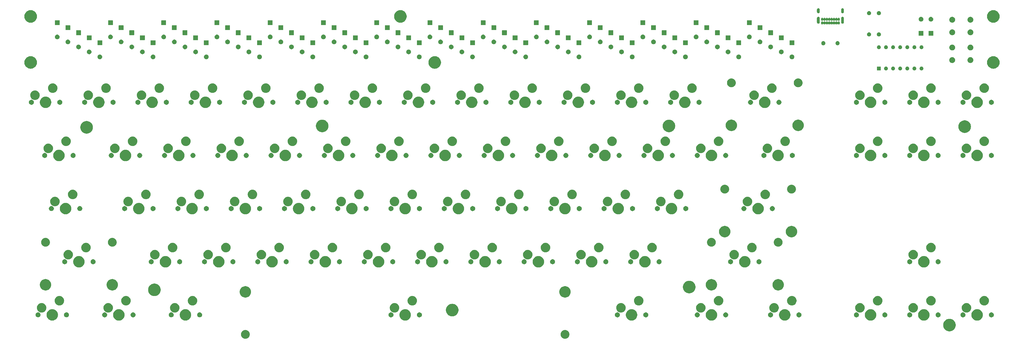
<source format=gbr>
%TF.GenerationSoftware,KiCad,Pcbnew,9.0.0*%
%TF.CreationDate,2025-03-06T23:30:44+00:00*%
%TF.ProjectId,discipline-pcb,64697363-6970-46c6-996e-652d7063622e,rev?*%
%TF.SameCoordinates,Original*%
%TF.FileFunction,Soldermask,Top*%
%TF.FilePolarity,Negative*%
%FSLAX46Y46*%
G04 Gerber Fmt 4.6, Leading zero omitted, Abs format (unit mm)*
G04 Created by KiCad (PCBNEW 9.0.0) date 2025-03-06 23:30:44*
%MOMM*%
%LPD*%
G01*
G04 APERTURE LIST*
G04 APERTURE END LIST*
G36*
X134891218Y-176388605D02*
G01*
X134902573Y-176388605D01*
X134958483Y-176397460D01*
X135086216Y-176414276D01*
X135117385Y-176422627D01*
X135146676Y-176427267D01*
X135203006Y-176445570D01*
X135285182Y-176467589D01*
X135337612Y-176489306D01*
X135381726Y-176503640D01*
X135423053Y-176524697D01*
X135475489Y-176546417D01*
X135549177Y-176588960D01*
X135601935Y-176615842D01*
X135625916Y-176633265D01*
X135653871Y-176649405D01*
X135756113Y-176727858D01*
X135801881Y-176761111D01*
X135809905Y-176769135D01*
X135817289Y-176774801D01*
X135962948Y-176920460D01*
X135968613Y-176927843D01*
X135976639Y-176935869D01*
X136009895Y-176981642D01*
X136088344Y-177083878D01*
X136104482Y-177111830D01*
X136121908Y-177135815D01*
X136148792Y-177188578D01*
X136191332Y-177262260D01*
X136213049Y-177314689D01*
X136234110Y-177356024D01*
X136248445Y-177400143D01*
X136270160Y-177452567D01*
X136292175Y-177534730D01*
X136310483Y-177591074D01*
X136315123Y-177620371D01*
X136323473Y-177651533D01*
X136340287Y-177779254D01*
X136349145Y-177835177D01*
X136349145Y-177846532D01*
X136350360Y-177855761D01*
X136350360Y-178061738D01*
X136349145Y-178070966D01*
X136349145Y-178082323D01*
X136340287Y-178138250D01*
X136323473Y-178265966D01*
X136315123Y-178297126D01*
X136310483Y-178326426D01*
X136292174Y-178382774D01*
X136270160Y-178464932D01*
X136248446Y-178517351D01*
X136234110Y-178561476D01*
X136213047Y-178602814D01*
X136191332Y-178655239D01*
X136148796Y-178728913D01*
X136121908Y-178781685D01*
X136104479Y-178805673D01*
X136088344Y-178833621D01*
X136009908Y-178935838D01*
X135976639Y-178981631D01*
X135968610Y-178989659D01*
X135962948Y-178997039D01*
X135817289Y-179142698D01*
X135809909Y-179148360D01*
X135801881Y-179156389D01*
X135756088Y-179189658D01*
X135653871Y-179268094D01*
X135625923Y-179284229D01*
X135601935Y-179301658D01*
X135549163Y-179328546D01*
X135475489Y-179371082D01*
X135423064Y-179392797D01*
X135381726Y-179413860D01*
X135337601Y-179428196D01*
X135285182Y-179449910D01*
X135203024Y-179471924D01*
X135146676Y-179490233D01*
X135117376Y-179494873D01*
X135086216Y-179503223D01*
X134958497Y-179520037D01*
X134902573Y-179528895D01*
X134891218Y-179528895D01*
X134881989Y-179530110D01*
X134676011Y-179530110D01*
X134666782Y-179528895D01*
X134655427Y-179528895D01*
X134599504Y-179520037D01*
X134471783Y-179503223D01*
X134440621Y-179494873D01*
X134411324Y-179490233D01*
X134354980Y-179471925D01*
X134272817Y-179449910D01*
X134220393Y-179428195D01*
X134176274Y-179413860D01*
X134134939Y-179392799D01*
X134082510Y-179371082D01*
X134008828Y-179328542D01*
X133956065Y-179301658D01*
X133932080Y-179284232D01*
X133904128Y-179268094D01*
X133801892Y-179189645D01*
X133756119Y-179156389D01*
X133748093Y-179148363D01*
X133740710Y-179142698D01*
X133595051Y-178997039D01*
X133589385Y-178989655D01*
X133581361Y-178981631D01*
X133548108Y-178935863D01*
X133469655Y-178833621D01*
X133453515Y-178805666D01*
X133436092Y-178781685D01*
X133409210Y-178728927D01*
X133366667Y-178655239D01*
X133344947Y-178602803D01*
X133323890Y-178561476D01*
X133309556Y-178517362D01*
X133287839Y-178464932D01*
X133265820Y-178382756D01*
X133247517Y-178326426D01*
X133242877Y-178297135D01*
X133234526Y-178265966D01*
X133217710Y-178138236D01*
X133208855Y-178082323D01*
X133208855Y-178070967D01*
X133207640Y-178061738D01*
X133207640Y-177855761D01*
X133208855Y-177846531D01*
X133208855Y-177835177D01*
X133217709Y-177779268D01*
X133234526Y-177651533D01*
X133242878Y-177620362D01*
X133247517Y-177591074D01*
X133265818Y-177534748D01*
X133287839Y-177452567D01*
X133309558Y-177400132D01*
X133323890Y-177356024D01*
X133344945Y-177314700D01*
X133366667Y-177262260D01*
X133409215Y-177188563D01*
X133436092Y-177135815D01*
X133453513Y-177111836D01*
X133469655Y-177083878D01*
X133548122Y-176981617D01*
X133581361Y-176935869D01*
X133589381Y-176927848D01*
X133595051Y-176920460D01*
X133740710Y-176774801D01*
X133748098Y-176769131D01*
X133756119Y-176761111D01*
X133801867Y-176727872D01*
X133904128Y-176649405D01*
X133932086Y-176633263D01*
X133956065Y-176615842D01*
X134008813Y-176588965D01*
X134082510Y-176546417D01*
X134134950Y-176524695D01*
X134176274Y-176503640D01*
X134220382Y-176489308D01*
X134272817Y-176467589D01*
X134354998Y-176445568D01*
X134411324Y-176427267D01*
X134440612Y-176422628D01*
X134471783Y-176414276D01*
X134599518Y-176397459D01*
X134655427Y-176388605D01*
X134666782Y-176388605D01*
X134676011Y-176387390D01*
X134881989Y-176387390D01*
X134891218Y-176388605D01*
G37*
G36*
X249191218Y-176388605D02*
G01*
X249202573Y-176388605D01*
X249258483Y-176397460D01*
X249386216Y-176414276D01*
X249417385Y-176422627D01*
X249446676Y-176427267D01*
X249503006Y-176445570D01*
X249585182Y-176467589D01*
X249637612Y-176489306D01*
X249681726Y-176503640D01*
X249723053Y-176524697D01*
X249775489Y-176546417D01*
X249849177Y-176588960D01*
X249901935Y-176615842D01*
X249925916Y-176633265D01*
X249953871Y-176649405D01*
X250056113Y-176727858D01*
X250101881Y-176761111D01*
X250109905Y-176769135D01*
X250117289Y-176774801D01*
X250262948Y-176920460D01*
X250268613Y-176927843D01*
X250276639Y-176935869D01*
X250309895Y-176981642D01*
X250388344Y-177083878D01*
X250404482Y-177111830D01*
X250421908Y-177135815D01*
X250448792Y-177188578D01*
X250491332Y-177262260D01*
X250513049Y-177314689D01*
X250534110Y-177356024D01*
X250548445Y-177400143D01*
X250570160Y-177452567D01*
X250592175Y-177534730D01*
X250610483Y-177591074D01*
X250615123Y-177620371D01*
X250623473Y-177651533D01*
X250640287Y-177779254D01*
X250649145Y-177835177D01*
X250649145Y-177846532D01*
X250650360Y-177855761D01*
X250650360Y-178061738D01*
X250649145Y-178070966D01*
X250649145Y-178082323D01*
X250640287Y-178138250D01*
X250623473Y-178265966D01*
X250615123Y-178297126D01*
X250610483Y-178326426D01*
X250592174Y-178382774D01*
X250570160Y-178464932D01*
X250548446Y-178517351D01*
X250534110Y-178561476D01*
X250513047Y-178602814D01*
X250491332Y-178655239D01*
X250448796Y-178728913D01*
X250421908Y-178781685D01*
X250404479Y-178805673D01*
X250388344Y-178833621D01*
X250309908Y-178935838D01*
X250276639Y-178981631D01*
X250268610Y-178989659D01*
X250262948Y-178997039D01*
X250117289Y-179142698D01*
X250109909Y-179148360D01*
X250101881Y-179156389D01*
X250056088Y-179189658D01*
X249953871Y-179268094D01*
X249925923Y-179284229D01*
X249901935Y-179301658D01*
X249849163Y-179328546D01*
X249775489Y-179371082D01*
X249723064Y-179392797D01*
X249681726Y-179413860D01*
X249637601Y-179428196D01*
X249585182Y-179449910D01*
X249503024Y-179471924D01*
X249446676Y-179490233D01*
X249417376Y-179494873D01*
X249386216Y-179503223D01*
X249258497Y-179520037D01*
X249202573Y-179528895D01*
X249191218Y-179528895D01*
X249181989Y-179530110D01*
X248976011Y-179530110D01*
X248966782Y-179528895D01*
X248955427Y-179528895D01*
X248899504Y-179520037D01*
X248771783Y-179503223D01*
X248740621Y-179494873D01*
X248711324Y-179490233D01*
X248654980Y-179471925D01*
X248572817Y-179449910D01*
X248520393Y-179428195D01*
X248476274Y-179413860D01*
X248434939Y-179392799D01*
X248382510Y-179371082D01*
X248308828Y-179328542D01*
X248256065Y-179301658D01*
X248232080Y-179284232D01*
X248204128Y-179268094D01*
X248101892Y-179189645D01*
X248056119Y-179156389D01*
X248048093Y-179148363D01*
X248040710Y-179142698D01*
X247895051Y-178997039D01*
X247889385Y-178989655D01*
X247881361Y-178981631D01*
X247848108Y-178935863D01*
X247769655Y-178833621D01*
X247753515Y-178805666D01*
X247736092Y-178781685D01*
X247709210Y-178728927D01*
X247666667Y-178655239D01*
X247644947Y-178602803D01*
X247623890Y-178561476D01*
X247609556Y-178517362D01*
X247587839Y-178464932D01*
X247565820Y-178382756D01*
X247547517Y-178326426D01*
X247542877Y-178297135D01*
X247534526Y-178265966D01*
X247517710Y-178138236D01*
X247508855Y-178082323D01*
X247508855Y-178070967D01*
X247507640Y-178061738D01*
X247507640Y-177855761D01*
X247508855Y-177846531D01*
X247508855Y-177835177D01*
X247517709Y-177779268D01*
X247534526Y-177651533D01*
X247542878Y-177620362D01*
X247547517Y-177591074D01*
X247565818Y-177534748D01*
X247587839Y-177452567D01*
X247609558Y-177400132D01*
X247623890Y-177356024D01*
X247644945Y-177314700D01*
X247666667Y-177262260D01*
X247709215Y-177188563D01*
X247736092Y-177135815D01*
X247753513Y-177111836D01*
X247769655Y-177083878D01*
X247848122Y-176981617D01*
X247881361Y-176935869D01*
X247889381Y-176927848D01*
X247895051Y-176920460D01*
X248040710Y-176774801D01*
X248048098Y-176769131D01*
X248056119Y-176761111D01*
X248101867Y-176727872D01*
X248204128Y-176649405D01*
X248232086Y-176633263D01*
X248256065Y-176615842D01*
X248308813Y-176588965D01*
X248382510Y-176546417D01*
X248434950Y-176524695D01*
X248476274Y-176503640D01*
X248520382Y-176489308D01*
X248572817Y-176467589D01*
X248654998Y-176445568D01*
X248711324Y-176427267D01*
X248740612Y-176422628D01*
X248771783Y-176414276D01*
X248899518Y-176397459D01*
X248955427Y-176388605D01*
X248966782Y-176388605D01*
X248976011Y-176387390D01*
X249181989Y-176387390D01*
X249191218Y-176388605D01*
G37*
G36*
X386995398Y-172417252D02*
G01*
X387279810Y-172493460D01*
X387551842Y-172606139D01*
X387806839Y-172753362D01*
X388040437Y-172932609D01*
X388248641Y-173140813D01*
X388427888Y-173374411D01*
X388575111Y-173629408D01*
X388687790Y-173901440D01*
X388763998Y-174185852D01*
X388802430Y-174477778D01*
X388802430Y-174772222D01*
X388763998Y-175064148D01*
X388687790Y-175348560D01*
X388575111Y-175620592D01*
X388427888Y-175875589D01*
X388248641Y-176109187D01*
X388040437Y-176317391D01*
X387806839Y-176496638D01*
X387551842Y-176643861D01*
X387279810Y-176756540D01*
X386995398Y-176832748D01*
X386703472Y-176871180D01*
X386409028Y-176871180D01*
X386117102Y-176832748D01*
X385832690Y-176756540D01*
X385560658Y-176643861D01*
X385305661Y-176496638D01*
X385072063Y-176317391D01*
X384863859Y-176109187D01*
X384684612Y-175875589D01*
X384537389Y-175620592D01*
X384424710Y-175348560D01*
X384348502Y-175064148D01*
X384310070Y-174772222D01*
X384310070Y-174477778D01*
X384348502Y-174185852D01*
X384424710Y-173901440D01*
X384537389Y-173629408D01*
X384684612Y-173374411D01*
X384863859Y-173140813D01*
X385072063Y-172932609D01*
X385305661Y-172753362D01*
X385560658Y-172606139D01*
X385832690Y-172493460D01*
X386117102Y-172417252D01*
X386409028Y-172378820D01*
X386703472Y-172378820D01*
X386995398Y-172417252D01*
G37*
G36*
X89933990Y-168968142D02*
G01*
X90192362Y-169037373D01*
X90439486Y-169139735D01*
X90671136Y-169273478D01*
X90883346Y-169436313D01*
X91072487Y-169625454D01*
X91235322Y-169837664D01*
X91369065Y-170069314D01*
X91471427Y-170316438D01*
X91540658Y-170574810D01*
X91575572Y-170840007D01*
X91575572Y-171107493D01*
X91540658Y-171372690D01*
X91471427Y-171631062D01*
X91369065Y-171878186D01*
X91235322Y-172109836D01*
X91072487Y-172322046D01*
X90883346Y-172511187D01*
X90671136Y-172674022D01*
X90439486Y-172807765D01*
X90192362Y-172910127D01*
X89933990Y-172979358D01*
X89668793Y-173014272D01*
X89401307Y-173014272D01*
X89136110Y-172979358D01*
X88877738Y-172910127D01*
X88630614Y-172807765D01*
X88398964Y-172674022D01*
X88186754Y-172511187D01*
X87997613Y-172322046D01*
X87834778Y-172109836D01*
X87701035Y-171878186D01*
X87598673Y-171631062D01*
X87529442Y-171372690D01*
X87494528Y-171107493D01*
X87494528Y-170840007D01*
X87529442Y-170574810D01*
X87598673Y-170316438D01*
X87701035Y-170069314D01*
X87834778Y-169837664D01*
X87997613Y-169625454D01*
X88186754Y-169436313D01*
X88398964Y-169273478D01*
X88630614Y-169139735D01*
X88877738Y-169037373D01*
X89136110Y-168968142D01*
X89401307Y-168933228D01*
X89668793Y-168933228D01*
X89933990Y-168968142D01*
G37*
G36*
X192327940Y-168968142D02*
G01*
X192586312Y-169037373D01*
X192833436Y-169139735D01*
X193065086Y-169273478D01*
X193277296Y-169436313D01*
X193466437Y-169625454D01*
X193629272Y-169837664D01*
X193763015Y-170069314D01*
X193865377Y-170316438D01*
X193934608Y-170574810D01*
X193969522Y-170840007D01*
X193969522Y-171107493D01*
X193934608Y-171372690D01*
X193865377Y-171631062D01*
X193763015Y-171878186D01*
X193629272Y-172109836D01*
X193466437Y-172322046D01*
X193277296Y-172511187D01*
X193065086Y-172674022D01*
X192833436Y-172807765D01*
X192586312Y-172910127D01*
X192327940Y-172979358D01*
X192062743Y-173014272D01*
X191795257Y-173014272D01*
X191530060Y-172979358D01*
X191271688Y-172910127D01*
X191024564Y-172807765D01*
X190792914Y-172674022D01*
X190580704Y-172511187D01*
X190391563Y-172322046D01*
X190228728Y-172109836D01*
X190094985Y-171878186D01*
X189992623Y-171631062D01*
X189923392Y-171372690D01*
X189888478Y-171107493D01*
X189888478Y-170840007D01*
X189923392Y-170574810D01*
X189992623Y-170316438D01*
X190094985Y-170069314D01*
X190228728Y-169837664D01*
X190391563Y-169625454D01*
X190580704Y-169436313D01*
X190792914Y-169273478D01*
X191024564Y-169139735D01*
X191271688Y-169037373D01*
X191530060Y-168968142D01*
X191795257Y-168933228D01*
X192062743Y-168933228D01*
X192327940Y-168968142D01*
G37*
G36*
X273290240Y-168968142D02*
G01*
X273548612Y-169037373D01*
X273795736Y-169139735D01*
X274027386Y-169273478D01*
X274239596Y-169436313D01*
X274428737Y-169625454D01*
X274591572Y-169837664D01*
X274725315Y-170069314D01*
X274827677Y-170316438D01*
X274896908Y-170574810D01*
X274931822Y-170840007D01*
X274931822Y-171107493D01*
X274896908Y-171372690D01*
X274827677Y-171631062D01*
X274725315Y-171878186D01*
X274591572Y-172109836D01*
X274428737Y-172322046D01*
X274239596Y-172511187D01*
X274027386Y-172674022D01*
X273795736Y-172807765D01*
X273548612Y-172910127D01*
X273290240Y-172979358D01*
X273025043Y-173014272D01*
X272757557Y-173014272D01*
X272492360Y-172979358D01*
X272233988Y-172910127D01*
X271986864Y-172807765D01*
X271755214Y-172674022D01*
X271543004Y-172511187D01*
X271353863Y-172322046D01*
X271191028Y-172109836D01*
X271057285Y-171878186D01*
X270954923Y-171631062D01*
X270885692Y-171372690D01*
X270850778Y-171107493D01*
X270850778Y-170840007D01*
X270885692Y-170574810D01*
X270954923Y-170316438D01*
X271057285Y-170069314D01*
X271191028Y-169837664D01*
X271353863Y-169625454D01*
X271543004Y-169436313D01*
X271755214Y-169273478D01*
X271986864Y-169139735D01*
X272233988Y-169037373D01*
X272492360Y-168968142D01*
X272757557Y-168933228D01*
X273025043Y-168933228D01*
X273290240Y-168968142D01*
G37*
G36*
X301865240Y-168968142D02*
G01*
X302123612Y-169037373D01*
X302370736Y-169139735D01*
X302602386Y-169273478D01*
X302814596Y-169436313D01*
X303003737Y-169625454D01*
X303166572Y-169837664D01*
X303300315Y-170069314D01*
X303402677Y-170316438D01*
X303471908Y-170574810D01*
X303506822Y-170840007D01*
X303506822Y-171107493D01*
X303471908Y-171372690D01*
X303402677Y-171631062D01*
X303300315Y-171878186D01*
X303166572Y-172109836D01*
X303003737Y-172322046D01*
X302814596Y-172511187D01*
X302602386Y-172674022D01*
X302370736Y-172807765D01*
X302123612Y-172910127D01*
X301865240Y-172979358D01*
X301600043Y-173014272D01*
X301332557Y-173014272D01*
X301067360Y-172979358D01*
X300808988Y-172910127D01*
X300561864Y-172807765D01*
X300330214Y-172674022D01*
X300118004Y-172511187D01*
X299928863Y-172322046D01*
X299766028Y-172109836D01*
X299632285Y-171878186D01*
X299529923Y-171631062D01*
X299460692Y-171372690D01*
X299425778Y-171107493D01*
X299425778Y-170840007D01*
X299460692Y-170574810D01*
X299529923Y-170316438D01*
X299632285Y-170069314D01*
X299766028Y-169837664D01*
X299928863Y-169625454D01*
X300118004Y-169436313D01*
X300330214Y-169273478D01*
X300561864Y-169139735D01*
X300808988Y-169037373D01*
X301067360Y-168968142D01*
X301332557Y-168933228D01*
X301600043Y-168933228D01*
X301865240Y-168968142D01*
G37*
G36*
X328058990Y-168968142D02*
G01*
X328317362Y-169037373D01*
X328564486Y-169139735D01*
X328796136Y-169273478D01*
X329008346Y-169436313D01*
X329197487Y-169625454D01*
X329360322Y-169837664D01*
X329494065Y-170069314D01*
X329596427Y-170316438D01*
X329665658Y-170574810D01*
X329700572Y-170840007D01*
X329700572Y-171107493D01*
X329665658Y-171372690D01*
X329596427Y-171631062D01*
X329494065Y-171878186D01*
X329360322Y-172109836D01*
X329197487Y-172322046D01*
X329008346Y-172511187D01*
X328796136Y-172674022D01*
X328564486Y-172807765D01*
X328317362Y-172910127D01*
X328058990Y-172979358D01*
X327793793Y-173014272D01*
X327526307Y-173014272D01*
X327261110Y-172979358D01*
X327002738Y-172910127D01*
X326755614Y-172807765D01*
X326523964Y-172674022D01*
X326311754Y-172511187D01*
X326122613Y-172322046D01*
X325959778Y-172109836D01*
X325826035Y-171878186D01*
X325723673Y-171631062D01*
X325654442Y-171372690D01*
X325619528Y-171107493D01*
X325619528Y-170840007D01*
X325654442Y-170574810D01*
X325723673Y-170316438D01*
X325826035Y-170069314D01*
X325959778Y-169837664D01*
X326122613Y-169625454D01*
X326311754Y-169436313D01*
X326523964Y-169273478D01*
X326755614Y-169139735D01*
X327002738Y-169037373D01*
X327261110Y-168968142D01*
X327526307Y-168933228D01*
X327793793Y-168933228D01*
X328058990Y-168968142D01*
G37*
G36*
X358766568Y-168968142D02*
G01*
X359024940Y-169037373D01*
X359272064Y-169139735D01*
X359503714Y-169273478D01*
X359715924Y-169436313D01*
X359905065Y-169625454D01*
X360067900Y-169837664D01*
X360201643Y-170069314D01*
X360304005Y-170316438D01*
X360373236Y-170574810D01*
X360408150Y-170840007D01*
X360408150Y-171107493D01*
X360373236Y-171372690D01*
X360304005Y-171631062D01*
X360201643Y-171878186D01*
X360067900Y-172109836D01*
X359905065Y-172322046D01*
X359715924Y-172511187D01*
X359503714Y-172674022D01*
X359272064Y-172807765D01*
X359024940Y-172910127D01*
X358766568Y-172979358D01*
X358501371Y-173014272D01*
X358233885Y-173014272D01*
X357968688Y-172979358D01*
X357710316Y-172910127D01*
X357463192Y-172807765D01*
X357231542Y-172674022D01*
X357019332Y-172511187D01*
X356830191Y-172322046D01*
X356667356Y-172109836D01*
X356533613Y-171878186D01*
X356431251Y-171631062D01*
X356362020Y-171372690D01*
X356327106Y-171107493D01*
X356327106Y-170840007D01*
X356362020Y-170574810D01*
X356431251Y-170316438D01*
X356533613Y-170069314D01*
X356667356Y-169837664D01*
X356830191Y-169625454D01*
X357019332Y-169436313D01*
X357231542Y-169273478D01*
X357463192Y-169139735D01*
X357710316Y-169037373D01*
X357968688Y-168968142D01*
X358233885Y-168933228D01*
X358501371Y-168933228D01*
X358766568Y-168968142D01*
G37*
G36*
X377816568Y-168968142D02*
G01*
X378074940Y-169037373D01*
X378322064Y-169139735D01*
X378553714Y-169273478D01*
X378765924Y-169436313D01*
X378955065Y-169625454D01*
X379117900Y-169837664D01*
X379251643Y-170069314D01*
X379354005Y-170316438D01*
X379423236Y-170574810D01*
X379458150Y-170840007D01*
X379458150Y-171107493D01*
X379423236Y-171372690D01*
X379354005Y-171631062D01*
X379251643Y-171878186D01*
X379117900Y-172109836D01*
X378955065Y-172322046D01*
X378765924Y-172511187D01*
X378553714Y-172674022D01*
X378322064Y-172807765D01*
X378074940Y-172910127D01*
X377816568Y-172979358D01*
X377551371Y-173014272D01*
X377283885Y-173014272D01*
X377018688Y-172979358D01*
X376760316Y-172910127D01*
X376513192Y-172807765D01*
X376281542Y-172674022D01*
X376069332Y-172511187D01*
X375880191Y-172322046D01*
X375717356Y-172109836D01*
X375583613Y-171878186D01*
X375481251Y-171631062D01*
X375412020Y-171372690D01*
X375377106Y-171107493D01*
X375377106Y-170840007D01*
X375412020Y-170574810D01*
X375481251Y-170316438D01*
X375583613Y-170069314D01*
X375717356Y-169837664D01*
X375880191Y-169625454D01*
X376069332Y-169436313D01*
X376281542Y-169273478D01*
X376513192Y-169139735D01*
X376760316Y-169037373D01*
X377018688Y-168968142D01*
X377283885Y-168933228D01*
X377551371Y-168933228D01*
X377816568Y-168968142D01*
G37*
G36*
X396866568Y-168968142D02*
G01*
X397124940Y-169037373D01*
X397372064Y-169139735D01*
X397603714Y-169273478D01*
X397815924Y-169436313D01*
X398005065Y-169625454D01*
X398167900Y-169837664D01*
X398301643Y-170069314D01*
X398404005Y-170316438D01*
X398473236Y-170574810D01*
X398508150Y-170840007D01*
X398508150Y-171107493D01*
X398473236Y-171372690D01*
X398404005Y-171631062D01*
X398301643Y-171878186D01*
X398167900Y-172109836D01*
X398005065Y-172322046D01*
X397815924Y-172511187D01*
X397603714Y-172674022D01*
X397372064Y-172807765D01*
X397124940Y-172910127D01*
X396866568Y-172979358D01*
X396601371Y-173014272D01*
X396333885Y-173014272D01*
X396068688Y-172979358D01*
X395810316Y-172910127D01*
X395563192Y-172807765D01*
X395331542Y-172674022D01*
X395119332Y-172511187D01*
X394930191Y-172322046D01*
X394767356Y-172109836D01*
X394633613Y-171878186D01*
X394531251Y-171631062D01*
X394462020Y-171372690D01*
X394427106Y-171107493D01*
X394427106Y-170840007D01*
X394462020Y-170574810D01*
X394531251Y-170316438D01*
X394633613Y-170069314D01*
X394767356Y-169837664D01*
X394930191Y-169625454D01*
X395119332Y-169436313D01*
X395331542Y-169273478D01*
X395563192Y-169139735D01*
X395810316Y-169037373D01*
X396068688Y-168968142D01*
X396333885Y-168933228D01*
X396601371Y-168933228D01*
X396866568Y-168968142D01*
G37*
G36*
X66121390Y-168958012D02*
G01*
X66379762Y-169027243D01*
X66626886Y-169129605D01*
X66858536Y-169263348D01*
X67070746Y-169426183D01*
X67259887Y-169615324D01*
X67422722Y-169827534D01*
X67556465Y-170059184D01*
X67658827Y-170306308D01*
X67728058Y-170564680D01*
X67762972Y-170829877D01*
X67762972Y-171097363D01*
X67728058Y-171362560D01*
X67658827Y-171620932D01*
X67556465Y-171868056D01*
X67422722Y-172099706D01*
X67259887Y-172311916D01*
X67070746Y-172501057D01*
X66858536Y-172663892D01*
X66626886Y-172797635D01*
X66379762Y-172899997D01*
X66121390Y-172969228D01*
X65856193Y-173004142D01*
X65588707Y-173004142D01*
X65323510Y-172969228D01*
X65065138Y-172899997D01*
X64818014Y-172797635D01*
X64586364Y-172663892D01*
X64374154Y-172501057D01*
X64185013Y-172311916D01*
X64022178Y-172099706D01*
X63888435Y-171868056D01*
X63786073Y-171620932D01*
X63716842Y-171362560D01*
X63681928Y-171097363D01*
X63681928Y-170829877D01*
X63716842Y-170564680D01*
X63786073Y-170306308D01*
X63888435Y-170059184D01*
X64022178Y-169827534D01*
X64185013Y-169615324D01*
X64374154Y-169426183D01*
X64586364Y-169263348D01*
X64818014Y-169129605D01*
X65065138Y-169027243D01*
X65323510Y-168958012D01*
X65588707Y-168923098D01*
X65856193Y-168923098D01*
X66121390Y-168958012D01*
G37*
G36*
X113746390Y-168958012D02*
G01*
X114004762Y-169027243D01*
X114251886Y-169129605D01*
X114483536Y-169263348D01*
X114695746Y-169426183D01*
X114884887Y-169615324D01*
X115047722Y-169827534D01*
X115181465Y-170059184D01*
X115283827Y-170306308D01*
X115353058Y-170564680D01*
X115387972Y-170829877D01*
X115387972Y-171097363D01*
X115353058Y-171362560D01*
X115283827Y-171620932D01*
X115181465Y-171868056D01*
X115047722Y-172099706D01*
X114884887Y-172311916D01*
X114695746Y-172501057D01*
X114483536Y-172663892D01*
X114251886Y-172797635D01*
X114004762Y-172899997D01*
X113746390Y-172969228D01*
X113481193Y-173004142D01*
X113213707Y-173004142D01*
X112948510Y-172969228D01*
X112690138Y-172899997D01*
X112443014Y-172797635D01*
X112211364Y-172663892D01*
X111999154Y-172501057D01*
X111810013Y-172311916D01*
X111647178Y-172099706D01*
X111513435Y-171868056D01*
X111411073Y-171620932D01*
X111341842Y-171362560D01*
X111306928Y-171097363D01*
X111306928Y-170829877D01*
X111341842Y-170564680D01*
X111411073Y-170306308D01*
X111513435Y-170059184D01*
X111647178Y-169827534D01*
X111810013Y-169615324D01*
X111999154Y-169426183D01*
X112211364Y-169263348D01*
X112443014Y-169129605D01*
X112690138Y-169027243D01*
X112948510Y-168958012D01*
X113213707Y-168923098D01*
X113481193Y-168923098D01*
X113746390Y-168958012D01*
G37*
G36*
X84716858Y-170110686D02*
G01*
X84880203Y-170178345D01*
X85027209Y-170276572D01*
X85152228Y-170401591D01*
X85250455Y-170548597D01*
X85318114Y-170711942D01*
X85352607Y-170885348D01*
X85352607Y-171062152D01*
X85318114Y-171235558D01*
X85250455Y-171398903D01*
X85152228Y-171545909D01*
X85027209Y-171670928D01*
X84880203Y-171769155D01*
X84716858Y-171836814D01*
X84543452Y-171871307D01*
X84366648Y-171871307D01*
X84193242Y-171836814D01*
X84029897Y-171769155D01*
X83882891Y-171670928D01*
X83757872Y-171545909D01*
X83659645Y-171398903D01*
X83591986Y-171235558D01*
X83557493Y-171062152D01*
X83557493Y-170885348D01*
X83591986Y-170711942D01*
X83659645Y-170548597D01*
X83757872Y-170401591D01*
X83882891Y-170276572D01*
X84029897Y-170178345D01*
X84193242Y-170110686D01*
X84366648Y-170076193D01*
X84543452Y-170076193D01*
X84716858Y-170110686D01*
G37*
G36*
X94876858Y-170110686D02*
G01*
X95040203Y-170178345D01*
X95187209Y-170276572D01*
X95312228Y-170401591D01*
X95410455Y-170548597D01*
X95478114Y-170711942D01*
X95512607Y-170885348D01*
X95512607Y-171062152D01*
X95478114Y-171235558D01*
X95410455Y-171398903D01*
X95312228Y-171545909D01*
X95187209Y-171670928D01*
X95040203Y-171769155D01*
X94876858Y-171836814D01*
X94703452Y-171871307D01*
X94526648Y-171871307D01*
X94353242Y-171836814D01*
X94189897Y-171769155D01*
X94042891Y-171670928D01*
X93917872Y-171545909D01*
X93819645Y-171398903D01*
X93751986Y-171235558D01*
X93717493Y-171062152D01*
X93717493Y-170885348D01*
X93751986Y-170711942D01*
X93819645Y-170548597D01*
X93917872Y-170401591D01*
X94042891Y-170276572D01*
X94189897Y-170178345D01*
X94353242Y-170110686D01*
X94526648Y-170076193D01*
X94703452Y-170076193D01*
X94876858Y-170110686D01*
G37*
G36*
X187110808Y-170110686D02*
G01*
X187274153Y-170178345D01*
X187421159Y-170276572D01*
X187546178Y-170401591D01*
X187644405Y-170548597D01*
X187712064Y-170711942D01*
X187746557Y-170885348D01*
X187746557Y-171062152D01*
X187712064Y-171235558D01*
X187644405Y-171398903D01*
X187546178Y-171545909D01*
X187421159Y-171670928D01*
X187274153Y-171769155D01*
X187110808Y-171836814D01*
X186937402Y-171871307D01*
X186760598Y-171871307D01*
X186587192Y-171836814D01*
X186423847Y-171769155D01*
X186276841Y-171670928D01*
X186151822Y-171545909D01*
X186053595Y-171398903D01*
X185985936Y-171235558D01*
X185951443Y-171062152D01*
X185951443Y-170885348D01*
X185985936Y-170711942D01*
X186053595Y-170548597D01*
X186151822Y-170401591D01*
X186276841Y-170276572D01*
X186423847Y-170178345D01*
X186587192Y-170110686D01*
X186760598Y-170076193D01*
X186937402Y-170076193D01*
X187110808Y-170110686D01*
G37*
G36*
X197270808Y-170110686D02*
G01*
X197434153Y-170178345D01*
X197581159Y-170276572D01*
X197706178Y-170401591D01*
X197804405Y-170548597D01*
X197872064Y-170711942D01*
X197906557Y-170885348D01*
X197906557Y-171062152D01*
X197872064Y-171235558D01*
X197804405Y-171398903D01*
X197706178Y-171545909D01*
X197581159Y-171670928D01*
X197434153Y-171769155D01*
X197270808Y-171836814D01*
X197097402Y-171871307D01*
X196920598Y-171871307D01*
X196747192Y-171836814D01*
X196583847Y-171769155D01*
X196436841Y-171670928D01*
X196311822Y-171545909D01*
X196213595Y-171398903D01*
X196145936Y-171235558D01*
X196111443Y-171062152D01*
X196111443Y-170885348D01*
X196145936Y-170711942D01*
X196213595Y-170548597D01*
X196311822Y-170401591D01*
X196436841Y-170276572D01*
X196583847Y-170178345D01*
X196747192Y-170110686D01*
X196920598Y-170076193D01*
X197097402Y-170076193D01*
X197270808Y-170110686D01*
G37*
G36*
X268073108Y-170110686D02*
G01*
X268236453Y-170178345D01*
X268383459Y-170276572D01*
X268508478Y-170401591D01*
X268606705Y-170548597D01*
X268674364Y-170711942D01*
X268708857Y-170885348D01*
X268708857Y-171062152D01*
X268674364Y-171235558D01*
X268606705Y-171398903D01*
X268508478Y-171545909D01*
X268383459Y-171670928D01*
X268236453Y-171769155D01*
X268073108Y-171836814D01*
X267899702Y-171871307D01*
X267722898Y-171871307D01*
X267549492Y-171836814D01*
X267386147Y-171769155D01*
X267239141Y-171670928D01*
X267114122Y-171545909D01*
X267015895Y-171398903D01*
X266948236Y-171235558D01*
X266913743Y-171062152D01*
X266913743Y-170885348D01*
X266948236Y-170711942D01*
X267015895Y-170548597D01*
X267114122Y-170401591D01*
X267239141Y-170276572D01*
X267386147Y-170178345D01*
X267549492Y-170110686D01*
X267722898Y-170076193D01*
X267899702Y-170076193D01*
X268073108Y-170110686D01*
G37*
G36*
X278233108Y-170110686D02*
G01*
X278396453Y-170178345D01*
X278543459Y-170276572D01*
X278668478Y-170401591D01*
X278766705Y-170548597D01*
X278834364Y-170711942D01*
X278868857Y-170885348D01*
X278868857Y-171062152D01*
X278834364Y-171235558D01*
X278766705Y-171398903D01*
X278668478Y-171545909D01*
X278543459Y-171670928D01*
X278396453Y-171769155D01*
X278233108Y-171836814D01*
X278059702Y-171871307D01*
X277882898Y-171871307D01*
X277709492Y-171836814D01*
X277546147Y-171769155D01*
X277399141Y-171670928D01*
X277274122Y-171545909D01*
X277175895Y-171398903D01*
X277108236Y-171235558D01*
X277073743Y-171062152D01*
X277073743Y-170885348D01*
X277108236Y-170711942D01*
X277175895Y-170548597D01*
X277274122Y-170401591D01*
X277399141Y-170276572D01*
X277546147Y-170178345D01*
X277709492Y-170110686D01*
X277882898Y-170076193D01*
X278059702Y-170076193D01*
X278233108Y-170110686D01*
G37*
G36*
X296648108Y-170110686D02*
G01*
X296811453Y-170178345D01*
X296958459Y-170276572D01*
X297083478Y-170401591D01*
X297181705Y-170548597D01*
X297249364Y-170711942D01*
X297283857Y-170885348D01*
X297283857Y-171062152D01*
X297249364Y-171235558D01*
X297181705Y-171398903D01*
X297083478Y-171545909D01*
X296958459Y-171670928D01*
X296811453Y-171769155D01*
X296648108Y-171836814D01*
X296474702Y-171871307D01*
X296297898Y-171871307D01*
X296124492Y-171836814D01*
X295961147Y-171769155D01*
X295814141Y-171670928D01*
X295689122Y-171545909D01*
X295590895Y-171398903D01*
X295523236Y-171235558D01*
X295488743Y-171062152D01*
X295488743Y-170885348D01*
X295523236Y-170711942D01*
X295590895Y-170548597D01*
X295689122Y-170401591D01*
X295814141Y-170276572D01*
X295961147Y-170178345D01*
X296124492Y-170110686D01*
X296297898Y-170076193D01*
X296474702Y-170076193D01*
X296648108Y-170110686D01*
G37*
G36*
X306808108Y-170110686D02*
G01*
X306971453Y-170178345D01*
X307118459Y-170276572D01*
X307243478Y-170401591D01*
X307341705Y-170548597D01*
X307409364Y-170711942D01*
X307443857Y-170885348D01*
X307443857Y-171062152D01*
X307409364Y-171235558D01*
X307341705Y-171398903D01*
X307243478Y-171545909D01*
X307118459Y-171670928D01*
X306971453Y-171769155D01*
X306808108Y-171836814D01*
X306634702Y-171871307D01*
X306457898Y-171871307D01*
X306284492Y-171836814D01*
X306121147Y-171769155D01*
X305974141Y-171670928D01*
X305849122Y-171545909D01*
X305750895Y-171398903D01*
X305683236Y-171235558D01*
X305648743Y-171062152D01*
X305648743Y-170885348D01*
X305683236Y-170711942D01*
X305750895Y-170548597D01*
X305849122Y-170401591D01*
X305974141Y-170276572D01*
X306121147Y-170178345D01*
X306284492Y-170110686D01*
X306457898Y-170076193D01*
X306634702Y-170076193D01*
X306808108Y-170110686D01*
G37*
G36*
X322841858Y-170110686D02*
G01*
X323005203Y-170178345D01*
X323152209Y-170276572D01*
X323277228Y-170401591D01*
X323375455Y-170548597D01*
X323443114Y-170711942D01*
X323477607Y-170885348D01*
X323477607Y-171062152D01*
X323443114Y-171235558D01*
X323375455Y-171398903D01*
X323277228Y-171545909D01*
X323152209Y-171670928D01*
X323005203Y-171769155D01*
X322841858Y-171836814D01*
X322668452Y-171871307D01*
X322491648Y-171871307D01*
X322318242Y-171836814D01*
X322154897Y-171769155D01*
X322007891Y-171670928D01*
X321882872Y-171545909D01*
X321784645Y-171398903D01*
X321716986Y-171235558D01*
X321682493Y-171062152D01*
X321682493Y-170885348D01*
X321716986Y-170711942D01*
X321784645Y-170548597D01*
X321882872Y-170401591D01*
X322007891Y-170276572D01*
X322154897Y-170178345D01*
X322318242Y-170110686D01*
X322491648Y-170076193D01*
X322668452Y-170076193D01*
X322841858Y-170110686D01*
G37*
G36*
X333001858Y-170110686D02*
G01*
X333165203Y-170178345D01*
X333312209Y-170276572D01*
X333437228Y-170401591D01*
X333535455Y-170548597D01*
X333603114Y-170711942D01*
X333637607Y-170885348D01*
X333637607Y-171062152D01*
X333603114Y-171235558D01*
X333535455Y-171398903D01*
X333437228Y-171545909D01*
X333312209Y-171670928D01*
X333165203Y-171769155D01*
X333001858Y-171836814D01*
X332828452Y-171871307D01*
X332651648Y-171871307D01*
X332478242Y-171836814D01*
X332314897Y-171769155D01*
X332167891Y-171670928D01*
X332042872Y-171545909D01*
X331944645Y-171398903D01*
X331876986Y-171235558D01*
X331842493Y-171062152D01*
X331842493Y-170885348D01*
X331876986Y-170711942D01*
X331944645Y-170548597D01*
X332042872Y-170401591D01*
X332167891Y-170276572D01*
X332314897Y-170178345D01*
X332478242Y-170110686D01*
X332651648Y-170076193D01*
X332828452Y-170076193D01*
X333001858Y-170110686D01*
G37*
G36*
X353549436Y-170110686D02*
G01*
X353712781Y-170178345D01*
X353859787Y-170276572D01*
X353984806Y-170401591D01*
X354083033Y-170548597D01*
X354150692Y-170711942D01*
X354185185Y-170885348D01*
X354185185Y-171062152D01*
X354150692Y-171235558D01*
X354083033Y-171398903D01*
X353984806Y-171545909D01*
X353859787Y-171670928D01*
X353712781Y-171769155D01*
X353549436Y-171836814D01*
X353376030Y-171871307D01*
X353199226Y-171871307D01*
X353025820Y-171836814D01*
X352862475Y-171769155D01*
X352715469Y-171670928D01*
X352590450Y-171545909D01*
X352492223Y-171398903D01*
X352424564Y-171235558D01*
X352390071Y-171062152D01*
X352390071Y-170885348D01*
X352424564Y-170711942D01*
X352492223Y-170548597D01*
X352590450Y-170401591D01*
X352715469Y-170276572D01*
X352862475Y-170178345D01*
X353025820Y-170110686D01*
X353199226Y-170076193D01*
X353376030Y-170076193D01*
X353549436Y-170110686D01*
G37*
G36*
X363709436Y-170110686D02*
G01*
X363872781Y-170178345D01*
X364019787Y-170276572D01*
X364144806Y-170401591D01*
X364243033Y-170548597D01*
X364310692Y-170711942D01*
X364345185Y-170885348D01*
X364345185Y-171062152D01*
X364310692Y-171235558D01*
X364243033Y-171398903D01*
X364144806Y-171545909D01*
X364019787Y-171670928D01*
X363872781Y-171769155D01*
X363709436Y-171836814D01*
X363536030Y-171871307D01*
X363359226Y-171871307D01*
X363185820Y-171836814D01*
X363022475Y-171769155D01*
X362875469Y-171670928D01*
X362750450Y-171545909D01*
X362652223Y-171398903D01*
X362584564Y-171235558D01*
X362550071Y-171062152D01*
X362550071Y-170885348D01*
X362584564Y-170711942D01*
X362652223Y-170548597D01*
X362750450Y-170401591D01*
X362875469Y-170276572D01*
X363022475Y-170178345D01*
X363185820Y-170110686D01*
X363359226Y-170076193D01*
X363536030Y-170076193D01*
X363709436Y-170110686D01*
G37*
G36*
X372599436Y-170110686D02*
G01*
X372762781Y-170178345D01*
X372909787Y-170276572D01*
X373034806Y-170401591D01*
X373133033Y-170548597D01*
X373200692Y-170711942D01*
X373235185Y-170885348D01*
X373235185Y-171062152D01*
X373200692Y-171235558D01*
X373133033Y-171398903D01*
X373034806Y-171545909D01*
X372909787Y-171670928D01*
X372762781Y-171769155D01*
X372599436Y-171836814D01*
X372426030Y-171871307D01*
X372249226Y-171871307D01*
X372075820Y-171836814D01*
X371912475Y-171769155D01*
X371765469Y-171670928D01*
X371640450Y-171545909D01*
X371542223Y-171398903D01*
X371474564Y-171235558D01*
X371440071Y-171062152D01*
X371440071Y-170885348D01*
X371474564Y-170711942D01*
X371542223Y-170548597D01*
X371640450Y-170401591D01*
X371765469Y-170276572D01*
X371912475Y-170178345D01*
X372075820Y-170110686D01*
X372249226Y-170076193D01*
X372426030Y-170076193D01*
X372599436Y-170110686D01*
G37*
G36*
X382759436Y-170110686D02*
G01*
X382922781Y-170178345D01*
X383069787Y-170276572D01*
X383194806Y-170401591D01*
X383293033Y-170548597D01*
X383360692Y-170711942D01*
X383395185Y-170885348D01*
X383395185Y-171062152D01*
X383360692Y-171235558D01*
X383293033Y-171398903D01*
X383194806Y-171545909D01*
X383069787Y-171670928D01*
X382922781Y-171769155D01*
X382759436Y-171836814D01*
X382586030Y-171871307D01*
X382409226Y-171871307D01*
X382235820Y-171836814D01*
X382072475Y-171769155D01*
X381925469Y-171670928D01*
X381800450Y-171545909D01*
X381702223Y-171398903D01*
X381634564Y-171235558D01*
X381600071Y-171062152D01*
X381600071Y-170885348D01*
X381634564Y-170711942D01*
X381702223Y-170548597D01*
X381800450Y-170401591D01*
X381925469Y-170276572D01*
X382072475Y-170178345D01*
X382235820Y-170110686D01*
X382409226Y-170076193D01*
X382586030Y-170076193D01*
X382759436Y-170110686D01*
G37*
G36*
X391649436Y-170110686D02*
G01*
X391812781Y-170178345D01*
X391959787Y-170276572D01*
X392084806Y-170401591D01*
X392183033Y-170548597D01*
X392250692Y-170711942D01*
X392285185Y-170885348D01*
X392285185Y-171062152D01*
X392250692Y-171235558D01*
X392183033Y-171398903D01*
X392084806Y-171545909D01*
X391959787Y-171670928D01*
X391812781Y-171769155D01*
X391649436Y-171836814D01*
X391476030Y-171871307D01*
X391299226Y-171871307D01*
X391125820Y-171836814D01*
X390962475Y-171769155D01*
X390815469Y-171670928D01*
X390690450Y-171545909D01*
X390592223Y-171398903D01*
X390524564Y-171235558D01*
X390490071Y-171062152D01*
X390490071Y-170885348D01*
X390524564Y-170711942D01*
X390592223Y-170548597D01*
X390690450Y-170401591D01*
X390815469Y-170276572D01*
X390962475Y-170178345D01*
X391125820Y-170110686D01*
X391299226Y-170076193D01*
X391476030Y-170076193D01*
X391649436Y-170110686D01*
G37*
G36*
X401809436Y-170110686D02*
G01*
X401972781Y-170178345D01*
X402119787Y-170276572D01*
X402244806Y-170401591D01*
X402343033Y-170548597D01*
X402410692Y-170711942D01*
X402445185Y-170885348D01*
X402445185Y-171062152D01*
X402410692Y-171235558D01*
X402343033Y-171398903D01*
X402244806Y-171545909D01*
X402119787Y-171670928D01*
X401972781Y-171769155D01*
X401809436Y-171836814D01*
X401636030Y-171871307D01*
X401459226Y-171871307D01*
X401285820Y-171836814D01*
X401122475Y-171769155D01*
X400975469Y-171670928D01*
X400850450Y-171545909D01*
X400752223Y-171398903D01*
X400684564Y-171235558D01*
X400650071Y-171062152D01*
X400650071Y-170885348D01*
X400684564Y-170711942D01*
X400752223Y-170548597D01*
X400850450Y-170401591D01*
X400975469Y-170276572D01*
X401122475Y-170178345D01*
X401285820Y-170110686D01*
X401459226Y-170076193D01*
X401636030Y-170076193D01*
X401809436Y-170110686D01*
G37*
G36*
X60904258Y-170100556D02*
G01*
X61067603Y-170168215D01*
X61214609Y-170266442D01*
X61339628Y-170391461D01*
X61437855Y-170538467D01*
X61505514Y-170701812D01*
X61540007Y-170875218D01*
X61540007Y-171052022D01*
X61505514Y-171225428D01*
X61437855Y-171388773D01*
X61339628Y-171535779D01*
X61214609Y-171660798D01*
X61067603Y-171759025D01*
X60904258Y-171826684D01*
X60730852Y-171861177D01*
X60554048Y-171861177D01*
X60380642Y-171826684D01*
X60217297Y-171759025D01*
X60070291Y-171660798D01*
X59945272Y-171535779D01*
X59847045Y-171388773D01*
X59779386Y-171225428D01*
X59744893Y-171052022D01*
X59744893Y-170875218D01*
X59779386Y-170701812D01*
X59847045Y-170538467D01*
X59945272Y-170391461D01*
X60070291Y-170266442D01*
X60217297Y-170168215D01*
X60380642Y-170100556D01*
X60554048Y-170066063D01*
X60730852Y-170066063D01*
X60904258Y-170100556D01*
G37*
G36*
X71064258Y-170100556D02*
G01*
X71227603Y-170168215D01*
X71374609Y-170266442D01*
X71499628Y-170391461D01*
X71597855Y-170538467D01*
X71665514Y-170701812D01*
X71700007Y-170875218D01*
X71700007Y-171052022D01*
X71665514Y-171225428D01*
X71597855Y-171388773D01*
X71499628Y-171535779D01*
X71374609Y-171660798D01*
X71227603Y-171759025D01*
X71064258Y-171826684D01*
X70890852Y-171861177D01*
X70714048Y-171861177D01*
X70540642Y-171826684D01*
X70377297Y-171759025D01*
X70230291Y-171660798D01*
X70105272Y-171535779D01*
X70007045Y-171388773D01*
X69939386Y-171225428D01*
X69904893Y-171052022D01*
X69904893Y-170875218D01*
X69939386Y-170701812D01*
X70007045Y-170538467D01*
X70105272Y-170391461D01*
X70230291Y-170266442D01*
X70377297Y-170168215D01*
X70540642Y-170100556D01*
X70714048Y-170066063D01*
X70890852Y-170066063D01*
X71064258Y-170100556D01*
G37*
G36*
X108529258Y-170100556D02*
G01*
X108692603Y-170168215D01*
X108839609Y-170266442D01*
X108964628Y-170391461D01*
X109062855Y-170538467D01*
X109130514Y-170701812D01*
X109165007Y-170875218D01*
X109165007Y-171052022D01*
X109130514Y-171225428D01*
X109062855Y-171388773D01*
X108964628Y-171535779D01*
X108839609Y-171660798D01*
X108692603Y-171759025D01*
X108529258Y-171826684D01*
X108355852Y-171861177D01*
X108179048Y-171861177D01*
X108005642Y-171826684D01*
X107842297Y-171759025D01*
X107695291Y-171660798D01*
X107570272Y-171535779D01*
X107472045Y-171388773D01*
X107404386Y-171225428D01*
X107369893Y-171052022D01*
X107369893Y-170875218D01*
X107404386Y-170701812D01*
X107472045Y-170538467D01*
X107570272Y-170391461D01*
X107695291Y-170266442D01*
X107842297Y-170168215D01*
X108005642Y-170100556D01*
X108179048Y-170066063D01*
X108355852Y-170066063D01*
X108529258Y-170100556D01*
G37*
G36*
X118689258Y-170100556D02*
G01*
X118852603Y-170168215D01*
X118999609Y-170266442D01*
X119124628Y-170391461D01*
X119222855Y-170538467D01*
X119290514Y-170701812D01*
X119325007Y-170875218D01*
X119325007Y-171052022D01*
X119290514Y-171225428D01*
X119222855Y-171388773D01*
X119124628Y-171535779D01*
X118999609Y-171660798D01*
X118852603Y-171759025D01*
X118689258Y-171826684D01*
X118515852Y-171861177D01*
X118339048Y-171861177D01*
X118165642Y-171826684D01*
X118002297Y-171759025D01*
X117855291Y-171660798D01*
X117730272Y-171535779D01*
X117632045Y-171388773D01*
X117564386Y-171225428D01*
X117529893Y-171052022D01*
X117529893Y-170875218D01*
X117564386Y-170701812D01*
X117632045Y-170538467D01*
X117730272Y-170391461D01*
X117855291Y-170266442D01*
X118002297Y-170168215D01*
X118165642Y-170100556D01*
X118339048Y-170066063D01*
X118515852Y-170066063D01*
X118689258Y-170100556D01*
G37*
G36*
X209189148Y-167042252D02*
G01*
X209473560Y-167118460D01*
X209745592Y-167231139D01*
X210000589Y-167378362D01*
X210234187Y-167557609D01*
X210442391Y-167765813D01*
X210621638Y-167999411D01*
X210768861Y-168254408D01*
X210881540Y-168526440D01*
X210957748Y-168810852D01*
X210996180Y-169102778D01*
X210996180Y-169397222D01*
X210957748Y-169689148D01*
X210881540Y-169973560D01*
X210768861Y-170245592D01*
X210621638Y-170500589D01*
X210442391Y-170734187D01*
X210234187Y-170942391D01*
X210000589Y-171121638D01*
X209745592Y-171268861D01*
X209473560Y-171381540D01*
X209189148Y-171457748D01*
X208897222Y-171496180D01*
X208602778Y-171496180D01*
X208310852Y-171457748D01*
X208026440Y-171381540D01*
X207754408Y-171268861D01*
X207499411Y-171121638D01*
X207265813Y-170942391D01*
X207057609Y-170734187D01*
X206878362Y-170500589D01*
X206731139Y-170245592D01*
X206618460Y-169973560D01*
X206542252Y-169689148D01*
X206503820Y-169397222D01*
X206503820Y-169102778D01*
X206542252Y-168810852D01*
X206618460Y-168526440D01*
X206731139Y-168254408D01*
X206878362Y-167999411D01*
X207057609Y-167765813D01*
X207265813Y-167557609D01*
X207499411Y-167378362D01*
X207754408Y-167231139D01*
X208026440Y-167118460D01*
X208310852Y-167042252D01*
X208602778Y-167003820D01*
X208897222Y-167003820D01*
X209189148Y-167042252D01*
G37*
G36*
X86056899Y-166765434D02*
G01*
X86271819Y-166823022D01*
X86477383Y-166908169D01*
X86670075Y-167019420D01*
X86846597Y-167154870D01*
X87003930Y-167312203D01*
X87139380Y-167488725D01*
X87250631Y-167681417D01*
X87335778Y-167886981D01*
X87393366Y-168101901D01*
X87422408Y-168322499D01*
X87422408Y-168545001D01*
X87393366Y-168765599D01*
X87335778Y-168980519D01*
X87250631Y-169186083D01*
X87139380Y-169378775D01*
X87003930Y-169555297D01*
X86846597Y-169712630D01*
X86670075Y-169848080D01*
X86477383Y-169959331D01*
X86271819Y-170044478D01*
X86056899Y-170102066D01*
X85836301Y-170131108D01*
X85613799Y-170131108D01*
X85393201Y-170102066D01*
X85178281Y-170044478D01*
X84972717Y-169959331D01*
X84780025Y-169848080D01*
X84603503Y-169712630D01*
X84446170Y-169555297D01*
X84310720Y-169378775D01*
X84199469Y-169186083D01*
X84114322Y-168980519D01*
X84056734Y-168765599D01*
X84027692Y-168545001D01*
X84027692Y-168322499D01*
X84056734Y-168101901D01*
X84114322Y-167886981D01*
X84199469Y-167681417D01*
X84310720Y-167488725D01*
X84446170Y-167312203D01*
X84603503Y-167154870D01*
X84780025Y-167019420D01*
X84972717Y-166908169D01*
X85178281Y-166823022D01*
X85393201Y-166765434D01*
X85613799Y-166736392D01*
X85836301Y-166736392D01*
X86056899Y-166765434D01*
G37*
G36*
X188450849Y-166765434D02*
G01*
X188665769Y-166823022D01*
X188871333Y-166908169D01*
X189064025Y-167019420D01*
X189240547Y-167154870D01*
X189397880Y-167312203D01*
X189533330Y-167488725D01*
X189644581Y-167681417D01*
X189729728Y-167886981D01*
X189787316Y-168101901D01*
X189816358Y-168322499D01*
X189816358Y-168545001D01*
X189787316Y-168765599D01*
X189729728Y-168980519D01*
X189644581Y-169186083D01*
X189533330Y-169378775D01*
X189397880Y-169555297D01*
X189240547Y-169712630D01*
X189064025Y-169848080D01*
X188871333Y-169959331D01*
X188665769Y-170044478D01*
X188450849Y-170102066D01*
X188230251Y-170131108D01*
X188007749Y-170131108D01*
X187787151Y-170102066D01*
X187572231Y-170044478D01*
X187366667Y-169959331D01*
X187173975Y-169848080D01*
X186997453Y-169712630D01*
X186840120Y-169555297D01*
X186704670Y-169378775D01*
X186593419Y-169186083D01*
X186508272Y-168980519D01*
X186450684Y-168765599D01*
X186421642Y-168545001D01*
X186421642Y-168322499D01*
X186450684Y-168101901D01*
X186508272Y-167886981D01*
X186593419Y-167681417D01*
X186704670Y-167488725D01*
X186840120Y-167312203D01*
X186997453Y-167154870D01*
X187173975Y-167019420D01*
X187366667Y-166908169D01*
X187572231Y-166823022D01*
X187787151Y-166765434D01*
X188007749Y-166736392D01*
X188230251Y-166736392D01*
X188450849Y-166765434D01*
G37*
G36*
X269413149Y-166765434D02*
G01*
X269628069Y-166823022D01*
X269833633Y-166908169D01*
X270026325Y-167019420D01*
X270202847Y-167154870D01*
X270360180Y-167312203D01*
X270495630Y-167488725D01*
X270606881Y-167681417D01*
X270692028Y-167886981D01*
X270749616Y-168101901D01*
X270778658Y-168322499D01*
X270778658Y-168545001D01*
X270749616Y-168765599D01*
X270692028Y-168980519D01*
X270606881Y-169186083D01*
X270495630Y-169378775D01*
X270360180Y-169555297D01*
X270202847Y-169712630D01*
X270026325Y-169848080D01*
X269833633Y-169959331D01*
X269628069Y-170044478D01*
X269413149Y-170102066D01*
X269192551Y-170131108D01*
X268970049Y-170131108D01*
X268749451Y-170102066D01*
X268534531Y-170044478D01*
X268328967Y-169959331D01*
X268136275Y-169848080D01*
X267959753Y-169712630D01*
X267802420Y-169555297D01*
X267666970Y-169378775D01*
X267555719Y-169186083D01*
X267470572Y-168980519D01*
X267412984Y-168765599D01*
X267383942Y-168545001D01*
X267383942Y-168322499D01*
X267412984Y-168101901D01*
X267470572Y-167886981D01*
X267555719Y-167681417D01*
X267666970Y-167488725D01*
X267802420Y-167312203D01*
X267959753Y-167154870D01*
X268136275Y-167019420D01*
X268328967Y-166908169D01*
X268534531Y-166823022D01*
X268749451Y-166765434D01*
X268970049Y-166736392D01*
X269192551Y-166736392D01*
X269413149Y-166765434D01*
G37*
G36*
X297988149Y-166765434D02*
G01*
X298203069Y-166823022D01*
X298408633Y-166908169D01*
X298601325Y-167019420D01*
X298777847Y-167154870D01*
X298935180Y-167312203D01*
X299070630Y-167488725D01*
X299181881Y-167681417D01*
X299267028Y-167886981D01*
X299324616Y-168101901D01*
X299353658Y-168322499D01*
X299353658Y-168545001D01*
X299324616Y-168765599D01*
X299267028Y-168980519D01*
X299181881Y-169186083D01*
X299070630Y-169378775D01*
X298935180Y-169555297D01*
X298777847Y-169712630D01*
X298601325Y-169848080D01*
X298408633Y-169959331D01*
X298203069Y-170044478D01*
X297988149Y-170102066D01*
X297767551Y-170131108D01*
X297545049Y-170131108D01*
X297324451Y-170102066D01*
X297109531Y-170044478D01*
X296903967Y-169959331D01*
X296711275Y-169848080D01*
X296534753Y-169712630D01*
X296377420Y-169555297D01*
X296241970Y-169378775D01*
X296130719Y-169186083D01*
X296045572Y-168980519D01*
X295987984Y-168765599D01*
X295958942Y-168545001D01*
X295958942Y-168322499D01*
X295987984Y-168101901D01*
X296045572Y-167886981D01*
X296130719Y-167681417D01*
X296241970Y-167488725D01*
X296377420Y-167312203D01*
X296534753Y-167154870D01*
X296711275Y-167019420D01*
X296903967Y-166908169D01*
X297109531Y-166823022D01*
X297324451Y-166765434D01*
X297545049Y-166736392D01*
X297767551Y-166736392D01*
X297988149Y-166765434D01*
G37*
G36*
X324181899Y-166765434D02*
G01*
X324396819Y-166823022D01*
X324602383Y-166908169D01*
X324795075Y-167019420D01*
X324971597Y-167154870D01*
X325128930Y-167312203D01*
X325264380Y-167488725D01*
X325375631Y-167681417D01*
X325460778Y-167886981D01*
X325518366Y-168101901D01*
X325547408Y-168322499D01*
X325547408Y-168545001D01*
X325518366Y-168765599D01*
X325460778Y-168980519D01*
X325375631Y-169186083D01*
X325264380Y-169378775D01*
X325128930Y-169555297D01*
X324971597Y-169712630D01*
X324795075Y-169848080D01*
X324602383Y-169959331D01*
X324396819Y-170044478D01*
X324181899Y-170102066D01*
X323961301Y-170131108D01*
X323738799Y-170131108D01*
X323518201Y-170102066D01*
X323303281Y-170044478D01*
X323097717Y-169959331D01*
X322905025Y-169848080D01*
X322728503Y-169712630D01*
X322571170Y-169555297D01*
X322435720Y-169378775D01*
X322324469Y-169186083D01*
X322239322Y-168980519D01*
X322181734Y-168765599D01*
X322152692Y-168545001D01*
X322152692Y-168322499D01*
X322181734Y-168101901D01*
X322239322Y-167886981D01*
X322324469Y-167681417D01*
X322435720Y-167488725D01*
X322571170Y-167312203D01*
X322728503Y-167154870D01*
X322905025Y-167019420D01*
X323097717Y-166908169D01*
X323303281Y-166823022D01*
X323518201Y-166765434D01*
X323738799Y-166736392D01*
X323961301Y-166736392D01*
X324181899Y-166765434D01*
G37*
G36*
X354889477Y-166765434D02*
G01*
X355104397Y-166823022D01*
X355309961Y-166908169D01*
X355502653Y-167019420D01*
X355679175Y-167154870D01*
X355836508Y-167312203D01*
X355971958Y-167488725D01*
X356083209Y-167681417D01*
X356168356Y-167886981D01*
X356225944Y-168101901D01*
X356254986Y-168322499D01*
X356254986Y-168545001D01*
X356225944Y-168765599D01*
X356168356Y-168980519D01*
X356083209Y-169186083D01*
X355971958Y-169378775D01*
X355836508Y-169555297D01*
X355679175Y-169712630D01*
X355502653Y-169848080D01*
X355309961Y-169959331D01*
X355104397Y-170044478D01*
X354889477Y-170102066D01*
X354668879Y-170131108D01*
X354446377Y-170131108D01*
X354225779Y-170102066D01*
X354010859Y-170044478D01*
X353805295Y-169959331D01*
X353612603Y-169848080D01*
X353436081Y-169712630D01*
X353278748Y-169555297D01*
X353143298Y-169378775D01*
X353032047Y-169186083D01*
X352946900Y-168980519D01*
X352889312Y-168765599D01*
X352860270Y-168545001D01*
X352860270Y-168322499D01*
X352889312Y-168101901D01*
X352946900Y-167886981D01*
X353032047Y-167681417D01*
X353143298Y-167488725D01*
X353278748Y-167312203D01*
X353436081Y-167154870D01*
X353612603Y-167019420D01*
X353805295Y-166908169D01*
X354010859Y-166823022D01*
X354225779Y-166765434D01*
X354446377Y-166736392D01*
X354668879Y-166736392D01*
X354889477Y-166765434D01*
G37*
G36*
X373939477Y-166765434D02*
G01*
X374154397Y-166823022D01*
X374359961Y-166908169D01*
X374552653Y-167019420D01*
X374729175Y-167154870D01*
X374886508Y-167312203D01*
X375021958Y-167488725D01*
X375133209Y-167681417D01*
X375218356Y-167886981D01*
X375275944Y-168101901D01*
X375304986Y-168322499D01*
X375304986Y-168545001D01*
X375275944Y-168765599D01*
X375218356Y-168980519D01*
X375133209Y-169186083D01*
X375021958Y-169378775D01*
X374886508Y-169555297D01*
X374729175Y-169712630D01*
X374552653Y-169848080D01*
X374359961Y-169959331D01*
X374154397Y-170044478D01*
X373939477Y-170102066D01*
X373718879Y-170131108D01*
X373496377Y-170131108D01*
X373275779Y-170102066D01*
X373060859Y-170044478D01*
X372855295Y-169959331D01*
X372662603Y-169848080D01*
X372486081Y-169712630D01*
X372328748Y-169555297D01*
X372193298Y-169378775D01*
X372082047Y-169186083D01*
X371996900Y-168980519D01*
X371939312Y-168765599D01*
X371910270Y-168545001D01*
X371910270Y-168322499D01*
X371939312Y-168101901D01*
X371996900Y-167886981D01*
X372082047Y-167681417D01*
X372193298Y-167488725D01*
X372328748Y-167312203D01*
X372486081Y-167154870D01*
X372662603Y-167019420D01*
X372855295Y-166908169D01*
X373060859Y-166823022D01*
X373275779Y-166765434D01*
X373496377Y-166736392D01*
X373718879Y-166736392D01*
X373939477Y-166765434D01*
G37*
G36*
X392989477Y-166765434D02*
G01*
X393204397Y-166823022D01*
X393409961Y-166908169D01*
X393602653Y-167019420D01*
X393779175Y-167154870D01*
X393936508Y-167312203D01*
X394071958Y-167488725D01*
X394183209Y-167681417D01*
X394268356Y-167886981D01*
X394325944Y-168101901D01*
X394354986Y-168322499D01*
X394354986Y-168545001D01*
X394325944Y-168765599D01*
X394268356Y-168980519D01*
X394183209Y-169186083D01*
X394071958Y-169378775D01*
X393936508Y-169555297D01*
X393779175Y-169712630D01*
X393602653Y-169848080D01*
X393409961Y-169959331D01*
X393204397Y-170044478D01*
X392989477Y-170102066D01*
X392768879Y-170131108D01*
X392546377Y-170131108D01*
X392325779Y-170102066D01*
X392110859Y-170044478D01*
X391905295Y-169959331D01*
X391712603Y-169848080D01*
X391536081Y-169712630D01*
X391378748Y-169555297D01*
X391243298Y-169378775D01*
X391132047Y-169186083D01*
X391046900Y-168980519D01*
X390989312Y-168765599D01*
X390960270Y-168545001D01*
X390960270Y-168322499D01*
X390989312Y-168101901D01*
X391046900Y-167886981D01*
X391132047Y-167681417D01*
X391243298Y-167488725D01*
X391378748Y-167312203D01*
X391536081Y-167154870D01*
X391712603Y-167019420D01*
X391905295Y-166908169D01*
X392110859Y-166823022D01*
X392325779Y-166765434D01*
X392546377Y-166736392D01*
X392768879Y-166736392D01*
X392989477Y-166765434D01*
G37*
G36*
X62244299Y-166755304D02*
G01*
X62459219Y-166812892D01*
X62664783Y-166898039D01*
X62857475Y-167009290D01*
X63033997Y-167144740D01*
X63191330Y-167302073D01*
X63326780Y-167478595D01*
X63438031Y-167671287D01*
X63523178Y-167876851D01*
X63580766Y-168091771D01*
X63609808Y-168312369D01*
X63609808Y-168534871D01*
X63580766Y-168755469D01*
X63523178Y-168970389D01*
X63438031Y-169175953D01*
X63326780Y-169368645D01*
X63191330Y-169545167D01*
X63033997Y-169702500D01*
X62857475Y-169837950D01*
X62664783Y-169949201D01*
X62459219Y-170034348D01*
X62244299Y-170091936D01*
X62023701Y-170120978D01*
X61801199Y-170120978D01*
X61580601Y-170091936D01*
X61365681Y-170034348D01*
X61160117Y-169949201D01*
X60967425Y-169837950D01*
X60790903Y-169702500D01*
X60633570Y-169545167D01*
X60498120Y-169368645D01*
X60386869Y-169175953D01*
X60301722Y-168970389D01*
X60244134Y-168755469D01*
X60215092Y-168534871D01*
X60215092Y-168312369D01*
X60244134Y-168091771D01*
X60301722Y-167876851D01*
X60386869Y-167671287D01*
X60498120Y-167478595D01*
X60633570Y-167302073D01*
X60790903Y-167144740D01*
X60967425Y-167009290D01*
X61160117Y-166898039D01*
X61365681Y-166812892D01*
X61580601Y-166755304D01*
X61801199Y-166726262D01*
X62023701Y-166726262D01*
X62244299Y-166755304D01*
G37*
G36*
X109869299Y-166755304D02*
G01*
X110084219Y-166812892D01*
X110289783Y-166898039D01*
X110482475Y-167009290D01*
X110658997Y-167144740D01*
X110816330Y-167302073D01*
X110951780Y-167478595D01*
X111063031Y-167671287D01*
X111148178Y-167876851D01*
X111205766Y-168091771D01*
X111234808Y-168312369D01*
X111234808Y-168534871D01*
X111205766Y-168755469D01*
X111148178Y-168970389D01*
X111063031Y-169175953D01*
X110951780Y-169368645D01*
X110816330Y-169545167D01*
X110658997Y-169702500D01*
X110482475Y-169837950D01*
X110289783Y-169949201D01*
X110084219Y-170034348D01*
X109869299Y-170091936D01*
X109648701Y-170120978D01*
X109426199Y-170120978D01*
X109205601Y-170091936D01*
X108990681Y-170034348D01*
X108785117Y-169949201D01*
X108592425Y-169837950D01*
X108415903Y-169702500D01*
X108258570Y-169545167D01*
X108123120Y-169368645D01*
X108011869Y-169175953D01*
X107926722Y-168970389D01*
X107869134Y-168755469D01*
X107840092Y-168534871D01*
X107840092Y-168312369D01*
X107869134Y-168091771D01*
X107926722Y-167876851D01*
X108011869Y-167671287D01*
X108123120Y-167478595D01*
X108258570Y-167302073D01*
X108415903Y-167144740D01*
X108592425Y-167009290D01*
X108785117Y-166898039D01*
X108990681Y-166812892D01*
X109205601Y-166755304D01*
X109426199Y-166726262D01*
X109648701Y-166726262D01*
X109869299Y-166755304D01*
G37*
G36*
X92406899Y-164225434D02*
G01*
X92621819Y-164283022D01*
X92827383Y-164368169D01*
X93020075Y-164479420D01*
X93196597Y-164614870D01*
X93353930Y-164772203D01*
X93489380Y-164948725D01*
X93600631Y-165141417D01*
X93685778Y-165346981D01*
X93743366Y-165561901D01*
X93772408Y-165782499D01*
X93772408Y-166005001D01*
X93743366Y-166225599D01*
X93685778Y-166440519D01*
X93600631Y-166646083D01*
X93489380Y-166838775D01*
X93353930Y-167015297D01*
X93196597Y-167172630D01*
X93020075Y-167308080D01*
X92827383Y-167419331D01*
X92621819Y-167504478D01*
X92406899Y-167562066D01*
X92186301Y-167591108D01*
X91963799Y-167591108D01*
X91743201Y-167562066D01*
X91528281Y-167504478D01*
X91322717Y-167419331D01*
X91130025Y-167308080D01*
X90953503Y-167172630D01*
X90796170Y-167015297D01*
X90660720Y-166838775D01*
X90549469Y-166646083D01*
X90464322Y-166440519D01*
X90406734Y-166225599D01*
X90377692Y-166005001D01*
X90377692Y-165782499D01*
X90406734Y-165561901D01*
X90464322Y-165346981D01*
X90549469Y-165141417D01*
X90660720Y-164948725D01*
X90796170Y-164772203D01*
X90953503Y-164614870D01*
X91130025Y-164479420D01*
X91322717Y-164368169D01*
X91528281Y-164283022D01*
X91743201Y-164225434D01*
X91963799Y-164196392D01*
X92186301Y-164196392D01*
X92406899Y-164225434D01*
G37*
G36*
X194800849Y-164225434D02*
G01*
X195015769Y-164283022D01*
X195221333Y-164368169D01*
X195414025Y-164479420D01*
X195590547Y-164614870D01*
X195747880Y-164772203D01*
X195883330Y-164948725D01*
X195994581Y-165141417D01*
X196079728Y-165346981D01*
X196137316Y-165561901D01*
X196166358Y-165782499D01*
X196166358Y-166005001D01*
X196137316Y-166225599D01*
X196079728Y-166440519D01*
X195994581Y-166646083D01*
X195883330Y-166838775D01*
X195747880Y-167015297D01*
X195590547Y-167172630D01*
X195414025Y-167308080D01*
X195221333Y-167419331D01*
X195015769Y-167504478D01*
X194800849Y-167562066D01*
X194580251Y-167591108D01*
X194357749Y-167591108D01*
X194137151Y-167562066D01*
X193922231Y-167504478D01*
X193716667Y-167419331D01*
X193523975Y-167308080D01*
X193347453Y-167172630D01*
X193190120Y-167015297D01*
X193054670Y-166838775D01*
X192943419Y-166646083D01*
X192858272Y-166440519D01*
X192800684Y-166225599D01*
X192771642Y-166005001D01*
X192771642Y-165782499D01*
X192800684Y-165561901D01*
X192858272Y-165346981D01*
X192943419Y-165141417D01*
X193054670Y-164948725D01*
X193190120Y-164772203D01*
X193347453Y-164614870D01*
X193523975Y-164479420D01*
X193716667Y-164368169D01*
X193922231Y-164283022D01*
X194137151Y-164225434D01*
X194357749Y-164196392D01*
X194580251Y-164196392D01*
X194800849Y-164225434D01*
G37*
G36*
X275763149Y-164225434D02*
G01*
X275978069Y-164283022D01*
X276183633Y-164368169D01*
X276376325Y-164479420D01*
X276552847Y-164614870D01*
X276710180Y-164772203D01*
X276845630Y-164948725D01*
X276956881Y-165141417D01*
X277042028Y-165346981D01*
X277099616Y-165561901D01*
X277128658Y-165782499D01*
X277128658Y-166005001D01*
X277099616Y-166225599D01*
X277042028Y-166440519D01*
X276956881Y-166646083D01*
X276845630Y-166838775D01*
X276710180Y-167015297D01*
X276552847Y-167172630D01*
X276376325Y-167308080D01*
X276183633Y-167419331D01*
X275978069Y-167504478D01*
X275763149Y-167562066D01*
X275542551Y-167591108D01*
X275320049Y-167591108D01*
X275099451Y-167562066D01*
X274884531Y-167504478D01*
X274678967Y-167419331D01*
X274486275Y-167308080D01*
X274309753Y-167172630D01*
X274152420Y-167015297D01*
X274016970Y-166838775D01*
X273905719Y-166646083D01*
X273820572Y-166440519D01*
X273762984Y-166225599D01*
X273733942Y-166005001D01*
X273733942Y-165782499D01*
X273762984Y-165561901D01*
X273820572Y-165346981D01*
X273905719Y-165141417D01*
X274016970Y-164948725D01*
X274152420Y-164772203D01*
X274309753Y-164614870D01*
X274486275Y-164479420D01*
X274678967Y-164368169D01*
X274884531Y-164283022D01*
X275099451Y-164225434D01*
X275320049Y-164196392D01*
X275542551Y-164196392D01*
X275763149Y-164225434D01*
G37*
G36*
X304338149Y-164225434D02*
G01*
X304553069Y-164283022D01*
X304758633Y-164368169D01*
X304951325Y-164479420D01*
X305127847Y-164614870D01*
X305285180Y-164772203D01*
X305420630Y-164948725D01*
X305531881Y-165141417D01*
X305617028Y-165346981D01*
X305674616Y-165561901D01*
X305703658Y-165782499D01*
X305703658Y-166005001D01*
X305674616Y-166225599D01*
X305617028Y-166440519D01*
X305531881Y-166646083D01*
X305420630Y-166838775D01*
X305285180Y-167015297D01*
X305127847Y-167172630D01*
X304951325Y-167308080D01*
X304758633Y-167419331D01*
X304553069Y-167504478D01*
X304338149Y-167562066D01*
X304117551Y-167591108D01*
X303895049Y-167591108D01*
X303674451Y-167562066D01*
X303459531Y-167504478D01*
X303253967Y-167419331D01*
X303061275Y-167308080D01*
X302884753Y-167172630D01*
X302727420Y-167015297D01*
X302591970Y-166838775D01*
X302480719Y-166646083D01*
X302395572Y-166440519D01*
X302337984Y-166225599D01*
X302308942Y-166005001D01*
X302308942Y-165782499D01*
X302337984Y-165561901D01*
X302395572Y-165346981D01*
X302480719Y-165141417D01*
X302591970Y-164948725D01*
X302727420Y-164772203D01*
X302884753Y-164614870D01*
X303061275Y-164479420D01*
X303253967Y-164368169D01*
X303459531Y-164283022D01*
X303674451Y-164225434D01*
X303895049Y-164196392D01*
X304117551Y-164196392D01*
X304338149Y-164225434D01*
G37*
G36*
X330531899Y-164225434D02*
G01*
X330746819Y-164283022D01*
X330952383Y-164368169D01*
X331145075Y-164479420D01*
X331321597Y-164614870D01*
X331478930Y-164772203D01*
X331614380Y-164948725D01*
X331725631Y-165141417D01*
X331810778Y-165346981D01*
X331868366Y-165561901D01*
X331897408Y-165782499D01*
X331897408Y-166005001D01*
X331868366Y-166225599D01*
X331810778Y-166440519D01*
X331725631Y-166646083D01*
X331614380Y-166838775D01*
X331478930Y-167015297D01*
X331321597Y-167172630D01*
X331145075Y-167308080D01*
X330952383Y-167419331D01*
X330746819Y-167504478D01*
X330531899Y-167562066D01*
X330311301Y-167591108D01*
X330088799Y-167591108D01*
X329868201Y-167562066D01*
X329653281Y-167504478D01*
X329447717Y-167419331D01*
X329255025Y-167308080D01*
X329078503Y-167172630D01*
X328921170Y-167015297D01*
X328785720Y-166838775D01*
X328674469Y-166646083D01*
X328589322Y-166440519D01*
X328531734Y-166225599D01*
X328502692Y-166005001D01*
X328502692Y-165782499D01*
X328531734Y-165561901D01*
X328589322Y-165346981D01*
X328674469Y-165141417D01*
X328785720Y-164948725D01*
X328921170Y-164772203D01*
X329078503Y-164614870D01*
X329255025Y-164479420D01*
X329447717Y-164368169D01*
X329653281Y-164283022D01*
X329868201Y-164225434D01*
X330088799Y-164196392D01*
X330311301Y-164196392D01*
X330531899Y-164225434D01*
G37*
G36*
X361239477Y-164225434D02*
G01*
X361454397Y-164283022D01*
X361659961Y-164368169D01*
X361852653Y-164479420D01*
X362029175Y-164614870D01*
X362186508Y-164772203D01*
X362321958Y-164948725D01*
X362433209Y-165141417D01*
X362518356Y-165346981D01*
X362575944Y-165561901D01*
X362604986Y-165782499D01*
X362604986Y-166005001D01*
X362575944Y-166225599D01*
X362518356Y-166440519D01*
X362433209Y-166646083D01*
X362321958Y-166838775D01*
X362186508Y-167015297D01*
X362029175Y-167172630D01*
X361852653Y-167308080D01*
X361659961Y-167419331D01*
X361454397Y-167504478D01*
X361239477Y-167562066D01*
X361018879Y-167591108D01*
X360796377Y-167591108D01*
X360575779Y-167562066D01*
X360360859Y-167504478D01*
X360155295Y-167419331D01*
X359962603Y-167308080D01*
X359786081Y-167172630D01*
X359628748Y-167015297D01*
X359493298Y-166838775D01*
X359382047Y-166646083D01*
X359296900Y-166440519D01*
X359239312Y-166225599D01*
X359210270Y-166005001D01*
X359210270Y-165782499D01*
X359239312Y-165561901D01*
X359296900Y-165346981D01*
X359382047Y-165141417D01*
X359493298Y-164948725D01*
X359628748Y-164772203D01*
X359786081Y-164614870D01*
X359962603Y-164479420D01*
X360155295Y-164368169D01*
X360360859Y-164283022D01*
X360575779Y-164225434D01*
X360796377Y-164196392D01*
X361018879Y-164196392D01*
X361239477Y-164225434D01*
G37*
G36*
X380289477Y-164225434D02*
G01*
X380504397Y-164283022D01*
X380709961Y-164368169D01*
X380902653Y-164479420D01*
X381079175Y-164614870D01*
X381236508Y-164772203D01*
X381371958Y-164948725D01*
X381483209Y-165141417D01*
X381568356Y-165346981D01*
X381625944Y-165561901D01*
X381654986Y-165782499D01*
X381654986Y-166005001D01*
X381625944Y-166225599D01*
X381568356Y-166440519D01*
X381483209Y-166646083D01*
X381371958Y-166838775D01*
X381236508Y-167015297D01*
X381079175Y-167172630D01*
X380902653Y-167308080D01*
X380709961Y-167419331D01*
X380504397Y-167504478D01*
X380289477Y-167562066D01*
X380068879Y-167591108D01*
X379846377Y-167591108D01*
X379625779Y-167562066D01*
X379410859Y-167504478D01*
X379205295Y-167419331D01*
X379012603Y-167308080D01*
X378836081Y-167172630D01*
X378678748Y-167015297D01*
X378543298Y-166838775D01*
X378432047Y-166646083D01*
X378346900Y-166440519D01*
X378289312Y-166225599D01*
X378260270Y-166005001D01*
X378260270Y-165782499D01*
X378289312Y-165561901D01*
X378346900Y-165346981D01*
X378432047Y-165141417D01*
X378543298Y-164948725D01*
X378678748Y-164772203D01*
X378836081Y-164614870D01*
X379012603Y-164479420D01*
X379205295Y-164368169D01*
X379410859Y-164283022D01*
X379625779Y-164225434D01*
X379846377Y-164196392D01*
X380068879Y-164196392D01*
X380289477Y-164225434D01*
G37*
G36*
X399339477Y-164225434D02*
G01*
X399554397Y-164283022D01*
X399759961Y-164368169D01*
X399952653Y-164479420D01*
X400129175Y-164614870D01*
X400286508Y-164772203D01*
X400421958Y-164948725D01*
X400533209Y-165141417D01*
X400618356Y-165346981D01*
X400675944Y-165561901D01*
X400704986Y-165782499D01*
X400704986Y-166005001D01*
X400675944Y-166225599D01*
X400618356Y-166440519D01*
X400533209Y-166646083D01*
X400421958Y-166838775D01*
X400286508Y-167015297D01*
X400129175Y-167172630D01*
X399952653Y-167308080D01*
X399759961Y-167419331D01*
X399554397Y-167504478D01*
X399339477Y-167562066D01*
X399118879Y-167591108D01*
X398896377Y-167591108D01*
X398675779Y-167562066D01*
X398460859Y-167504478D01*
X398255295Y-167419331D01*
X398062603Y-167308080D01*
X397886081Y-167172630D01*
X397728748Y-167015297D01*
X397593298Y-166838775D01*
X397482047Y-166646083D01*
X397396900Y-166440519D01*
X397339312Y-166225599D01*
X397310270Y-166005001D01*
X397310270Y-165782499D01*
X397339312Y-165561901D01*
X397396900Y-165346981D01*
X397482047Y-165141417D01*
X397593298Y-164948725D01*
X397728748Y-164772203D01*
X397886081Y-164614870D01*
X398062603Y-164479420D01*
X398255295Y-164368169D01*
X398460859Y-164283022D01*
X398675779Y-164225434D01*
X398896377Y-164196392D01*
X399118879Y-164196392D01*
X399339477Y-164225434D01*
G37*
G36*
X68594299Y-164215304D02*
G01*
X68809219Y-164272892D01*
X69014783Y-164358039D01*
X69207475Y-164469290D01*
X69383997Y-164604740D01*
X69541330Y-164762073D01*
X69676780Y-164938595D01*
X69788031Y-165131287D01*
X69873178Y-165336851D01*
X69930766Y-165551771D01*
X69959808Y-165772369D01*
X69959808Y-165994871D01*
X69930766Y-166215469D01*
X69873178Y-166430389D01*
X69788031Y-166635953D01*
X69676780Y-166828645D01*
X69541330Y-167005167D01*
X69383997Y-167162500D01*
X69207475Y-167297950D01*
X69014783Y-167409201D01*
X68809219Y-167494348D01*
X68594299Y-167551936D01*
X68373701Y-167580978D01*
X68151199Y-167580978D01*
X67930601Y-167551936D01*
X67715681Y-167494348D01*
X67510117Y-167409201D01*
X67317425Y-167297950D01*
X67140903Y-167162500D01*
X66983570Y-167005167D01*
X66848120Y-166828645D01*
X66736869Y-166635953D01*
X66651722Y-166430389D01*
X66594134Y-166215469D01*
X66565092Y-165994871D01*
X66565092Y-165772369D01*
X66594134Y-165551771D01*
X66651722Y-165336851D01*
X66736869Y-165131287D01*
X66848120Y-164938595D01*
X66983570Y-164762073D01*
X67140903Y-164604740D01*
X67317425Y-164469290D01*
X67510117Y-164358039D01*
X67715681Y-164272892D01*
X67930601Y-164215304D01*
X68151199Y-164186262D01*
X68373701Y-164186262D01*
X68594299Y-164215304D01*
G37*
G36*
X116219299Y-164215304D02*
G01*
X116434219Y-164272892D01*
X116639783Y-164358039D01*
X116832475Y-164469290D01*
X117008997Y-164604740D01*
X117166330Y-164762073D01*
X117301780Y-164938595D01*
X117413031Y-165131287D01*
X117498178Y-165336851D01*
X117555766Y-165551771D01*
X117584808Y-165772369D01*
X117584808Y-165994871D01*
X117555766Y-166215469D01*
X117498178Y-166430389D01*
X117413031Y-166635953D01*
X117301780Y-166828645D01*
X117166330Y-167005167D01*
X117008997Y-167162500D01*
X116832475Y-167297950D01*
X116639783Y-167409201D01*
X116434219Y-167494348D01*
X116219299Y-167551936D01*
X115998701Y-167580978D01*
X115776199Y-167580978D01*
X115555601Y-167551936D01*
X115340681Y-167494348D01*
X115135117Y-167409201D01*
X114942425Y-167297950D01*
X114765903Y-167162500D01*
X114608570Y-167005167D01*
X114473120Y-166828645D01*
X114361869Y-166635953D01*
X114276722Y-166430389D01*
X114219134Y-166215469D01*
X114190092Y-165994871D01*
X114190092Y-165772369D01*
X114219134Y-165551771D01*
X114276722Y-165336851D01*
X114361869Y-165131287D01*
X114473120Y-164938595D01*
X114608570Y-164762073D01*
X114765903Y-164604740D01*
X114942425Y-164469290D01*
X115135117Y-164358039D01*
X115340681Y-164272892D01*
X115555601Y-164215304D01*
X115776199Y-164186262D01*
X115998701Y-164186262D01*
X116219299Y-164215304D01*
G37*
G36*
X135177940Y-160713142D02*
G01*
X135436312Y-160782373D01*
X135683436Y-160884735D01*
X135915086Y-161018478D01*
X136127296Y-161181313D01*
X136316437Y-161370454D01*
X136479272Y-161582664D01*
X136613015Y-161814314D01*
X136715377Y-162061438D01*
X136784608Y-162319810D01*
X136819522Y-162585007D01*
X136819522Y-162852493D01*
X136784608Y-163117690D01*
X136715377Y-163376062D01*
X136613015Y-163623186D01*
X136479272Y-163854836D01*
X136316437Y-164067046D01*
X136127296Y-164256187D01*
X135915086Y-164419022D01*
X135683436Y-164552765D01*
X135436312Y-164655127D01*
X135177940Y-164724358D01*
X134912743Y-164759272D01*
X134645257Y-164759272D01*
X134380060Y-164724358D01*
X134121688Y-164655127D01*
X133874564Y-164552765D01*
X133642914Y-164419022D01*
X133430704Y-164256187D01*
X133241563Y-164067046D01*
X133078728Y-163854836D01*
X132944985Y-163623186D01*
X132842623Y-163376062D01*
X132773392Y-163117690D01*
X132738478Y-162852493D01*
X132738478Y-162585007D01*
X132773392Y-162319810D01*
X132842623Y-162061438D01*
X132944985Y-161814314D01*
X133078728Y-161582664D01*
X133241563Y-161370454D01*
X133430704Y-161181313D01*
X133642914Y-161018478D01*
X133874564Y-160884735D01*
X134121688Y-160782373D01*
X134380060Y-160713142D01*
X134645257Y-160678228D01*
X134912743Y-160678228D01*
X135177940Y-160713142D01*
G37*
G36*
X249477940Y-160713142D02*
G01*
X249736312Y-160782373D01*
X249983436Y-160884735D01*
X250215086Y-161018478D01*
X250427296Y-161181313D01*
X250616437Y-161370454D01*
X250779272Y-161582664D01*
X250913015Y-161814314D01*
X251015377Y-162061438D01*
X251084608Y-162319810D01*
X251119522Y-162585007D01*
X251119522Y-162852493D01*
X251084608Y-163117690D01*
X251015377Y-163376062D01*
X250913015Y-163623186D01*
X250779272Y-163854836D01*
X250616437Y-164067046D01*
X250427296Y-164256187D01*
X250215086Y-164419022D01*
X249983436Y-164552765D01*
X249736312Y-164655127D01*
X249477940Y-164724358D01*
X249212743Y-164759272D01*
X248945257Y-164759272D01*
X248680060Y-164724358D01*
X248421688Y-164655127D01*
X248174564Y-164552765D01*
X247942914Y-164419022D01*
X247730704Y-164256187D01*
X247541563Y-164067046D01*
X247378728Y-163854836D01*
X247244985Y-163623186D01*
X247142623Y-163376062D01*
X247073392Y-163117690D01*
X247038478Y-162852493D01*
X247038478Y-162585007D01*
X247073392Y-162319810D01*
X247142623Y-162061438D01*
X247244985Y-161814314D01*
X247378728Y-161582664D01*
X247541563Y-161370454D01*
X247730704Y-161181313D01*
X247942914Y-161018478D01*
X248174564Y-160884735D01*
X248421688Y-160782373D01*
X248680060Y-160713142D01*
X248945257Y-160678228D01*
X249212743Y-160678228D01*
X249477940Y-160713142D01*
G37*
G36*
X102689148Y-159792252D02*
G01*
X102973560Y-159868460D01*
X103245592Y-159981139D01*
X103500589Y-160128362D01*
X103734187Y-160307609D01*
X103942391Y-160515813D01*
X104121638Y-160749411D01*
X104268861Y-161004408D01*
X104381540Y-161276440D01*
X104457748Y-161560852D01*
X104496180Y-161852778D01*
X104496180Y-162147222D01*
X104457748Y-162439148D01*
X104381540Y-162723560D01*
X104268861Y-162995592D01*
X104121638Y-163250589D01*
X103942391Y-163484187D01*
X103734187Y-163692391D01*
X103500589Y-163871638D01*
X103245592Y-164018861D01*
X102973560Y-164131540D01*
X102689148Y-164207748D01*
X102397222Y-164246180D01*
X102102778Y-164246180D01*
X101810852Y-164207748D01*
X101526440Y-164131540D01*
X101254408Y-164018861D01*
X100999411Y-163871638D01*
X100765813Y-163692391D01*
X100557609Y-163484187D01*
X100378362Y-163250589D01*
X100231139Y-162995592D01*
X100118460Y-162723560D01*
X100042252Y-162439148D01*
X100003820Y-162147222D01*
X100003820Y-161852778D01*
X100042252Y-161560852D01*
X100118460Y-161276440D01*
X100231139Y-161004408D01*
X100378362Y-160749411D01*
X100557609Y-160515813D01*
X100765813Y-160307609D01*
X100999411Y-160128362D01*
X101254408Y-159981139D01*
X101526440Y-159868460D01*
X101810852Y-159792252D01*
X102102778Y-159753820D01*
X102397222Y-159753820D01*
X102689148Y-159792252D01*
G37*
G36*
X293939148Y-158792252D02*
G01*
X294223560Y-158868460D01*
X294495592Y-158981139D01*
X294750589Y-159128362D01*
X294984187Y-159307609D01*
X295192391Y-159515813D01*
X295371638Y-159749411D01*
X295518861Y-160004408D01*
X295631540Y-160276440D01*
X295707748Y-160560852D01*
X295746180Y-160852778D01*
X295746180Y-161147222D01*
X295707748Y-161439148D01*
X295631540Y-161723560D01*
X295518861Y-161995592D01*
X295371638Y-162250589D01*
X295192391Y-162484187D01*
X294984187Y-162692391D01*
X294750589Y-162871638D01*
X294495592Y-163018861D01*
X294223560Y-163131540D01*
X293939148Y-163207748D01*
X293647222Y-163246180D01*
X293352778Y-163246180D01*
X293060852Y-163207748D01*
X292776440Y-163131540D01*
X292504408Y-163018861D01*
X292249411Y-162871638D01*
X292015813Y-162692391D01*
X291807609Y-162484187D01*
X291628362Y-162250589D01*
X291481139Y-161995592D01*
X291368460Y-161723560D01*
X291292252Y-161439148D01*
X291253820Y-161147222D01*
X291253820Y-160852778D01*
X291292252Y-160560852D01*
X291368460Y-160276440D01*
X291481139Y-160004408D01*
X291628362Y-159749411D01*
X291807609Y-159515813D01*
X292015813Y-159307609D01*
X292249411Y-159128362D01*
X292504408Y-158981139D01*
X292776440Y-158868460D01*
X293060852Y-158792252D01*
X293352778Y-158753820D01*
X293647222Y-158753820D01*
X293939148Y-158792252D01*
G37*
G36*
X63708390Y-158173142D02*
G01*
X63966762Y-158242373D01*
X64213886Y-158344735D01*
X64445536Y-158478478D01*
X64657746Y-158641313D01*
X64846887Y-158830454D01*
X65009722Y-159042664D01*
X65143465Y-159274314D01*
X65245827Y-159521438D01*
X65315058Y-159779810D01*
X65349972Y-160045007D01*
X65349972Y-160312493D01*
X65315058Y-160577690D01*
X65245827Y-160836062D01*
X65143465Y-161083186D01*
X65009722Y-161314836D01*
X64846887Y-161527046D01*
X64657746Y-161716187D01*
X64445536Y-161879022D01*
X64213886Y-162012765D01*
X63966762Y-162115127D01*
X63708390Y-162184358D01*
X63443193Y-162219272D01*
X63175707Y-162219272D01*
X62910510Y-162184358D01*
X62652138Y-162115127D01*
X62405014Y-162012765D01*
X62173364Y-161879022D01*
X61961154Y-161716187D01*
X61772013Y-161527046D01*
X61609178Y-161314836D01*
X61475435Y-161083186D01*
X61373073Y-160836062D01*
X61303842Y-160577690D01*
X61268928Y-160312493D01*
X61268928Y-160045007D01*
X61303842Y-159779810D01*
X61373073Y-159521438D01*
X61475435Y-159274314D01*
X61609178Y-159042664D01*
X61772013Y-158830454D01*
X61961154Y-158641313D01*
X62173364Y-158478478D01*
X62405014Y-158344735D01*
X62652138Y-158242373D01*
X62910510Y-158173142D01*
X63175707Y-158138228D01*
X63443193Y-158138228D01*
X63708390Y-158173142D01*
G37*
G36*
X87584390Y-158173142D02*
G01*
X87842762Y-158242373D01*
X88089886Y-158344735D01*
X88321536Y-158478478D01*
X88533746Y-158641313D01*
X88722887Y-158830454D01*
X88885722Y-159042664D01*
X89019465Y-159274314D01*
X89121827Y-159521438D01*
X89191058Y-159779810D01*
X89225972Y-160045007D01*
X89225972Y-160312493D01*
X89191058Y-160577690D01*
X89121827Y-160836062D01*
X89019465Y-161083186D01*
X88885722Y-161314836D01*
X88722887Y-161527046D01*
X88533746Y-161716187D01*
X88321536Y-161879022D01*
X88089886Y-162012765D01*
X87842762Y-162115127D01*
X87584390Y-162184358D01*
X87319193Y-162219272D01*
X87051707Y-162219272D01*
X86786510Y-162184358D01*
X86528138Y-162115127D01*
X86281014Y-162012765D01*
X86049364Y-161879022D01*
X85837154Y-161716187D01*
X85648013Y-161527046D01*
X85485178Y-161314836D01*
X85351435Y-161083186D01*
X85249073Y-160836062D01*
X85179842Y-160577690D01*
X85144928Y-160312493D01*
X85144928Y-160045007D01*
X85179842Y-159779810D01*
X85249073Y-159521438D01*
X85351435Y-159274314D01*
X85485178Y-159042664D01*
X85648013Y-158830454D01*
X85837154Y-158641313D01*
X86049364Y-158478478D01*
X86281014Y-158344735D01*
X86528138Y-158242373D01*
X86786510Y-158173142D01*
X87051707Y-158138228D01*
X87319193Y-158138228D01*
X87584390Y-158173142D01*
G37*
G36*
X301833690Y-158173142D02*
G01*
X302092062Y-158242373D01*
X302339186Y-158344735D01*
X302570836Y-158478478D01*
X302783046Y-158641313D01*
X302972187Y-158830454D01*
X303135022Y-159042664D01*
X303268765Y-159274314D01*
X303371127Y-159521438D01*
X303440358Y-159779810D01*
X303475272Y-160045007D01*
X303475272Y-160312493D01*
X303440358Y-160577690D01*
X303371127Y-160836062D01*
X303268765Y-161083186D01*
X303135022Y-161314836D01*
X302972187Y-161527046D01*
X302783046Y-161716187D01*
X302570836Y-161879022D01*
X302339186Y-162012765D01*
X302092062Y-162115127D01*
X301833690Y-162184358D01*
X301568493Y-162219272D01*
X301301007Y-162219272D01*
X301035810Y-162184358D01*
X300777438Y-162115127D01*
X300530314Y-162012765D01*
X300298664Y-161879022D01*
X300086454Y-161716187D01*
X299897313Y-161527046D01*
X299734478Y-161314836D01*
X299600735Y-161083186D01*
X299498373Y-160836062D01*
X299429142Y-160577690D01*
X299394228Y-160312493D01*
X299394228Y-160045007D01*
X299429142Y-159779810D01*
X299498373Y-159521438D01*
X299600735Y-159274314D01*
X299734478Y-159042664D01*
X299897313Y-158830454D01*
X300086454Y-158641313D01*
X300298664Y-158478478D01*
X300530314Y-158344735D01*
X300777438Y-158242373D01*
X301035810Y-158173142D01*
X301301007Y-158138228D01*
X301568493Y-158138228D01*
X301833690Y-158173142D01*
G37*
G36*
X325709690Y-158173142D02*
G01*
X325968062Y-158242373D01*
X326215186Y-158344735D01*
X326446836Y-158478478D01*
X326659046Y-158641313D01*
X326848187Y-158830454D01*
X327011022Y-159042664D01*
X327144765Y-159274314D01*
X327247127Y-159521438D01*
X327316358Y-159779810D01*
X327351272Y-160045007D01*
X327351272Y-160312493D01*
X327316358Y-160577690D01*
X327247127Y-160836062D01*
X327144765Y-161083186D01*
X327011022Y-161314836D01*
X326848187Y-161527046D01*
X326659046Y-161716187D01*
X326446836Y-161879022D01*
X326215186Y-162012765D01*
X325968062Y-162115127D01*
X325709690Y-162184358D01*
X325444493Y-162219272D01*
X325177007Y-162219272D01*
X324911810Y-162184358D01*
X324653438Y-162115127D01*
X324406314Y-162012765D01*
X324174664Y-161879022D01*
X323962454Y-161716187D01*
X323773313Y-161527046D01*
X323610478Y-161314836D01*
X323476735Y-161083186D01*
X323374373Y-160836062D01*
X323305142Y-160577690D01*
X323270228Y-160312493D01*
X323270228Y-160045007D01*
X323305142Y-159779810D01*
X323374373Y-159521438D01*
X323476735Y-159274314D01*
X323610478Y-159042664D01*
X323773313Y-158830454D01*
X323962454Y-158641313D01*
X324174664Y-158478478D01*
X324406314Y-158344735D01*
X324653438Y-158242373D01*
X324911810Y-158173142D01*
X325177007Y-158138228D01*
X325444493Y-158138228D01*
X325709690Y-158173142D01*
G37*
G36*
X75646390Y-149918142D02*
G01*
X75904762Y-149987373D01*
X76151886Y-150089735D01*
X76383536Y-150223478D01*
X76595746Y-150386313D01*
X76784887Y-150575454D01*
X76947722Y-150787664D01*
X77081465Y-151019314D01*
X77183827Y-151266438D01*
X77253058Y-151524810D01*
X77287972Y-151790007D01*
X77287972Y-152057493D01*
X77253058Y-152322690D01*
X77183827Y-152581062D01*
X77081465Y-152828186D01*
X76947722Y-153059836D01*
X76784887Y-153272046D01*
X76595746Y-153461187D01*
X76383536Y-153624022D01*
X76151886Y-153757765D01*
X75904762Y-153860127D01*
X75646390Y-153929358D01*
X75381193Y-153964272D01*
X75113707Y-153964272D01*
X74848510Y-153929358D01*
X74590138Y-153860127D01*
X74343014Y-153757765D01*
X74111364Y-153624022D01*
X73899154Y-153461187D01*
X73710013Y-153272046D01*
X73547178Y-153059836D01*
X73413435Y-152828186D01*
X73311073Y-152581062D01*
X73241842Y-152322690D01*
X73206928Y-152057493D01*
X73206928Y-151790007D01*
X73241842Y-151524810D01*
X73311073Y-151266438D01*
X73413435Y-151019314D01*
X73547178Y-150787664D01*
X73710013Y-150575454D01*
X73899154Y-150386313D01*
X74111364Y-150223478D01*
X74343014Y-150089735D01*
X74590138Y-149987373D01*
X74848510Y-149918142D01*
X75113707Y-149883228D01*
X75381193Y-149883228D01*
X75646390Y-149918142D01*
G37*
G36*
X106602690Y-149918142D02*
G01*
X106861062Y-149987373D01*
X107108186Y-150089735D01*
X107339836Y-150223478D01*
X107552046Y-150386313D01*
X107741187Y-150575454D01*
X107904022Y-150787664D01*
X108037765Y-151019314D01*
X108140127Y-151266438D01*
X108209358Y-151524810D01*
X108244272Y-151790007D01*
X108244272Y-152057493D01*
X108209358Y-152322690D01*
X108140127Y-152581062D01*
X108037765Y-152828186D01*
X107904022Y-153059836D01*
X107741187Y-153272046D01*
X107552046Y-153461187D01*
X107339836Y-153624022D01*
X107108186Y-153757765D01*
X106861062Y-153860127D01*
X106602690Y-153929358D01*
X106337493Y-153964272D01*
X106070007Y-153964272D01*
X105804810Y-153929358D01*
X105546438Y-153860127D01*
X105299314Y-153757765D01*
X105067664Y-153624022D01*
X104855454Y-153461187D01*
X104666313Y-153272046D01*
X104503478Y-153059836D01*
X104369735Y-152828186D01*
X104267373Y-152581062D01*
X104198142Y-152322690D01*
X104163228Y-152057493D01*
X104163228Y-151790007D01*
X104198142Y-151524810D01*
X104267373Y-151266438D01*
X104369735Y-151019314D01*
X104503478Y-150787664D01*
X104666313Y-150575454D01*
X104855454Y-150386313D01*
X105067664Y-150223478D01*
X105299314Y-150089735D01*
X105546438Y-149987373D01*
X105804810Y-149918142D01*
X106070007Y-149883228D01*
X106337493Y-149883228D01*
X106602690Y-149918142D01*
G37*
G36*
X125652690Y-149918142D02*
G01*
X125911062Y-149987373D01*
X126158186Y-150089735D01*
X126389836Y-150223478D01*
X126602046Y-150386313D01*
X126791187Y-150575454D01*
X126954022Y-150787664D01*
X127087765Y-151019314D01*
X127190127Y-151266438D01*
X127259358Y-151524810D01*
X127294272Y-151790007D01*
X127294272Y-152057493D01*
X127259358Y-152322690D01*
X127190127Y-152581062D01*
X127087765Y-152828186D01*
X126954022Y-153059836D01*
X126791187Y-153272046D01*
X126602046Y-153461187D01*
X126389836Y-153624022D01*
X126158186Y-153757765D01*
X125911062Y-153860127D01*
X125652690Y-153929358D01*
X125387493Y-153964272D01*
X125120007Y-153964272D01*
X124854810Y-153929358D01*
X124596438Y-153860127D01*
X124349314Y-153757765D01*
X124117664Y-153624022D01*
X123905454Y-153461187D01*
X123716313Y-153272046D01*
X123553478Y-153059836D01*
X123419735Y-152828186D01*
X123317373Y-152581062D01*
X123248142Y-152322690D01*
X123213228Y-152057493D01*
X123213228Y-151790007D01*
X123248142Y-151524810D01*
X123317373Y-151266438D01*
X123419735Y-151019314D01*
X123553478Y-150787664D01*
X123716313Y-150575454D01*
X123905454Y-150386313D01*
X124117664Y-150223478D01*
X124349314Y-150089735D01*
X124596438Y-149987373D01*
X124854810Y-149918142D01*
X125120007Y-149883228D01*
X125387493Y-149883228D01*
X125652690Y-149918142D01*
G37*
G36*
X144702690Y-149918142D02*
G01*
X144961062Y-149987373D01*
X145208186Y-150089735D01*
X145439836Y-150223478D01*
X145652046Y-150386313D01*
X145841187Y-150575454D01*
X146004022Y-150787664D01*
X146137765Y-151019314D01*
X146240127Y-151266438D01*
X146309358Y-151524810D01*
X146344272Y-151790007D01*
X146344272Y-152057493D01*
X146309358Y-152322690D01*
X146240127Y-152581062D01*
X146137765Y-152828186D01*
X146004022Y-153059836D01*
X145841187Y-153272046D01*
X145652046Y-153461187D01*
X145439836Y-153624022D01*
X145208186Y-153757765D01*
X144961062Y-153860127D01*
X144702690Y-153929358D01*
X144437493Y-153964272D01*
X144170007Y-153964272D01*
X143904810Y-153929358D01*
X143646438Y-153860127D01*
X143399314Y-153757765D01*
X143167664Y-153624022D01*
X142955454Y-153461187D01*
X142766313Y-153272046D01*
X142603478Y-153059836D01*
X142469735Y-152828186D01*
X142367373Y-152581062D01*
X142298142Y-152322690D01*
X142263228Y-152057493D01*
X142263228Y-151790007D01*
X142298142Y-151524810D01*
X142367373Y-151266438D01*
X142469735Y-151019314D01*
X142603478Y-150787664D01*
X142766313Y-150575454D01*
X142955454Y-150386313D01*
X143167664Y-150223478D01*
X143399314Y-150089735D01*
X143646438Y-149987373D01*
X143904810Y-149918142D01*
X144170007Y-149883228D01*
X144437493Y-149883228D01*
X144702690Y-149918142D01*
G37*
G36*
X163753190Y-149918142D02*
G01*
X164011562Y-149987373D01*
X164258686Y-150089735D01*
X164490336Y-150223478D01*
X164702546Y-150386313D01*
X164891687Y-150575454D01*
X165054522Y-150787664D01*
X165188265Y-151019314D01*
X165290627Y-151266438D01*
X165359858Y-151524810D01*
X165394772Y-151790007D01*
X165394772Y-152057493D01*
X165359858Y-152322690D01*
X165290627Y-152581062D01*
X165188265Y-152828186D01*
X165054522Y-153059836D01*
X164891687Y-153272046D01*
X164702546Y-153461187D01*
X164490336Y-153624022D01*
X164258686Y-153757765D01*
X164011562Y-153860127D01*
X163753190Y-153929358D01*
X163487993Y-153964272D01*
X163220507Y-153964272D01*
X162955310Y-153929358D01*
X162696938Y-153860127D01*
X162449814Y-153757765D01*
X162218164Y-153624022D01*
X162005954Y-153461187D01*
X161816813Y-153272046D01*
X161653978Y-153059836D01*
X161520235Y-152828186D01*
X161417873Y-152581062D01*
X161348642Y-152322690D01*
X161313728Y-152057493D01*
X161313728Y-151790007D01*
X161348642Y-151524810D01*
X161417873Y-151266438D01*
X161520235Y-151019314D01*
X161653978Y-150787664D01*
X161816813Y-150575454D01*
X162005954Y-150386313D01*
X162218164Y-150223478D01*
X162449814Y-150089735D01*
X162696938Y-149987373D01*
X162955310Y-149918142D01*
X163220507Y-149883228D01*
X163487993Y-149883228D01*
X163753190Y-149918142D01*
G37*
G36*
X182803190Y-149918142D02*
G01*
X183061562Y-149987373D01*
X183308686Y-150089735D01*
X183540336Y-150223478D01*
X183752546Y-150386313D01*
X183941687Y-150575454D01*
X184104522Y-150787664D01*
X184238265Y-151019314D01*
X184340627Y-151266438D01*
X184409858Y-151524810D01*
X184444772Y-151790007D01*
X184444772Y-152057493D01*
X184409858Y-152322690D01*
X184340627Y-152581062D01*
X184238265Y-152828186D01*
X184104522Y-153059836D01*
X183941687Y-153272046D01*
X183752546Y-153461187D01*
X183540336Y-153624022D01*
X183308686Y-153757765D01*
X183061562Y-153860127D01*
X182803190Y-153929358D01*
X182537993Y-153964272D01*
X182270507Y-153964272D01*
X182005310Y-153929358D01*
X181746938Y-153860127D01*
X181499814Y-153757765D01*
X181268164Y-153624022D01*
X181055954Y-153461187D01*
X180866813Y-153272046D01*
X180703978Y-153059836D01*
X180570235Y-152828186D01*
X180467873Y-152581062D01*
X180398642Y-152322690D01*
X180363728Y-152057493D01*
X180363728Y-151790007D01*
X180398642Y-151524810D01*
X180467873Y-151266438D01*
X180570235Y-151019314D01*
X180703978Y-150787664D01*
X180866813Y-150575454D01*
X181055954Y-150386313D01*
X181268164Y-150223478D01*
X181499814Y-150089735D01*
X181746938Y-149987373D01*
X182005310Y-149918142D01*
X182270507Y-149883228D01*
X182537993Y-149883228D01*
X182803190Y-149918142D01*
G37*
G36*
X201853190Y-149918142D02*
G01*
X202111562Y-149987373D01*
X202358686Y-150089735D01*
X202590336Y-150223478D01*
X202802546Y-150386313D01*
X202991687Y-150575454D01*
X203154522Y-150787664D01*
X203288265Y-151019314D01*
X203390627Y-151266438D01*
X203459858Y-151524810D01*
X203494772Y-151790007D01*
X203494772Y-152057493D01*
X203459858Y-152322690D01*
X203390627Y-152581062D01*
X203288265Y-152828186D01*
X203154522Y-153059836D01*
X202991687Y-153272046D01*
X202802546Y-153461187D01*
X202590336Y-153624022D01*
X202358686Y-153757765D01*
X202111562Y-153860127D01*
X201853190Y-153929358D01*
X201587993Y-153964272D01*
X201320507Y-153964272D01*
X201055310Y-153929358D01*
X200796938Y-153860127D01*
X200549814Y-153757765D01*
X200318164Y-153624022D01*
X200105954Y-153461187D01*
X199916813Y-153272046D01*
X199753978Y-153059836D01*
X199620235Y-152828186D01*
X199517873Y-152581062D01*
X199448642Y-152322690D01*
X199413728Y-152057493D01*
X199413728Y-151790007D01*
X199448642Y-151524810D01*
X199517873Y-151266438D01*
X199620235Y-151019314D01*
X199753978Y-150787664D01*
X199916813Y-150575454D01*
X200105954Y-150386313D01*
X200318164Y-150223478D01*
X200549814Y-150089735D01*
X200796938Y-149987373D01*
X201055310Y-149918142D01*
X201320507Y-149883228D01*
X201587993Y-149883228D01*
X201853190Y-149918142D01*
G37*
G36*
X220903190Y-149918142D02*
G01*
X221161562Y-149987373D01*
X221408686Y-150089735D01*
X221640336Y-150223478D01*
X221852546Y-150386313D01*
X222041687Y-150575454D01*
X222204522Y-150787664D01*
X222338265Y-151019314D01*
X222440627Y-151266438D01*
X222509858Y-151524810D01*
X222544772Y-151790007D01*
X222544772Y-152057493D01*
X222509858Y-152322690D01*
X222440627Y-152581062D01*
X222338265Y-152828186D01*
X222204522Y-153059836D01*
X222041687Y-153272046D01*
X221852546Y-153461187D01*
X221640336Y-153624022D01*
X221408686Y-153757765D01*
X221161562Y-153860127D01*
X220903190Y-153929358D01*
X220637993Y-153964272D01*
X220370507Y-153964272D01*
X220105310Y-153929358D01*
X219846938Y-153860127D01*
X219599814Y-153757765D01*
X219368164Y-153624022D01*
X219155954Y-153461187D01*
X218966813Y-153272046D01*
X218803978Y-153059836D01*
X218670235Y-152828186D01*
X218567873Y-152581062D01*
X218498642Y-152322690D01*
X218463728Y-152057493D01*
X218463728Y-151790007D01*
X218498642Y-151524810D01*
X218567873Y-151266438D01*
X218670235Y-151019314D01*
X218803978Y-150787664D01*
X218966813Y-150575454D01*
X219155954Y-150386313D01*
X219368164Y-150223478D01*
X219599814Y-150089735D01*
X219846938Y-149987373D01*
X220105310Y-149918142D01*
X220370507Y-149883228D01*
X220637993Y-149883228D01*
X220903190Y-149918142D01*
G37*
G36*
X239953190Y-149918142D02*
G01*
X240211562Y-149987373D01*
X240458686Y-150089735D01*
X240690336Y-150223478D01*
X240902546Y-150386313D01*
X241091687Y-150575454D01*
X241254522Y-150787664D01*
X241388265Y-151019314D01*
X241490627Y-151266438D01*
X241559858Y-151524810D01*
X241594772Y-151790007D01*
X241594772Y-152057493D01*
X241559858Y-152322690D01*
X241490627Y-152581062D01*
X241388265Y-152828186D01*
X241254522Y-153059836D01*
X241091687Y-153272046D01*
X240902546Y-153461187D01*
X240690336Y-153624022D01*
X240458686Y-153757765D01*
X240211562Y-153860127D01*
X239953190Y-153929358D01*
X239687993Y-153964272D01*
X239420507Y-153964272D01*
X239155310Y-153929358D01*
X238896938Y-153860127D01*
X238649814Y-153757765D01*
X238418164Y-153624022D01*
X238205954Y-153461187D01*
X238016813Y-153272046D01*
X237853978Y-153059836D01*
X237720235Y-152828186D01*
X237617873Y-152581062D01*
X237548642Y-152322690D01*
X237513728Y-152057493D01*
X237513728Y-151790007D01*
X237548642Y-151524810D01*
X237617873Y-151266438D01*
X237720235Y-151019314D01*
X237853978Y-150787664D01*
X238016813Y-150575454D01*
X238205954Y-150386313D01*
X238418164Y-150223478D01*
X238649814Y-150089735D01*
X238896938Y-149987373D01*
X239155310Y-149918142D01*
X239420507Y-149883228D01*
X239687993Y-149883228D01*
X239953190Y-149918142D01*
G37*
G36*
X259003190Y-149918142D02*
G01*
X259261562Y-149987373D01*
X259508686Y-150089735D01*
X259740336Y-150223478D01*
X259952546Y-150386313D01*
X260141687Y-150575454D01*
X260304522Y-150787664D01*
X260438265Y-151019314D01*
X260540627Y-151266438D01*
X260609858Y-151524810D01*
X260644772Y-151790007D01*
X260644772Y-152057493D01*
X260609858Y-152322690D01*
X260540627Y-152581062D01*
X260438265Y-152828186D01*
X260304522Y-153059836D01*
X260141687Y-153272046D01*
X259952546Y-153461187D01*
X259740336Y-153624022D01*
X259508686Y-153757765D01*
X259261562Y-153860127D01*
X259003190Y-153929358D01*
X258737993Y-153964272D01*
X258470507Y-153964272D01*
X258205310Y-153929358D01*
X257946938Y-153860127D01*
X257699814Y-153757765D01*
X257468164Y-153624022D01*
X257255954Y-153461187D01*
X257066813Y-153272046D01*
X256903978Y-153059836D01*
X256770235Y-152828186D01*
X256667873Y-152581062D01*
X256598642Y-152322690D01*
X256563728Y-152057493D01*
X256563728Y-151790007D01*
X256598642Y-151524810D01*
X256667873Y-151266438D01*
X256770235Y-151019314D01*
X256903978Y-150787664D01*
X257066813Y-150575454D01*
X257255954Y-150386313D01*
X257468164Y-150223478D01*
X257699814Y-150089735D01*
X257946938Y-149987373D01*
X258205310Y-149918142D01*
X258470507Y-149883228D01*
X258737993Y-149883228D01*
X259003190Y-149918142D01*
G37*
G36*
X278053190Y-149918142D02*
G01*
X278311562Y-149987373D01*
X278558686Y-150089735D01*
X278790336Y-150223478D01*
X279002546Y-150386313D01*
X279191687Y-150575454D01*
X279354522Y-150787664D01*
X279488265Y-151019314D01*
X279590627Y-151266438D01*
X279659858Y-151524810D01*
X279694772Y-151790007D01*
X279694772Y-152057493D01*
X279659858Y-152322690D01*
X279590627Y-152581062D01*
X279488265Y-152828186D01*
X279354522Y-153059836D01*
X279191687Y-153272046D01*
X279002546Y-153461187D01*
X278790336Y-153624022D01*
X278558686Y-153757765D01*
X278311562Y-153860127D01*
X278053190Y-153929358D01*
X277787993Y-153964272D01*
X277520507Y-153964272D01*
X277255310Y-153929358D01*
X276996938Y-153860127D01*
X276749814Y-153757765D01*
X276518164Y-153624022D01*
X276305954Y-153461187D01*
X276116813Y-153272046D01*
X275953978Y-153059836D01*
X275820235Y-152828186D01*
X275717873Y-152581062D01*
X275648642Y-152322690D01*
X275613728Y-152057493D01*
X275613728Y-151790007D01*
X275648642Y-151524810D01*
X275717873Y-151266438D01*
X275820235Y-151019314D01*
X275953978Y-150787664D01*
X276116813Y-150575454D01*
X276305954Y-150386313D01*
X276518164Y-150223478D01*
X276749814Y-150089735D01*
X276996938Y-149987373D01*
X277255310Y-149918142D01*
X277520507Y-149883228D01*
X277787993Y-149883228D01*
X278053190Y-149918142D01*
G37*
G36*
X313771690Y-149918142D02*
G01*
X314030062Y-149987373D01*
X314277186Y-150089735D01*
X314508836Y-150223478D01*
X314721046Y-150386313D01*
X314910187Y-150575454D01*
X315073022Y-150787664D01*
X315206765Y-151019314D01*
X315309127Y-151266438D01*
X315378358Y-151524810D01*
X315413272Y-151790007D01*
X315413272Y-152057493D01*
X315378358Y-152322690D01*
X315309127Y-152581062D01*
X315206765Y-152828186D01*
X315073022Y-153059836D01*
X314910187Y-153272046D01*
X314721046Y-153461187D01*
X314508836Y-153624022D01*
X314277186Y-153757765D01*
X314030062Y-153860127D01*
X313771690Y-153929358D01*
X313506493Y-153964272D01*
X313239007Y-153964272D01*
X312973810Y-153929358D01*
X312715438Y-153860127D01*
X312468314Y-153757765D01*
X312236664Y-153624022D01*
X312024454Y-153461187D01*
X311835313Y-153272046D01*
X311672478Y-153059836D01*
X311538735Y-152828186D01*
X311436373Y-152581062D01*
X311367142Y-152322690D01*
X311332228Y-152057493D01*
X311332228Y-151790007D01*
X311367142Y-151524810D01*
X311436373Y-151266438D01*
X311538735Y-151019314D01*
X311672478Y-150787664D01*
X311835313Y-150575454D01*
X312024454Y-150386313D01*
X312236664Y-150223478D01*
X312468314Y-150089735D01*
X312715438Y-149987373D01*
X312973810Y-149918142D01*
X313239007Y-149883228D01*
X313506493Y-149883228D01*
X313771690Y-149918142D01*
G37*
G36*
X377816568Y-149918142D02*
G01*
X378074940Y-149987373D01*
X378322064Y-150089735D01*
X378553714Y-150223478D01*
X378765924Y-150386313D01*
X378955065Y-150575454D01*
X379117900Y-150787664D01*
X379251643Y-151019314D01*
X379354005Y-151266438D01*
X379423236Y-151524810D01*
X379458150Y-151790007D01*
X379458150Y-152057493D01*
X379423236Y-152322690D01*
X379354005Y-152581062D01*
X379251643Y-152828186D01*
X379117900Y-153059836D01*
X378955065Y-153272046D01*
X378765924Y-153461187D01*
X378553714Y-153624022D01*
X378322064Y-153757765D01*
X378074940Y-153860127D01*
X377816568Y-153929358D01*
X377551371Y-153964272D01*
X377283885Y-153964272D01*
X377018688Y-153929358D01*
X376760316Y-153860127D01*
X376513192Y-153757765D01*
X376281542Y-153624022D01*
X376069332Y-153461187D01*
X375880191Y-153272046D01*
X375717356Y-153059836D01*
X375583613Y-152828186D01*
X375481251Y-152581062D01*
X375412020Y-152322690D01*
X375377106Y-152057493D01*
X375377106Y-151790007D01*
X375412020Y-151524810D01*
X375481251Y-151266438D01*
X375583613Y-151019314D01*
X375717356Y-150787664D01*
X375880191Y-150575454D01*
X376069332Y-150386313D01*
X376281542Y-150223478D01*
X376513192Y-150089735D01*
X376760316Y-149987373D01*
X377018688Y-149918142D01*
X377283885Y-149883228D01*
X377551371Y-149883228D01*
X377816568Y-149918142D01*
G37*
G36*
X70429258Y-151060686D02*
G01*
X70592603Y-151128345D01*
X70739609Y-151226572D01*
X70864628Y-151351591D01*
X70962855Y-151498597D01*
X71030514Y-151661942D01*
X71065007Y-151835348D01*
X71065007Y-152012152D01*
X71030514Y-152185558D01*
X70962855Y-152348903D01*
X70864628Y-152495909D01*
X70739609Y-152620928D01*
X70592603Y-152719155D01*
X70429258Y-152786814D01*
X70255852Y-152821307D01*
X70079048Y-152821307D01*
X69905642Y-152786814D01*
X69742297Y-152719155D01*
X69595291Y-152620928D01*
X69470272Y-152495909D01*
X69372045Y-152348903D01*
X69304386Y-152185558D01*
X69269893Y-152012152D01*
X69269893Y-151835348D01*
X69304386Y-151661942D01*
X69372045Y-151498597D01*
X69470272Y-151351591D01*
X69595291Y-151226572D01*
X69742297Y-151128345D01*
X69905642Y-151060686D01*
X70079048Y-151026193D01*
X70255852Y-151026193D01*
X70429258Y-151060686D01*
G37*
G36*
X80589258Y-151060686D02*
G01*
X80752603Y-151128345D01*
X80899609Y-151226572D01*
X81024628Y-151351591D01*
X81122855Y-151498597D01*
X81190514Y-151661942D01*
X81225007Y-151835348D01*
X81225007Y-152012152D01*
X81190514Y-152185558D01*
X81122855Y-152348903D01*
X81024628Y-152495909D01*
X80899609Y-152620928D01*
X80752603Y-152719155D01*
X80589258Y-152786814D01*
X80415852Y-152821307D01*
X80239048Y-152821307D01*
X80065642Y-152786814D01*
X79902297Y-152719155D01*
X79755291Y-152620928D01*
X79630272Y-152495909D01*
X79532045Y-152348903D01*
X79464386Y-152185558D01*
X79429893Y-152012152D01*
X79429893Y-151835348D01*
X79464386Y-151661942D01*
X79532045Y-151498597D01*
X79630272Y-151351591D01*
X79755291Y-151226572D01*
X79902297Y-151128345D01*
X80065642Y-151060686D01*
X80239048Y-151026193D01*
X80415852Y-151026193D01*
X80589258Y-151060686D01*
G37*
G36*
X101385558Y-151060686D02*
G01*
X101548903Y-151128345D01*
X101695909Y-151226572D01*
X101820928Y-151351591D01*
X101919155Y-151498597D01*
X101986814Y-151661942D01*
X102021307Y-151835348D01*
X102021307Y-152012152D01*
X101986814Y-152185558D01*
X101919155Y-152348903D01*
X101820928Y-152495909D01*
X101695909Y-152620928D01*
X101548903Y-152719155D01*
X101385558Y-152786814D01*
X101212152Y-152821307D01*
X101035348Y-152821307D01*
X100861942Y-152786814D01*
X100698597Y-152719155D01*
X100551591Y-152620928D01*
X100426572Y-152495909D01*
X100328345Y-152348903D01*
X100260686Y-152185558D01*
X100226193Y-152012152D01*
X100226193Y-151835348D01*
X100260686Y-151661942D01*
X100328345Y-151498597D01*
X100426572Y-151351591D01*
X100551591Y-151226572D01*
X100698597Y-151128345D01*
X100861942Y-151060686D01*
X101035348Y-151026193D01*
X101212152Y-151026193D01*
X101385558Y-151060686D01*
G37*
G36*
X111545558Y-151060686D02*
G01*
X111708903Y-151128345D01*
X111855909Y-151226572D01*
X111980928Y-151351591D01*
X112079155Y-151498597D01*
X112146814Y-151661942D01*
X112181307Y-151835348D01*
X112181307Y-152012152D01*
X112146814Y-152185558D01*
X112079155Y-152348903D01*
X111980928Y-152495909D01*
X111855909Y-152620928D01*
X111708903Y-152719155D01*
X111545558Y-152786814D01*
X111372152Y-152821307D01*
X111195348Y-152821307D01*
X111021942Y-152786814D01*
X110858597Y-152719155D01*
X110711591Y-152620928D01*
X110586572Y-152495909D01*
X110488345Y-152348903D01*
X110420686Y-152185558D01*
X110386193Y-152012152D01*
X110386193Y-151835348D01*
X110420686Y-151661942D01*
X110488345Y-151498597D01*
X110586572Y-151351591D01*
X110711591Y-151226572D01*
X110858597Y-151128345D01*
X111021942Y-151060686D01*
X111195348Y-151026193D01*
X111372152Y-151026193D01*
X111545558Y-151060686D01*
G37*
G36*
X120435558Y-151060686D02*
G01*
X120598903Y-151128345D01*
X120745909Y-151226572D01*
X120870928Y-151351591D01*
X120969155Y-151498597D01*
X121036814Y-151661942D01*
X121071307Y-151835348D01*
X121071307Y-152012152D01*
X121036814Y-152185558D01*
X120969155Y-152348903D01*
X120870928Y-152495909D01*
X120745909Y-152620928D01*
X120598903Y-152719155D01*
X120435558Y-152786814D01*
X120262152Y-152821307D01*
X120085348Y-152821307D01*
X119911942Y-152786814D01*
X119748597Y-152719155D01*
X119601591Y-152620928D01*
X119476572Y-152495909D01*
X119378345Y-152348903D01*
X119310686Y-152185558D01*
X119276193Y-152012152D01*
X119276193Y-151835348D01*
X119310686Y-151661942D01*
X119378345Y-151498597D01*
X119476572Y-151351591D01*
X119601591Y-151226572D01*
X119748597Y-151128345D01*
X119911942Y-151060686D01*
X120085348Y-151026193D01*
X120262152Y-151026193D01*
X120435558Y-151060686D01*
G37*
G36*
X130595558Y-151060686D02*
G01*
X130758903Y-151128345D01*
X130905909Y-151226572D01*
X131030928Y-151351591D01*
X131129155Y-151498597D01*
X131196814Y-151661942D01*
X131231307Y-151835348D01*
X131231307Y-152012152D01*
X131196814Y-152185558D01*
X131129155Y-152348903D01*
X131030928Y-152495909D01*
X130905909Y-152620928D01*
X130758903Y-152719155D01*
X130595558Y-152786814D01*
X130422152Y-152821307D01*
X130245348Y-152821307D01*
X130071942Y-152786814D01*
X129908597Y-152719155D01*
X129761591Y-152620928D01*
X129636572Y-152495909D01*
X129538345Y-152348903D01*
X129470686Y-152185558D01*
X129436193Y-152012152D01*
X129436193Y-151835348D01*
X129470686Y-151661942D01*
X129538345Y-151498597D01*
X129636572Y-151351591D01*
X129761591Y-151226572D01*
X129908597Y-151128345D01*
X130071942Y-151060686D01*
X130245348Y-151026193D01*
X130422152Y-151026193D01*
X130595558Y-151060686D01*
G37*
G36*
X139485558Y-151060686D02*
G01*
X139648903Y-151128345D01*
X139795909Y-151226572D01*
X139920928Y-151351591D01*
X140019155Y-151498597D01*
X140086814Y-151661942D01*
X140121307Y-151835348D01*
X140121307Y-152012152D01*
X140086814Y-152185558D01*
X140019155Y-152348903D01*
X139920928Y-152495909D01*
X139795909Y-152620928D01*
X139648903Y-152719155D01*
X139485558Y-152786814D01*
X139312152Y-152821307D01*
X139135348Y-152821307D01*
X138961942Y-152786814D01*
X138798597Y-152719155D01*
X138651591Y-152620928D01*
X138526572Y-152495909D01*
X138428345Y-152348903D01*
X138360686Y-152185558D01*
X138326193Y-152012152D01*
X138326193Y-151835348D01*
X138360686Y-151661942D01*
X138428345Y-151498597D01*
X138526572Y-151351591D01*
X138651591Y-151226572D01*
X138798597Y-151128345D01*
X138961942Y-151060686D01*
X139135348Y-151026193D01*
X139312152Y-151026193D01*
X139485558Y-151060686D01*
G37*
G36*
X149645558Y-151060686D02*
G01*
X149808903Y-151128345D01*
X149955909Y-151226572D01*
X150080928Y-151351591D01*
X150179155Y-151498597D01*
X150246814Y-151661942D01*
X150281307Y-151835348D01*
X150281307Y-152012152D01*
X150246814Y-152185558D01*
X150179155Y-152348903D01*
X150080928Y-152495909D01*
X149955909Y-152620928D01*
X149808903Y-152719155D01*
X149645558Y-152786814D01*
X149472152Y-152821307D01*
X149295348Y-152821307D01*
X149121942Y-152786814D01*
X148958597Y-152719155D01*
X148811591Y-152620928D01*
X148686572Y-152495909D01*
X148588345Y-152348903D01*
X148520686Y-152185558D01*
X148486193Y-152012152D01*
X148486193Y-151835348D01*
X148520686Y-151661942D01*
X148588345Y-151498597D01*
X148686572Y-151351591D01*
X148811591Y-151226572D01*
X148958597Y-151128345D01*
X149121942Y-151060686D01*
X149295348Y-151026193D01*
X149472152Y-151026193D01*
X149645558Y-151060686D01*
G37*
G36*
X158536058Y-151060686D02*
G01*
X158699403Y-151128345D01*
X158846409Y-151226572D01*
X158971428Y-151351591D01*
X159069655Y-151498597D01*
X159137314Y-151661942D01*
X159171807Y-151835348D01*
X159171807Y-152012152D01*
X159137314Y-152185558D01*
X159069655Y-152348903D01*
X158971428Y-152495909D01*
X158846409Y-152620928D01*
X158699403Y-152719155D01*
X158536058Y-152786814D01*
X158362652Y-152821307D01*
X158185848Y-152821307D01*
X158012442Y-152786814D01*
X157849097Y-152719155D01*
X157702091Y-152620928D01*
X157577072Y-152495909D01*
X157478845Y-152348903D01*
X157411186Y-152185558D01*
X157376693Y-152012152D01*
X157376693Y-151835348D01*
X157411186Y-151661942D01*
X157478845Y-151498597D01*
X157577072Y-151351591D01*
X157702091Y-151226572D01*
X157849097Y-151128345D01*
X158012442Y-151060686D01*
X158185848Y-151026193D01*
X158362652Y-151026193D01*
X158536058Y-151060686D01*
G37*
G36*
X168696058Y-151060686D02*
G01*
X168859403Y-151128345D01*
X169006409Y-151226572D01*
X169131428Y-151351591D01*
X169229655Y-151498597D01*
X169297314Y-151661942D01*
X169331807Y-151835348D01*
X169331807Y-152012152D01*
X169297314Y-152185558D01*
X169229655Y-152348903D01*
X169131428Y-152495909D01*
X169006409Y-152620928D01*
X168859403Y-152719155D01*
X168696058Y-152786814D01*
X168522652Y-152821307D01*
X168345848Y-152821307D01*
X168172442Y-152786814D01*
X168009097Y-152719155D01*
X167862091Y-152620928D01*
X167737072Y-152495909D01*
X167638845Y-152348903D01*
X167571186Y-152185558D01*
X167536693Y-152012152D01*
X167536693Y-151835348D01*
X167571186Y-151661942D01*
X167638845Y-151498597D01*
X167737072Y-151351591D01*
X167862091Y-151226572D01*
X168009097Y-151128345D01*
X168172442Y-151060686D01*
X168345848Y-151026193D01*
X168522652Y-151026193D01*
X168696058Y-151060686D01*
G37*
G36*
X177586058Y-151060686D02*
G01*
X177749403Y-151128345D01*
X177896409Y-151226572D01*
X178021428Y-151351591D01*
X178119655Y-151498597D01*
X178187314Y-151661942D01*
X178221807Y-151835348D01*
X178221807Y-152012152D01*
X178187314Y-152185558D01*
X178119655Y-152348903D01*
X178021428Y-152495909D01*
X177896409Y-152620928D01*
X177749403Y-152719155D01*
X177586058Y-152786814D01*
X177412652Y-152821307D01*
X177235848Y-152821307D01*
X177062442Y-152786814D01*
X176899097Y-152719155D01*
X176752091Y-152620928D01*
X176627072Y-152495909D01*
X176528845Y-152348903D01*
X176461186Y-152185558D01*
X176426693Y-152012152D01*
X176426693Y-151835348D01*
X176461186Y-151661942D01*
X176528845Y-151498597D01*
X176627072Y-151351591D01*
X176752091Y-151226572D01*
X176899097Y-151128345D01*
X177062442Y-151060686D01*
X177235848Y-151026193D01*
X177412652Y-151026193D01*
X177586058Y-151060686D01*
G37*
G36*
X187746058Y-151060686D02*
G01*
X187909403Y-151128345D01*
X188056409Y-151226572D01*
X188181428Y-151351591D01*
X188279655Y-151498597D01*
X188347314Y-151661942D01*
X188381807Y-151835348D01*
X188381807Y-152012152D01*
X188347314Y-152185558D01*
X188279655Y-152348903D01*
X188181428Y-152495909D01*
X188056409Y-152620928D01*
X187909403Y-152719155D01*
X187746058Y-152786814D01*
X187572652Y-152821307D01*
X187395848Y-152821307D01*
X187222442Y-152786814D01*
X187059097Y-152719155D01*
X186912091Y-152620928D01*
X186787072Y-152495909D01*
X186688845Y-152348903D01*
X186621186Y-152185558D01*
X186586693Y-152012152D01*
X186586693Y-151835348D01*
X186621186Y-151661942D01*
X186688845Y-151498597D01*
X186787072Y-151351591D01*
X186912091Y-151226572D01*
X187059097Y-151128345D01*
X187222442Y-151060686D01*
X187395848Y-151026193D01*
X187572652Y-151026193D01*
X187746058Y-151060686D01*
G37*
G36*
X196636058Y-151060686D02*
G01*
X196799403Y-151128345D01*
X196946409Y-151226572D01*
X197071428Y-151351591D01*
X197169655Y-151498597D01*
X197237314Y-151661942D01*
X197271807Y-151835348D01*
X197271807Y-152012152D01*
X197237314Y-152185558D01*
X197169655Y-152348903D01*
X197071428Y-152495909D01*
X196946409Y-152620928D01*
X196799403Y-152719155D01*
X196636058Y-152786814D01*
X196462652Y-152821307D01*
X196285848Y-152821307D01*
X196112442Y-152786814D01*
X195949097Y-152719155D01*
X195802091Y-152620928D01*
X195677072Y-152495909D01*
X195578845Y-152348903D01*
X195511186Y-152185558D01*
X195476693Y-152012152D01*
X195476693Y-151835348D01*
X195511186Y-151661942D01*
X195578845Y-151498597D01*
X195677072Y-151351591D01*
X195802091Y-151226572D01*
X195949097Y-151128345D01*
X196112442Y-151060686D01*
X196285848Y-151026193D01*
X196462652Y-151026193D01*
X196636058Y-151060686D01*
G37*
G36*
X206796058Y-151060686D02*
G01*
X206959403Y-151128345D01*
X207106409Y-151226572D01*
X207231428Y-151351591D01*
X207329655Y-151498597D01*
X207397314Y-151661942D01*
X207431807Y-151835348D01*
X207431807Y-152012152D01*
X207397314Y-152185558D01*
X207329655Y-152348903D01*
X207231428Y-152495909D01*
X207106409Y-152620928D01*
X206959403Y-152719155D01*
X206796058Y-152786814D01*
X206622652Y-152821307D01*
X206445848Y-152821307D01*
X206272442Y-152786814D01*
X206109097Y-152719155D01*
X205962091Y-152620928D01*
X205837072Y-152495909D01*
X205738845Y-152348903D01*
X205671186Y-152185558D01*
X205636693Y-152012152D01*
X205636693Y-151835348D01*
X205671186Y-151661942D01*
X205738845Y-151498597D01*
X205837072Y-151351591D01*
X205962091Y-151226572D01*
X206109097Y-151128345D01*
X206272442Y-151060686D01*
X206445848Y-151026193D01*
X206622652Y-151026193D01*
X206796058Y-151060686D01*
G37*
G36*
X215686058Y-151060686D02*
G01*
X215849403Y-151128345D01*
X215996409Y-151226572D01*
X216121428Y-151351591D01*
X216219655Y-151498597D01*
X216287314Y-151661942D01*
X216321807Y-151835348D01*
X216321807Y-152012152D01*
X216287314Y-152185558D01*
X216219655Y-152348903D01*
X216121428Y-152495909D01*
X215996409Y-152620928D01*
X215849403Y-152719155D01*
X215686058Y-152786814D01*
X215512652Y-152821307D01*
X215335848Y-152821307D01*
X215162442Y-152786814D01*
X214999097Y-152719155D01*
X214852091Y-152620928D01*
X214727072Y-152495909D01*
X214628845Y-152348903D01*
X214561186Y-152185558D01*
X214526693Y-152012152D01*
X214526693Y-151835348D01*
X214561186Y-151661942D01*
X214628845Y-151498597D01*
X214727072Y-151351591D01*
X214852091Y-151226572D01*
X214999097Y-151128345D01*
X215162442Y-151060686D01*
X215335848Y-151026193D01*
X215512652Y-151026193D01*
X215686058Y-151060686D01*
G37*
G36*
X225846058Y-151060686D02*
G01*
X226009403Y-151128345D01*
X226156409Y-151226572D01*
X226281428Y-151351591D01*
X226379655Y-151498597D01*
X226447314Y-151661942D01*
X226481807Y-151835348D01*
X226481807Y-152012152D01*
X226447314Y-152185558D01*
X226379655Y-152348903D01*
X226281428Y-152495909D01*
X226156409Y-152620928D01*
X226009403Y-152719155D01*
X225846058Y-152786814D01*
X225672652Y-152821307D01*
X225495848Y-152821307D01*
X225322442Y-152786814D01*
X225159097Y-152719155D01*
X225012091Y-152620928D01*
X224887072Y-152495909D01*
X224788845Y-152348903D01*
X224721186Y-152185558D01*
X224686693Y-152012152D01*
X224686693Y-151835348D01*
X224721186Y-151661942D01*
X224788845Y-151498597D01*
X224887072Y-151351591D01*
X225012091Y-151226572D01*
X225159097Y-151128345D01*
X225322442Y-151060686D01*
X225495848Y-151026193D01*
X225672652Y-151026193D01*
X225846058Y-151060686D01*
G37*
G36*
X234736058Y-151060686D02*
G01*
X234899403Y-151128345D01*
X235046409Y-151226572D01*
X235171428Y-151351591D01*
X235269655Y-151498597D01*
X235337314Y-151661942D01*
X235371807Y-151835348D01*
X235371807Y-152012152D01*
X235337314Y-152185558D01*
X235269655Y-152348903D01*
X235171428Y-152495909D01*
X235046409Y-152620928D01*
X234899403Y-152719155D01*
X234736058Y-152786814D01*
X234562652Y-152821307D01*
X234385848Y-152821307D01*
X234212442Y-152786814D01*
X234049097Y-152719155D01*
X233902091Y-152620928D01*
X233777072Y-152495909D01*
X233678845Y-152348903D01*
X233611186Y-152185558D01*
X233576693Y-152012152D01*
X233576693Y-151835348D01*
X233611186Y-151661942D01*
X233678845Y-151498597D01*
X233777072Y-151351591D01*
X233902091Y-151226572D01*
X234049097Y-151128345D01*
X234212442Y-151060686D01*
X234385848Y-151026193D01*
X234562652Y-151026193D01*
X234736058Y-151060686D01*
G37*
G36*
X244896058Y-151060686D02*
G01*
X245059403Y-151128345D01*
X245206409Y-151226572D01*
X245331428Y-151351591D01*
X245429655Y-151498597D01*
X245497314Y-151661942D01*
X245531807Y-151835348D01*
X245531807Y-152012152D01*
X245497314Y-152185558D01*
X245429655Y-152348903D01*
X245331428Y-152495909D01*
X245206409Y-152620928D01*
X245059403Y-152719155D01*
X244896058Y-152786814D01*
X244722652Y-152821307D01*
X244545848Y-152821307D01*
X244372442Y-152786814D01*
X244209097Y-152719155D01*
X244062091Y-152620928D01*
X243937072Y-152495909D01*
X243838845Y-152348903D01*
X243771186Y-152185558D01*
X243736693Y-152012152D01*
X243736693Y-151835348D01*
X243771186Y-151661942D01*
X243838845Y-151498597D01*
X243937072Y-151351591D01*
X244062091Y-151226572D01*
X244209097Y-151128345D01*
X244372442Y-151060686D01*
X244545848Y-151026193D01*
X244722652Y-151026193D01*
X244896058Y-151060686D01*
G37*
G36*
X253786058Y-151060686D02*
G01*
X253949403Y-151128345D01*
X254096409Y-151226572D01*
X254221428Y-151351591D01*
X254319655Y-151498597D01*
X254387314Y-151661942D01*
X254421807Y-151835348D01*
X254421807Y-152012152D01*
X254387314Y-152185558D01*
X254319655Y-152348903D01*
X254221428Y-152495909D01*
X254096409Y-152620928D01*
X253949403Y-152719155D01*
X253786058Y-152786814D01*
X253612652Y-152821307D01*
X253435848Y-152821307D01*
X253262442Y-152786814D01*
X253099097Y-152719155D01*
X252952091Y-152620928D01*
X252827072Y-152495909D01*
X252728845Y-152348903D01*
X252661186Y-152185558D01*
X252626693Y-152012152D01*
X252626693Y-151835348D01*
X252661186Y-151661942D01*
X252728845Y-151498597D01*
X252827072Y-151351591D01*
X252952091Y-151226572D01*
X253099097Y-151128345D01*
X253262442Y-151060686D01*
X253435848Y-151026193D01*
X253612652Y-151026193D01*
X253786058Y-151060686D01*
G37*
G36*
X263946058Y-151060686D02*
G01*
X264109403Y-151128345D01*
X264256409Y-151226572D01*
X264381428Y-151351591D01*
X264479655Y-151498597D01*
X264547314Y-151661942D01*
X264581807Y-151835348D01*
X264581807Y-152012152D01*
X264547314Y-152185558D01*
X264479655Y-152348903D01*
X264381428Y-152495909D01*
X264256409Y-152620928D01*
X264109403Y-152719155D01*
X263946058Y-152786814D01*
X263772652Y-152821307D01*
X263595848Y-152821307D01*
X263422442Y-152786814D01*
X263259097Y-152719155D01*
X263112091Y-152620928D01*
X262987072Y-152495909D01*
X262888845Y-152348903D01*
X262821186Y-152185558D01*
X262786693Y-152012152D01*
X262786693Y-151835348D01*
X262821186Y-151661942D01*
X262888845Y-151498597D01*
X262987072Y-151351591D01*
X263112091Y-151226572D01*
X263259097Y-151128345D01*
X263422442Y-151060686D01*
X263595848Y-151026193D01*
X263772652Y-151026193D01*
X263946058Y-151060686D01*
G37*
G36*
X272836058Y-151060686D02*
G01*
X272999403Y-151128345D01*
X273146409Y-151226572D01*
X273271428Y-151351591D01*
X273369655Y-151498597D01*
X273437314Y-151661942D01*
X273471807Y-151835348D01*
X273471807Y-152012152D01*
X273437314Y-152185558D01*
X273369655Y-152348903D01*
X273271428Y-152495909D01*
X273146409Y-152620928D01*
X272999403Y-152719155D01*
X272836058Y-152786814D01*
X272662652Y-152821307D01*
X272485848Y-152821307D01*
X272312442Y-152786814D01*
X272149097Y-152719155D01*
X272002091Y-152620928D01*
X271877072Y-152495909D01*
X271778845Y-152348903D01*
X271711186Y-152185558D01*
X271676693Y-152012152D01*
X271676693Y-151835348D01*
X271711186Y-151661942D01*
X271778845Y-151498597D01*
X271877072Y-151351591D01*
X272002091Y-151226572D01*
X272149097Y-151128345D01*
X272312442Y-151060686D01*
X272485848Y-151026193D01*
X272662652Y-151026193D01*
X272836058Y-151060686D01*
G37*
G36*
X282996058Y-151060686D02*
G01*
X283159403Y-151128345D01*
X283306409Y-151226572D01*
X283431428Y-151351591D01*
X283529655Y-151498597D01*
X283597314Y-151661942D01*
X283631807Y-151835348D01*
X283631807Y-152012152D01*
X283597314Y-152185558D01*
X283529655Y-152348903D01*
X283431428Y-152495909D01*
X283306409Y-152620928D01*
X283159403Y-152719155D01*
X282996058Y-152786814D01*
X282822652Y-152821307D01*
X282645848Y-152821307D01*
X282472442Y-152786814D01*
X282309097Y-152719155D01*
X282162091Y-152620928D01*
X282037072Y-152495909D01*
X281938845Y-152348903D01*
X281871186Y-152185558D01*
X281836693Y-152012152D01*
X281836693Y-151835348D01*
X281871186Y-151661942D01*
X281938845Y-151498597D01*
X282037072Y-151351591D01*
X282162091Y-151226572D01*
X282309097Y-151128345D01*
X282472442Y-151060686D01*
X282645848Y-151026193D01*
X282822652Y-151026193D01*
X282996058Y-151060686D01*
G37*
G36*
X308554558Y-151060686D02*
G01*
X308717903Y-151128345D01*
X308864909Y-151226572D01*
X308989928Y-151351591D01*
X309088155Y-151498597D01*
X309155814Y-151661942D01*
X309190307Y-151835348D01*
X309190307Y-152012152D01*
X309155814Y-152185558D01*
X309088155Y-152348903D01*
X308989928Y-152495909D01*
X308864909Y-152620928D01*
X308717903Y-152719155D01*
X308554558Y-152786814D01*
X308381152Y-152821307D01*
X308204348Y-152821307D01*
X308030942Y-152786814D01*
X307867597Y-152719155D01*
X307720591Y-152620928D01*
X307595572Y-152495909D01*
X307497345Y-152348903D01*
X307429686Y-152185558D01*
X307395193Y-152012152D01*
X307395193Y-151835348D01*
X307429686Y-151661942D01*
X307497345Y-151498597D01*
X307595572Y-151351591D01*
X307720591Y-151226572D01*
X307867597Y-151128345D01*
X308030942Y-151060686D01*
X308204348Y-151026193D01*
X308381152Y-151026193D01*
X308554558Y-151060686D01*
G37*
G36*
X318714558Y-151060686D02*
G01*
X318877903Y-151128345D01*
X319024909Y-151226572D01*
X319149928Y-151351591D01*
X319248155Y-151498597D01*
X319315814Y-151661942D01*
X319350307Y-151835348D01*
X319350307Y-152012152D01*
X319315814Y-152185558D01*
X319248155Y-152348903D01*
X319149928Y-152495909D01*
X319024909Y-152620928D01*
X318877903Y-152719155D01*
X318714558Y-152786814D01*
X318541152Y-152821307D01*
X318364348Y-152821307D01*
X318190942Y-152786814D01*
X318027597Y-152719155D01*
X317880591Y-152620928D01*
X317755572Y-152495909D01*
X317657345Y-152348903D01*
X317589686Y-152185558D01*
X317555193Y-152012152D01*
X317555193Y-151835348D01*
X317589686Y-151661942D01*
X317657345Y-151498597D01*
X317755572Y-151351591D01*
X317880591Y-151226572D01*
X318027597Y-151128345D01*
X318190942Y-151060686D01*
X318364348Y-151026193D01*
X318541152Y-151026193D01*
X318714558Y-151060686D01*
G37*
G36*
X372599436Y-151060686D02*
G01*
X372762781Y-151128345D01*
X372909787Y-151226572D01*
X373034806Y-151351591D01*
X373133033Y-151498597D01*
X373200692Y-151661942D01*
X373235185Y-151835348D01*
X373235185Y-152012152D01*
X373200692Y-152185558D01*
X373133033Y-152348903D01*
X373034806Y-152495909D01*
X372909787Y-152620928D01*
X372762781Y-152719155D01*
X372599436Y-152786814D01*
X372426030Y-152821307D01*
X372249226Y-152821307D01*
X372075820Y-152786814D01*
X371912475Y-152719155D01*
X371765469Y-152620928D01*
X371640450Y-152495909D01*
X371542223Y-152348903D01*
X371474564Y-152185558D01*
X371440071Y-152012152D01*
X371440071Y-151835348D01*
X371474564Y-151661942D01*
X371542223Y-151498597D01*
X371640450Y-151351591D01*
X371765469Y-151226572D01*
X371912475Y-151128345D01*
X372075820Y-151060686D01*
X372249226Y-151026193D01*
X372426030Y-151026193D01*
X372599436Y-151060686D01*
G37*
G36*
X382759436Y-151060686D02*
G01*
X382922781Y-151128345D01*
X383069787Y-151226572D01*
X383194806Y-151351591D01*
X383293033Y-151498597D01*
X383360692Y-151661942D01*
X383395185Y-151835348D01*
X383395185Y-152012152D01*
X383360692Y-152185558D01*
X383293033Y-152348903D01*
X383194806Y-152495909D01*
X383069787Y-152620928D01*
X382922781Y-152719155D01*
X382759436Y-152786814D01*
X382586030Y-152821307D01*
X382409226Y-152821307D01*
X382235820Y-152786814D01*
X382072475Y-152719155D01*
X381925469Y-152620928D01*
X381800450Y-152495909D01*
X381702223Y-152348903D01*
X381634564Y-152185558D01*
X381600071Y-152012152D01*
X381600071Y-151835348D01*
X381634564Y-151661942D01*
X381702223Y-151498597D01*
X381800450Y-151351591D01*
X381925469Y-151226572D01*
X382072475Y-151128345D01*
X382235820Y-151060686D01*
X382409226Y-151026193D01*
X382586030Y-151026193D01*
X382759436Y-151060686D01*
G37*
G36*
X71769299Y-147715434D02*
G01*
X71984219Y-147773022D01*
X72189783Y-147858169D01*
X72382475Y-147969420D01*
X72558997Y-148104870D01*
X72716330Y-148262203D01*
X72851780Y-148438725D01*
X72963031Y-148631417D01*
X73048178Y-148836981D01*
X73105766Y-149051901D01*
X73134808Y-149272499D01*
X73134808Y-149495001D01*
X73105766Y-149715599D01*
X73048178Y-149930519D01*
X72963031Y-150136083D01*
X72851780Y-150328775D01*
X72716330Y-150505297D01*
X72558997Y-150662630D01*
X72382475Y-150798080D01*
X72189783Y-150909331D01*
X71984219Y-150994478D01*
X71769299Y-151052066D01*
X71548701Y-151081108D01*
X71326199Y-151081108D01*
X71105601Y-151052066D01*
X70890681Y-150994478D01*
X70685117Y-150909331D01*
X70492425Y-150798080D01*
X70315903Y-150662630D01*
X70158570Y-150505297D01*
X70023120Y-150328775D01*
X69911869Y-150136083D01*
X69826722Y-149930519D01*
X69769134Y-149715599D01*
X69740092Y-149495001D01*
X69740092Y-149272499D01*
X69769134Y-149051901D01*
X69826722Y-148836981D01*
X69911869Y-148631417D01*
X70023120Y-148438725D01*
X70158570Y-148262203D01*
X70315903Y-148104870D01*
X70492425Y-147969420D01*
X70685117Y-147858169D01*
X70890681Y-147773022D01*
X71105601Y-147715434D01*
X71326199Y-147686392D01*
X71548701Y-147686392D01*
X71769299Y-147715434D01*
G37*
G36*
X102725599Y-147715434D02*
G01*
X102940519Y-147773022D01*
X103146083Y-147858169D01*
X103338775Y-147969420D01*
X103515297Y-148104870D01*
X103672630Y-148262203D01*
X103808080Y-148438725D01*
X103919331Y-148631417D01*
X104004478Y-148836981D01*
X104062066Y-149051901D01*
X104091108Y-149272499D01*
X104091108Y-149495001D01*
X104062066Y-149715599D01*
X104004478Y-149930519D01*
X103919331Y-150136083D01*
X103808080Y-150328775D01*
X103672630Y-150505297D01*
X103515297Y-150662630D01*
X103338775Y-150798080D01*
X103146083Y-150909331D01*
X102940519Y-150994478D01*
X102725599Y-151052066D01*
X102505001Y-151081108D01*
X102282499Y-151081108D01*
X102061901Y-151052066D01*
X101846981Y-150994478D01*
X101641417Y-150909331D01*
X101448725Y-150798080D01*
X101272203Y-150662630D01*
X101114870Y-150505297D01*
X100979420Y-150328775D01*
X100868169Y-150136083D01*
X100783022Y-149930519D01*
X100725434Y-149715599D01*
X100696392Y-149495001D01*
X100696392Y-149272499D01*
X100725434Y-149051901D01*
X100783022Y-148836981D01*
X100868169Y-148631417D01*
X100979420Y-148438725D01*
X101114870Y-148262203D01*
X101272203Y-148104870D01*
X101448725Y-147969420D01*
X101641417Y-147858169D01*
X101846981Y-147773022D01*
X102061901Y-147715434D01*
X102282499Y-147686392D01*
X102505001Y-147686392D01*
X102725599Y-147715434D01*
G37*
G36*
X121775599Y-147715434D02*
G01*
X121990519Y-147773022D01*
X122196083Y-147858169D01*
X122388775Y-147969420D01*
X122565297Y-148104870D01*
X122722630Y-148262203D01*
X122858080Y-148438725D01*
X122969331Y-148631417D01*
X123054478Y-148836981D01*
X123112066Y-149051901D01*
X123141108Y-149272499D01*
X123141108Y-149495001D01*
X123112066Y-149715599D01*
X123054478Y-149930519D01*
X122969331Y-150136083D01*
X122858080Y-150328775D01*
X122722630Y-150505297D01*
X122565297Y-150662630D01*
X122388775Y-150798080D01*
X122196083Y-150909331D01*
X121990519Y-150994478D01*
X121775599Y-151052066D01*
X121555001Y-151081108D01*
X121332499Y-151081108D01*
X121111901Y-151052066D01*
X120896981Y-150994478D01*
X120691417Y-150909331D01*
X120498725Y-150798080D01*
X120322203Y-150662630D01*
X120164870Y-150505297D01*
X120029420Y-150328775D01*
X119918169Y-150136083D01*
X119833022Y-149930519D01*
X119775434Y-149715599D01*
X119746392Y-149495001D01*
X119746392Y-149272499D01*
X119775434Y-149051901D01*
X119833022Y-148836981D01*
X119918169Y-148631417D01*
X120029420Y-148438725D01*
X120164870Y-148262203D01*
X120322203Y-148104870D01*
X120498725Y-147969420D01*
X120691417Y-147858169D01*
X120896981Y-147773022D01*
X121111901Y-147715434D01*
X121332499Y-147686392D01*
X121555001Y-147686392D01*
X121775599Y-147715434D01*
G37*
G36*
X140825599Y-147715434D02*
G01*
X141040519Y-147773022D01*
X141246083Y-147858169D01*
X141438775Y-147969420D01*
X141615297Y-148104870D01*
X141772630Y-148262203D01*
X141908080Y-148438725D01*
X142019331Y-148631417D01*
X142104478Y-148836981D01*
X142162066Y-149051901D01*
X142191108Y-149272499D01*
X142191108Y-149495001D01*
X142162066Y-149715599D01*
X142104478Y-149930519D01*
X142019331Y-150136083D01*
X141908080Y-150328775D01*
X141772630Y-150505297D01*
X141615297Y-150662630D01*
X141438775Y-150798080D01*
X141246083Y-150909331D01*
X141040519Y-150994478D01*
X140825599Y-151052066D01*
X140605001Y-151081108D01*
X140382499Y-151081108D01*
X140161901Y-151052066D01*
X139946981Y-150994478D01*
X139741417Y-150909331D01*
X139548725Y-150798080D01*
X139372203Y-150662630D01*
X139214870Y-150505297D01*
X139079420Y-150328775D01*
X138968169Y-150136083D01*
X138883022Y-149930519D01*
X138825434Y-149715599D01*
X138796392Y-149495001D01*
X138796392Y-149272499D01*
X138825434Y-149051901D01*
X138883022Y-148836981D01*
X138968169Y-148631417D01*
X139079420Y-148438725D01*
X139214870Y-148262203D01*
X139372203Y-148104870D01*
X139548725Y-147969420D01*
X139741417Y-147858169D01*
X139946981Y-147773022D01*
X140161901Y-147715434D01*
X140382499Y-147686392D01*
X140605001Y-147686392D01*
X140825599Y-147715434D01*
G37*
G36*
X159876099Y-147715434D02*
G01*
X160091019Y-147773022D01*
X160296583Y-147858169D01*
X160489275Y-147969420D01*
X160665797Y-148104870D01*
X160823130Y-148262203D01*
X160958580Y-148438725D01*
X161069831Y-148631417D01*
X161154978Y-148836981D01*
X161212566Y-149051901D01*
X161241608Y-149272499D01*
X161241608Y-149495001D01*
X161212566Y-149715599D01*
X161154978Y-149930519D01*
X161069831Y-150136083D01*
X160958580Y-150328775D01*
X160823130Y-150505297D01*
X160665797Y-150662630D01*
X160489275Y-150798080D01*
X160296583Y-150909331D01*
X160091019Y-150994478D01*
X159876099Y-151052066D01*
X159655501Y-151081108D01*
X159432999Y-151081108D01*
X159212401Y-151052066D01*
X158997481Y-150994478D01*
X158791917Y-150909331D01*
X158599225Y-150798080D01*
X158422703Y-150662630D01*
X158265370Y-150505297D01*
X158129920Y-150328775D01*
X158018669Y-150136083D01*
X157933522Y-149930519D01*
X157875934Y-149715599D01*
X157846892Y-149495001D01*
X157846892Y-149272499D01*
X157875934Y-149051901D01*
X157933522Y-148836981D01*
X158018669Y-148631417D01*
X158129920Y-148438725D01*
X158265370Y-148262203D01*
X158422703Y-148104870D01*
X158599225Y-147969420D01*
X158791917Y-147858169D01*
X158997481Y-147773022D01*
X159212401Y-147715434D01*
X159432999Y-147686392D01*
X159655501Y-147686392D01*
X159876099Y-147715434D01*
G37*
G36*
X178926099Y-147715434D02*
G01*
X179141019Y-147773022D01*
X179346583Y-147858169D01*
X179539275Y-147969420D01*
X179715797Y-148104870D01*
X179873130Y-148262203D01*
X180008580Y-148438725D01*
X180119831Y-148631417D01*
X180204978Y-148836981D01*
X180262566Y-149051901D01*
X180291608Y-149272499D01*
X180291608Y-149495001D01*
X180262566Y-149715599D01*
X180204978Y-149930519D01*
X180119831Y-150136083D01*
X180008580Y-150328775D01*
X179873130Y-150505297D01*
X179715797Y-150662630D01*
X179539275Y-150798080D01*
X179346583Y-150909331D01*
X179141019Y-150994478D01*
X178926099Y-151052066D01*
X178705501Y-151081108D01*
X178482999Y-151081108D01*
X178262401Y-151052066D01*
X178047481Y-150994478D01*
X177841917Y-150909331D01*
X177649225Y-150798080D01*
X177472703Y-150662630D01*
X177315370Y-150505297D01*
X177179920Y-150328775D01*
X177068669Y-150136083D01*
X176983522Y-149930519D01*
X176925934Y-149715599D01*
X176896892Y-149495001D01*
X176896892Y-149272499D01*
X176925934Y-149051901D01*
X176983522Y-148836981D01*
X177068669Y-148631417D01*
X177179920Y-148438725D01*
X177315370Y-148262203D01*
X177472703Y-148104870D01*
X177649225Y-147969420D01*
X177841917Y-147858169D01*
X178047481Y-147773022D01*
X178262401Y-147715434D01*
X178482999Y-147686392D01*
X178705501Y-147686392D01*
X178926099Y-147715434D01*
G37*
G36*
X197976099Y-147715434D02*
G01*
X198191019Y-147773022D01*
X198396583Y-147858169D01*
X198589275Y-147969420D01*
X198765797Y-148104870D01*
X198923130Y-148262203D01*
X199058580Y-148438725D01*
X199169831Y-148631417D01*
X199254978Y-148836981D01*
X199312566Y-149051901D01*
X199341608Y-149272499D01*
X199341608Y-149495001D01*
X199312566Y-149715599D01*
X199254978Y-149930519D01*
X199169831Y-150136083D01*
X199058580Y-150328775D01*
X198923130Y-150505297D01*
X198765797Y-150662630D01*
X198589275Y-150798080D01*
X198396583Y-150909331D01*
X198191019Y-150994478D01*
X197976099Y-151052066D01*
X197755501Y-151081108D01*
X197532999Y-151081108D01*
X197312401Y-151052066D01*
X197097481Y-150994478D01*
X196891917Y-150909331D01*
X196699225Y-150798080D01*
X196522703Y-150662630D01*
X196365370Y-150505297D01*
X196229920Y-150328775D01*
X196118669Y-150136083D01*
X196033522Y-149930519D01*
X195975934Y-149715599D01*
X195946892Y-149495001D01*
X195946892Y-149272499D01*
X195975934Y-149051901D01*
X196033522Y-148836981D01*
X196118669Y-148631417D01*
X196229920Y-148438725D01*
X196365370Y-148262203D01*
X196522703Y-148104870D01*
X196699225Y-147969420D01*
X196891917Y-147858169D01*
X197097481Y-147773022D01*
X197312401Y-147715434D01*
X197532999Y-147686392D01*
X197755501Y-147686392D01*
X197976099Y-147715434D01*
G37*
G36*
X217026099Y-147715434D02*
G01*
X217241019Y-147773022D01*
X217446583Y-147858169D01*
X217639275Y-147969420D01*
X217815797Y-148104870D01*
X217973130Y-148262203D01*
X218108580Y-148438725D01*
X218219831Y-148631417D01*
X218304978Y-148836981D01*
X218362566Y-149051901D01*
X218391608Y-149272499D01*
X218391608Y-149495001D01*
X218362566Y-149715599D01*
X218304978Y-149930519D01*
X218219831Y-150136083D01*
X218108580Y-150328775D01*
X217973130Y-150505297D01*
X217815797Y-150662630D01*
X217639275Y-150798080D01*
X217446583Y-150909331D01*
X217241019Y-150994478D01*
X217026099Y-151052066D01*
X216805501Y-151081108D01*
X216582999Y-151081108D01*
X216362401Y-151052066D01*
X216147481Y-150994478D01*
X215941917Y-150909331D01*
X215749225Y-150798080D01*
X215572703Y-150662630D01*
X215415370Y-150505297D01*
X215279920Y-150328775D01*
X215168669Y-150136083D01*
X215083522Y-149930519D01*
X215025934Y-149715599D01*
X214996892Y-149495001D01*
X214996892Y-149272499D01*
X215025934Y-149051901D01*
X215083522Y-148836981D01*
X215168669Y-148631417D01*
X215279920Y-148438725D01*
X215415370Y-148262203D01*
X215572703Y-148104870D01*
X215749225Y-147969420D01*
X215941917Y-147858169D01*
X216147481Y-147773022D01*
X216362401Y-147715434D01*
X216582999Y-147686392D01*
X216805501Y-147686392D01*
X217026099Y-147715434D01*
G37*
G36*
X236076099Y-147715434D02*
G01*
X236291019Y-147773022D01*
X236496583Y-147858169D01*
X236689275Y-147969420D01*
X236865797Y-148104870D01*
X237023130Y-148262203D01*
X237158580Y-148438725D01*
X237269831Y-148631417D01*
X237354978Y-148836981D01*
X237412566Y-149051901D01*
X237441608Y-149272499D01*
X237441608Y-149495001D01*
X237412566Y-149715599D01*
X237354978Y-149930519D01*
X237269831Y-150136083D01*
X237158580Y-150328775D01*
X237023130Y-150505297D01*
X236865797Y-150662630D01*
X236689275Y-150798080D01*
X236496583Y-150909331D01*
X236291019Y-150994478D01*
X236076099Y-151052066D01*
X235855501Y-151081108D01*
X235632999Y-151081108D01*
X235412401Y-151052066D01*
X235197481Y-150994478D01*
X234991917Y-150909331D01*
X234799225Y-150798080D01*
X234622703Y-150662630D01*
X234465370Y-150505297D01*
X234329920Y-150328775D01*
X234218669Y-150136083D01*
X234133522Y-149930519D01*
X234075934Y-149715599D01*
X234046892Y-149495001D01*
X234046892Y-149272499D01*
X234075934Y-149051901D01*
X234133522Y-148836981D01*
X234218669Y-148631417D01*
X234329920Y-148438725D01*
X234465370Y-148262203D01*
X234622703Y-148104870D01*
X234799225Y-147969420D01*
X234991917Y-147858169D01*
X235197481Y-147773022D01*
X235412401Y-147715434D01*
X235632999Y-147686392D01*
X235855501Y-147686392D01*
X236076099Y-147715434D01*
G37*
G36*
X255126099Y-147715434D02*
G01*
X255341019Y-147773022D01*
X255546583Y-147858169D01*
X255739275Y-147969420D01*
X255915797Y-148104870D01*
X256073130Y-148262203D01*
X256208580Y-148438725D01*
X256319831Y-148631417D01*
X256404978Y-148836981D01*
X256462566Y-149051901D01*
X256491608Y-149272499D01*
X256491608Y-149495001D01*
X256462566Y-149715599D01*
X256404978Y-149930519D01*
X256319831Y-150136083D01*
X256208580Y-150328775D01*
X256073130Y-150505297D01*
X255915797Y-150662630D01*
X255739275Y-150798080D01*
X255546583Y-150909331D01*
X255341019Y-150994478D01*
X255126099Y-151052066D01*
X254905501Y-151081108D01*
X254682999Y-151081108D01*
X254462401Y-151052066D01*
X254247481Y-150994478D01*
X254041917Y-150909331D01*
X253849225Y-150798080D01*
X253672703Y-150662630D01*
X253515370Y-150505297D01*
X253379920Y-150328775D01*
X253268669Y-150136083D01*
X253183522Y-149930519D01*
X253125934Y-149715599D01*
X253096892Y-149495001D01*
X253096892Y-149272499D01*
X253125934Y-149051901D01*
X253183522Y-148836981D01*
X253268669Y-148631417D01*
X253379920Y-148438725D01*
X253515370Y-148262203D01*
X253672703Y-148104870D01*
X253849225Y-147969420D01*
X254041917Y-147858169D01*
X254247481Y-147773022D01*
X254462401Y-147715434D01*
X254682999Y-147686392D01*
X254905501Y-147686392D01*
X255126099Y-147715434D01*
G37*
G36*
X274176099Y-147715434D02*
G01*
X274391019Y-147773022D01*
X274596583Y-147858169D01*
X274789275Y-147969420D01*
X274965797Y-148104870D01*
X275123130Y-148262203D01*
X275258580Y-148438725D01*
X275369831Y-148631417D01*
X275454978Y-148836981D01*
X275512566Y-149051901D01*
X275541608Y-149272499D01*
X275541608Y-149495001D01*
X275512566Y-149715599D01*
X275454978Y-149930519D01*
X275369831Y-150136083D01*
X275258580Y-150328775D01*
X275123130Y-150505297D01*
X274965797Y-150662630D01*
X274789275Y-150798080D01*
X274596583Y-150909331D01*
X274391019Y-150994478D01*
X274176099Y-151052066D01*
X273955501Y-151081108D01*
X273732999Y-151081108D01*
X273512401Y-151052066D01*
X273297481Y-150994478D01*
X273091917Y-150909331D01*
X272899225Y-150798080D01*
X272722703Y-150662630D01*
X272565370Y-150505297D01*
X272429920Y-150328775D01*
X272318669Y-150136083D01*
X272233522Y-149930519D01*
X272175934Y-149715599D01*
X272146892Y-149495001D01*
X272146892Y-149272499D01*
X272175934Y-149051901D01*
X272233522Y-148836981D01*
X272318669Y-148631417D01*
X272429920Y-148438725D01*
X272565370Y-148262203D01*
X272722703Y-148104870D01*
X272899225Y-147969420D01*
X273091917Y-147858169D01*
X273297481Y-147773022D01*
X273512401Y-147715434D01*
X273732999Y-147686392D01*
X273955501Y-147686392D01*
X274176099Y-147715434D01*
G37*
G36*
X309894599Y-147715434D02*
G01*
X310109519Y-147773022D01*
X310315083Y-147858169D01*
X310507775Y-147969420D01*
X310684297Y-148104870D01*
X310841630Y-148262203D01*
X310977080Y-148438725D01*
X311088331Y-148631417D01*
X311173478Y-148836981D01*
X311231066Y-149051901D01*
X311260108Y-149272499D01*
X311260108Y-149495001D01*
X311231066Y-149715599D01*
X311173478Y-149930519D01*
X311088331Y-150136083D01*
X310977080Y-150328775D01*
X310841630Y-150505297D01*
X310684297Y-150662630D01*
X310507775Y-150798080D01*
X310315083Y-150909331D01*
X310109519Y-150994478D01*
X309894599Y-151052066D01*
X309674001Y-151081108D01*
X309451499Y-151081108D01*
X309230901Y-151052066D01*
X309015981Y-150994478D01*
X308810417Y-150909331D01*
X308617725Y-150798080D01*
X308441203Y-150662630D01*
X308283870Y-150505297D01*
X308148420Y-150328775D01*
X308037169Y-150136083D01*
X307952022Y-149930519D01*
X307894434Y-149715599D01*
X307865392Y-149495001D01*
X307865392Y-149272499D01*
X307894434Y-149051901D01*
X307952022Y-148836981D01*
X308037169Y-148631417D01*
X308148420Y-148438725D01*
X308283870Y-148262203D01*
X308441203Y-148104870D01*
X308617725Y-147969420D01*
X308810417Y-147858169D01*
X309015981Y-147773022D01*
X309230901Y-147715434D01*
X309451499Y-147686392D01*
X309674001Y-147686392D01*
X309894599Y-147715434D01*
G37*
G36*
X373939477Y-147715434D02*
G01*
X374154397Y-147773022D01*
X374359961Y-147858169D01*
X374552653Y-147969420D01*
X374729175Y-148104870D01*
X374886508Y-148262203D01*
X375021958Y-148438725D01*
X375133209Y-148631417D01*
X375218356Y-148836981D01*
X375275944Y-149051901D01*
X375304986Y-149272499D01*
X375304986Y-149495001D01*
X375275944Y-149715599D01*
X375218356Y-149930519D01*
X375133209Y-150136083D01*
X375021958Y-150328775D01*
X374886508Y-150505297D01*
X374729175Y-150662630D01*
X374552653Y-150798080D01*
X374359961Y-150909331D01*
X374154397Y-150994478D01*
X373939477Y-151052066D01*
X373718879Y-151081108D01*
X373496377Y-151081108D01*
X373275779Y-151052066D01*
X373060859Y-150994478D01*
X372855295Y-150909331D01*
X372662603Y-150798080D01*
X372486081Y-150662630D01*
X372328748Y-150505297D01*
X372193298Y-150328775D01*
X372082047Y-150136083D01*
X371996900Y-149930519D01*
X371939312Y-149715599D01*
X371910270Y-149495001D01*
X371910270Y-149272499D01*
X371939312Y-149051901D01*
X371996900Y-148836981D01*
X372082047Y-148631417D01*
X372193298Y-148438725D01*
X372328748Y-148262203D01*
X372486081Y-148104870D01*
X372662603Y-147969420D01*
X372855295Y-147858169D01*
X373060859Y-147773022D01*
X373275779Y-147715434D01*
X373496377Y-147686392D01*
X373718879Y-147686392D01*
X373939477Y-147715434D01*
G37*
G36*
X78119299Y-145175434D02*
G01*
X78334219Y-145233022D01*
X78539783Y-145318169D01*
X78732475Y-145429420D01*
X78908997Y-145564870D01*
X79066330Y-145722203D01*
X79201780Y-145898725D01*
X79313031Y-146091417D01*
X79398178Y-146296981D01*
X79455766Y-146511901D01*
X79484808Y-146732499D01*
X79484808Y-146955001D01*
X79455766Y-147175599D01*
X79398178Y-147390519D01*
X79313031Y-147596083D01*
X79201780Y-147788775D01*
X79066330Y-147965297D01*
X78908997Y-148122630D01*
X78732475Y-148258080D01*
X78539783Y-148369331D01*
X78334219Y-148454478D01*
X78119299Y-148512066D01*
X77898701Y-148541108D01*
X77676199Y-148541108D01*
X77455601Y-148512066D01*
X77240681Y-148454478D01*
X77035117Y-148369331D01*
X76842425Y-148258080D01*
X76665903Y-148122630D01*
X76508570Y-147965297D01*
X76373120Y-147788775D01*
X76261869Y-147596083D01*
X76176722Y-147390519D01*
X76119134Y-147175599D01*
X76090092Y-146955001D01*
X76090092Y-146732499D01*
X76119134Y-146511901D01*
X76176722Y-146296981D01*
X76261869Y-146091417D01*
X76373120Y-145898725D01*
X76508570Y-145722203D01*
X76665903Y-145564870D01*
X76842425Y-145429420D01*
X77035117Y-145318169D01*
X77240681Y-145233022D01*
X77455601Y-145175434D01*
X77676199Y-145146392D01*
X77898701Y-145146392D01*
X78119299Y-145175434D01*
G37*
G36*
X109075599Y-145175434D02*
G01*
X109290519Y-145233022D01*
X109496083Y-145318169D01*
X109688775Y-145429420D01*
X109865297Y-145564870D01*
X110022630Y-145722203D01*
X110158080Y-145898725D01*
X110269331Y-146091417D01*
X110354478Y-146296981D01*
X110412066Y-146511901D01*
X110441108Y-146732499D01*
X110441108Y-146955001D01*
X110412066Y-147175599D01*
X110354478Y-147390519D01*
X110269331Y-147596083D01*
X110158080Y-147788775D01*
X110022630Y-147965297D01*
X109865297Y-148122630D01*
X109688775Y-148258080D01*
X109496083Y-148369331D01*
X109290519Y-148454478D01*
X109075599Y-148512066D01*
X108855001Y-148541108D01*
X108632499Y-148541108D01*
X108411901Y-148512066D01*
X108196981Y-148454478D01*
X107991417Y-148369331D01*
X107798725Y-148258080D01*
X107622203Y-148122630D01*
X107464870Y-147965297D01*
X107329420Y-147788775D01*
X107218169Y-147596083D01*
X107133022Y-147390519D01*
X107075434Y-147175599D01*
X107046392Y-146955001D01*
X107046392Y-146732499D01*
X107075434Y-146511901D01*
X107133022Y-146296981D01*
X107218169Y-146091417D01*
X107329420Y-145898725D01*
X107464870Y-145722203D01*
X107622203Y-145564870D01*
X107798725Y-145429420D01*
X107991417Y-145318169D01*
X108196981Y-145233022D01*
X108411901Y-145175434D01*
X108632499Y-145146392D01*
X108855001Y-145146392D01*
X109075599Y-145175434D01*
G37*
G36*
X128125599Y-145175434D02*
G01*
X128340519Y-145233022D01*
X128546083Y-145318169D01*
X128738775Y-145429420D01*
X128915297Y-145564870D01*
X129072630Y-145722203D01*
X129208080Y-145898725D01*
X129319331Y-146091417D01*
X129404478Y-146296981D01*
X129462066Y-146511901D01*
X129491108Y-146732499D01*
X129491108Y-146955001D01*
X129462066Y-147175599D01*
X129404478Y-147390519D01*
X129319331Y-147596083D01*
X129208080Y-147788775D01*
X129072630Y-147965297D01*
X128915297Y-148122630D01*
X128738775Y-148258080D01*
X128546083Y-148369331D01*
X128340519Y-148454478D01*
X128125599Y-148512066D01*
X127905001Y-148541108D01*
X127682499Y-148541108D01*
X127461901Y-148512066D01*
X127246981Y-148454478D01*
X127041417Y-148369331D01*
X126848725Y-148258080D01*
X126672203Y-148122630D01*
X126514870Y-147965297D01*
X126379420Y-147788775D01*
X126268169Y-147596083D01*
X126183022Y-147390519D01*
X126125434Y-147175599D01*
X126096392Y-146955001D01*
X126096392Y-146732499D01*
X126125434Y-146511901D01*
X126183022Y-146296981D01*
X126268169Y-146091417D01*
X126379420Y-145898725D01*
X126514870Y-145722203D01*
X126672203Y-145564870D01*
X126848725Y-145429420D01*
X127041417Y-145318169D01*
X127246981Y-145233022D01*
X127461901Y-145175434D01*
X127682499Y-145146392D01*
X127905001Y-145146392D01*
X128125599Y-145175434D01*
G37*
G36*
X147175599Y-145175434D02*
G01*
X147390519Y-145233022D01*
X147596083Y-145318169D01*
X147788775Y-145429420D01*
X147965297Y-145564870D01*
X148122630Y-145722203D01*
X148258080Y-145898725D01*
X148369331Y-146091417D01*
X148454478Y-146296981D01*
X148512066Y-146511901D01*
X148541108Y-146732499D01*
X148541108Y-146955001D01*
X148512066Y-147175599D01*
X148454478Y-147390519D01*
X148369331Y-147596083D01*
X148258080Y-147788775D01*
X148122630Y-147965297D01*
X147965297Y-148122630D01*
X147788775Y-148258080D01*
X147596083Y-148369331D01*
X147390519Y-148454478D01*
X147175599Y-148512066D01*
X146955001Y-148541108D01*
X146732499Y-148541108D01*
X146511901Y-148512066D01*
X146296981Y-148454478D01*
X146091417Y-148369331D01*
X145898725Y-148258080D01*
X145722203Y-148122630D01*
X145564870Y-147965297D01*
X145429420Y-147788775D01*
X145318169Y-147596083D01*
X145233022Y-147390519D01*
X145175434Y-147175599D01*
X145146392Y-146955001D01*
X145146392Y-146732499D01*
X145175434Y-146511901D01*
X145233022Y-146296981D01*
X145318169Y-146091417D01*
X145429420Y-145898725D01*
X145564870Y-145722203D01*
X145722203Y-145564870D01*
X145898725Y-145429420D01*
X146091417Y-145318169D01*
X146296981Y-145233022D01*
X146511901Y-145175434D01*
X146732499Y-145146392D01*
X146955001Y-145146392D01*
X147175599Y-145175434D01*
G37*
G36*
X166226099Y-145175434D02*
G01*
X166441019Y-145233022D01*
X166646583Y-145318169D01*
X166839275Y-145429420D01*
X167015797Y-145564870D01*
X167173130Y-145722203D01*
X167308580Y-145898725D01*
X167419831Y-146091417D01*
X167504978Y-146296981D01*
X167562566Y-146511901D01*
X167591608Y-146732499D01*
X167591608Y-146955001D01*
X167562566Y-147175599D01*
X167504978Y-147390519D01*
X167419831Y-147596083D01*
X167308580Y-147788775D01*
X167173130Y-147965297D01*
X167015797Y-148122630D01*
X166839275Y-148258080D01*
X166646583Y-148369331D01*
X166441019Y-148454478D01*
X166226099Y-148512066D01*
X166005501Y-148541108D01*
X165782999Y-148541108D01*
X165562401Y-148512066D01*
X165347481Y-148454478D01*
X165141917Y-148369331D01*
X164949225Y-148258080D01*
X164772703Y-148122630D01*
X164615370Y-147965297D01*
X164479920Y-147788775D01*
X164368669Y-147596083D01*
X164283522Y-147390519D01*
X164225934Y-147175599D01*
X164196892Y-146955001D01*
X164196892Y-146732499D01*
X164225934Y-146511901D01*
X164283522Y-146296981D01*
X164368669Y-146091417D01*
X164479920Y-145898725D01*
X164615370Y-145722203D01*
X164772703Y-145564870D01*
X164949225Y-145429420D01*
X165141917Y-145318169D01*
X165347481Y-145233022D01*
X165562401Y-145175434D01*
X165782999Y-145146392D01*
X166005501Y-145146392D01*
X166226099Y-145175434D01*
G37*
G36*
X185276099Y-145175434D02*
G01*
X185491019Y-145233022D01*
X185696583Y-145318169D01*
X185889275Y-145429420D01*
X186065797Y-145564870D01*
X186223130Y-145722203D01*
X186358580Y-145898725D01*
X186469831Y-146091417D01*
X186554978Y-146296981D01*
X186612566Y-146511901D01*
X186641608Y-146732499D01*
X186641608Y-146955001D01*
X186612566Y-147175599D01*
X186554978Y-147390519D01*
X186469831Y-147596083D01*
X186358580Y-147788775D01*
X186223130Y-147965297D01*
X186065797Y-148122630D01*
X185889275Y-148258080D01*
X185696583Y-148369331D01*
X185491019Y-148454478D01*
X185276099Y-148512066D01*
X185055501Y-148541108D01*
X184832999Y-148541108D01*
X184612401Y-148512066D01*
X184397481Y-148454478D01*
X184191917Y-148369331D01*
X183999225Y-148258080D01*
X183822703Y-148122630D01*
X183665370Y-147965297D01*
X183529920Y-147788775D01*
X183418669Y-147596083D01*
X183333522Y-147390519D01*
X183275934Y-147175599D01*
X183246892Y-146955001D01*
X183246892Y-146732499D01*
X183275934Y-146511901D01*
X183333522Y-146296981D01*
X183418669Y-146091417D01*
X183529920Y-145898725D01*
X183665370Y-145722203D01*
X183822703Y-145564870D01*
X183999225Y-145429420D01*
X184191917Y-145318169D01*
X184397481Y-145233022D01*
X184612401Y-145175434D01*
X184832999Y-145146392D01*
X185055501Y-145146392D01*
X185276099Y-145175434D01*
G37*
G36*
X204326099Y-145175434D02*
G01*
X204541019Y-145233022D01*
X204746583Y-145318169D01*
X204939275Y-145429420D01*
X205115797Y-145564870D01*
X205273130Y-145722203D01*
X205408580Y-145898725D01*
X205519831Y-146091417D01*
X205604978Y-146296981D01*
X205662566Y-146511901D01*
X205691608Y-146732499D01*
X205691608Y-146955001D01*
X205662566Y-147175599D01*
X205604978Y-147390519D01*
X205519831Y-147596083D01*
X205408580Y-147788775D01*
X205273130Y-147965297D01*
X205115797Y-148122630D01*
X204939275Y-148258080D01*
X204746583Y-148369331D01*
X204541019Y-148454478D01*
X204326099Y-148512066D01*
X204105501Y-148541108D01*
X203882999Y-148541108D01*
X203662401Y-148512066D01*
X203447481Y-148454478D01*
X203241917Y-148369331D01*
X203049225Y-148258080D01*
X202872703Y-148122630D01*
X202715370Y-147965297D01*
X202579920Y-147788775D01*
X202468669Y-147596083D01*
X202383522Y-147390519D01*
X202325934Y-147175599D01*
X202296892Y-146955001D01*
X202296892Y-146732499D01*
X202325934Y-146511901D01*
X202383522Y-146296981D01*
X202468669Y-146091417D01*
X202579920Y-145898725D01*
X202715370Y-145722203D01*
X202872703Y-145564870D01*
X203049225Y-145429420D01*
X203241917Y-145318169D01*
X203447481Y-145233022D01*
X203662401Y-145175434D01*
X203882999Y-145146392D01*
X204105501Y-145146392D01*
X204326099Y-145175434D01*
G37*
G36*
X223376099Y-145175434D02*
G01*
X223591019Y-145233022D01*
X223796583Y-145318169D01*
X223989275Y-145429420D01*
X224165797Y-145564870D01*
X224323130Y-145722203D01*
X224458580Y-145898725D01*
X224569831Y-146091417D01*
X224654978Y-146296981D01*
X224712566Y-146511901D01*
X224741608Y-146732499D01*
X224741608Y-146955001D01*
X224712566Y-147175599D01*
X224654978Y-147390519D01*
X224569831Y-147596083D01*
X224458580Y-147788775D01*
X224323130Y-147965297D01*
X224165797Y-148122630D01*
X223989275Y-148258080D01*
X223796583Y-148369331D01*
X223591019Y-148454478D01*
X223376099Y-148512066D01*
X223155501Y-148541108D01*
X222932999Y-148541108D01*
X222712401Y-148512066D01*
X222497481Y-148454478D01*
X222291917Y-148369331D01*
X222099225Y-148258080D01*
X221922703Y-148122630D01*
X221765370Y-147965297D01*
X221629920Y-147788775D01*
X221518669Y-147596083D01*
X221433522Y-147390519D01*
X221375934Y-147175599D01*
X221346892Y-146955001D01*
X221346892Y-146732499D01*
X221375934Y-146511901D01*
X221433522Y-146296981D01*
X221518669Y-146091417D01*
X221629920Y-145898725D01*
X221765370Y-145722203D01*
X221922703Y-145564870D01*
X222099225Y-145429420D01*
X222291917Y-145318169D01*
X222497481Y-145233022D01*
X222712401Y-145175434D01*
X222932999Y-145146392D01*
X223155501Y-145146392D01*
X223376099Y-145175434D01*
G37*
G36*
X242426099Y-145175434D02*
G01*
X242641019Y-145233022D01*
X242846583Y-145318169D01*
X243039275Y-145429420D01*
X243215797Y-145564870D01*
X243373130Y-145722203D01*
X243508580Y-145898725D01*
X243619831Y-146091417D01*
X243704978Y-146296981D01*
X243762566Y-146511901D01*
X243791608Y-146732499D01*
X243791608Y-146955001D01*
X243762566Y-147175599D01*
X243704978Y-147390519D01*
X243619831Y-147596083D01*
X243508580Y-147788775D01*
X243373130Y-147965297D01*
X243215797Y-148122630D01*
X243039275Y-148258080D01*
X242846583Y-148369331D01*
X242641019Y-148454478D01*
X242426099Y-148512066D01*
X242205501Y-148541108D01*
X241982999Y-148541108D01*
X241762401Y-148512066D01*
X241547481Y-148454478D01*
X241341917Y-148369331D01*
X241149225Y-148258080D01*
X240972703Y-148122630D01*
X240815370Y-147965297D01*
X240679920Y-147788775D01*
X240568669Y-147596083D01*
X240483522Y-147390519D01*
X240425934Y-147175599D01*
X240396892Y-146955001D01*
X240396892Y-146732499D01*
X240425934Y-146511901D01*
X240483522Y-146296981D01*
X240568669Y-146091417D01*
X240679920Y-145898725D01*
X240815370Y-145722203D01*
X240972703Y-145564870D01*
X241149225Y-145429420D01*
X241341917Y-145318169D01*
X241547481Y-145233022D01*
X241762401Y-145175434D01*
X241982999Y-145146392D01*
X242205501Y-145146392D01*
X242426099Y-145175434D01*
G37*
G36*
X261476099Y-145175434D02*
G01*
X261691019Y-145233022D01*
X261896583Y-145318169D01*
X262089275Y-145429420D01*
X262265797Y-145564870D01*
X262423130Y-145722203D01*
X262558580Y-145898725D01*
X262669831Y-146091417D01*
X262754978Y-146296981D01*
X262812566Y-146511901D01*
X262841608Y-146732499D01*
X262841608Y-146955001D01*
X262812566Y-147175599D01*
X262754978Y-147390519D01*
X262669831Y-147596083D01*
X262558580Y-147788775D01*
X262423130Y-147965297D01*
X262265797Y-148122630D01*
X262089275Y-148258080D01*
X261896583Y-148369331D01*
X261691019Y-148454478D01*
X261476099Y-148512066D01*
X261255501Y-148541108D01*
X261032999Y-148541108D01*
X260812401Y-148512066D01*
X260597481Y-148454478D01*
X260391917Y-148369331D01*
X260199225Y-148258080D01*
X260022703Y-148122630D01*
X259865370Y-147965297D01*
X259729920Y-147788775D01*
X259618669Y-147596083D01*
X259533522Y-147390519D01*
X259475934Y-147175599D01*
X259446892Y-146955001D01*
X259446892Y-146732499D01*
X259475934Y-146511901D01*
X259533522Y-146296981D01*
X259618669Y-146091417D01*
X259729920Y-145898725D01*
X259865370Y-145722203D01*
X260022703Y-145564870D01*
X260199225Y-145429420D01*
X260391917Y-145318169D01*
X260597481Y-145233022D01*
X260812401Y-145175434D01*
X261032999Y-145146392D01*
X261255501Y-145146392D01*
X261476099Y-145175434D01*
G37*
G36*
X280526099Y-145175434D02*
G01*
X280741019Y-145233022D01*
X280946583Y-145318169D01*
X281139275Y-145429420D01*
X281315797Y-145564870D01*
X281473130Y-145722203D01*
X281608580Y-145898725D01*
X281719831Y-146091417D01*
X281804978Y-146296981D01*
X281862566Y-146511901D01*
X281891608Y-146732499D01*
X281891608Y-146955001D01*
X281862566Y-147175599D01*
X281804978Y-147390519D01*
X281719831Y-147596083D01*
X281608580Y-147788775D01*
X281473130Y-147965297D01*
X281315797Y-148122630D01*
X281139275Y-148258080D01*
X280946583Y-148369331D01*
X280741019Y-148454478D01*
X280526099Y-148512066D01*
X280305501Y-148541108D01*
X280082999Y-148541108D01*
X279862401Y-148512066D01*
X279647481Y-148454478D01*
X279441917Y-148369331D01*
X279249225Y-148258080D01*
X279072703Y-148122630D01*
X278915370Y-147965297D01*
X278779920Y-147788775D01*
X278668669Y-147596083D01*
X278583522Y-147390519D01*
X278525934Y-147175599D01*
X278496892Y-146955001D01*
X278496892Y-146732499D01*
X278525934Y-146511901D01*
X278583522Y-146296981D01*
X278668669Y-146091417D01*
X278779920Y-145898725D01*
X278915370Y-145722203D01*
X279072703Y-145564870D01*
X279249225Y-145429420D01*
X279441917Y-145318169D01*
X279647481Y-145233022D01*
X279862401Y-145175434D01*
X280082999Y-145146392D01*
X280305501Y-145146392D01*
X280526099Y-145175434D01*
G37*
G36*
X316244599Y-145175434D02*
G01*
X316459519Y-145233022D01*
X316665083Y-145318169D01*
X316857775Y-145429420D01*
X317034297Y-145564870D01*
X317191630Y-145722203D01*
X317327080Y-145898725D01*
X317438331Y-146091417D01*
X317523478Y-146296981D01*
X317581066Y-146511901D01*
X317610108Y-146732499D01*
X317610108Y-146955001D01*
X317581066Y-147175599D01*
X317523478Y-147390519D01*
X317438331Y-147596083D01*
X317327080Y-147788775D01*
X317191630Y-147965297D01*
X317034297Y-148122630D01*
X316857775Y-148258080D01*
X316665083Y-148369331D01*
X316459519Y-148454478D01*
X316244599Y-148512066D01*
X316024001Y-148541108D01*
X315801499Y-148541108D01*
X315580901Y-148512066D01*
X315365981Y-148454478D01*
X315160417Y-148369331D01*
X314967725Y-148258080D01*
X314791203Y-148122630D01*
X314633870Y-147965297D01*
X314498420Y-147788775D01*
X314387169Y-147596083D01*
X314302022Y-147390519D01*
X314244434Y-147175599D01*
X314215392Y-146955001D01*
X314215392Y-146732499D01*
X314244434Y-146511901D01*
X314302022Y-146296981D01*
X314387169Y-146091417D01*
X314498420Y-145898725D01*
X314633870Y-145722203D01*
X314791203Y-145564870D01*
X314967725Y-145429420D01*
X315160417Y-145318169D01*
X315365981Y-145233022D01*
X315580901Y-145175434D01*
X315801499Y-145146392D01*
X316024001Y-145146392D01*
X316244599Y-145175434D01*
G37*
G36*
X380289477Y-145175434D02*
G01*
X380504397Y-145233022D01*
X380709961Y-145318169D01*
X380902653Y-145429420D01*
X381079175Y-145564870D01*
X381236508Y-145722203D01*
X381371958Y-145898725D01*
X381483209Y-146091417D01*
X381568356Y-146296981D01*
X381625944Y-146511901D01*
X381654986Y-146732499D01*
X381654986Y-146955001D01*
X381625944Y-147175599D01*
X381568356Y-147390519D01*
X381483209Y-147596083D01*
X381371958Y-147788775D01*
X381236508Y-147965297D01*
X381079175Y-148122630D01*
X380902653Y-148258080D01*
X380709961Y-148369331D01*
X380504397Y-148454478D01*
X380289477Y-148512066D01*
X380068879Y-148541108D01*
X379846377Y-148541108D01*
X379625779Y-148512066D01*
X379410859Y-148454478D01*
X379205295Y-148369331D01*
X379012603Y-148258080D01*
X378836081Y-148122630D01*
X378678748Y-147965297D01*
X378543298Y-147788775D01*
X378432047Y-147596083D01*
X378346900Y-147390519D01*
X378289312Y-147175599D01*
X378260270Y-146955001D01*
X378260270Y-146732499D01*
X378289312Y-146511901D01*
X378346900Y-146296981D01*
X378432047Y-146091417D01*
X378543298Y-145898725D01*
X378678748Y-145722203D01*
X378836081Y-145564870D01*
X379012603Y-145429420D01*
X379205295Y-145318169D01*
X379410859Y-145233022D01*
X379625779Y-145175434D01*
X379846377Y-145146392D01*
X380068879Y-145146392D01*
X380289477Y-145175434D01*
G37*
G36*
X63421668Y-143368605D02*
G01*
X63433023Y-143368605D01*
X63488933Y-143377460D01*
X63616666Y-143394276D01*
X63647835Y-143402627D01*
X63677126Y-143407267D01*
X63733456Y-143425570D01*
X63815632Y-143447589D01*
X63868062Y-143469306D01*
X63912176Y-143483640D01*
X63953503Y-143504697D01*
X64005939Y-143526417D01*
X64079627Y-143568960D01*
X64132385Y-143595842D01*
X64156366Y-143613265D01*
X64184321Y-143629405D01*
X64286563Y-143707858D01*
X64332331Y-143741111D01*
X64340355Y-143749135D01*
X64347739Y-143754801D01*
X64493398Y-143900460D01*
X64499063Y-143907843D01*
X64507089Y-143915869D01*
X64540345Y-143961642D01*
X64618794Y-144063878D01*
X64634932Y-144091830D01*
X64652358Y-144115815D01*
X64679242Y-144168578D01*
X64721782Y-144242260D01*
X64743499Y-144294689D01*
X64764560Y-144336024D01*
X64778895Y-144380143D01*
X64800610Y-144432567D01*
X64822625Y-144514730D01*
X64840933Y-144571074D01*
X64845573Y-144600371D01*
X64853923Y-144631533D01*
X64870737Y-144759254D01*
X64879595Y-144815177D01*
X64879595Y-144826532D01*
X64880810Y-144835761D01*
X64880810Y-145041738D01*
X64879595Y-145050966D01*
X64879595Y-145062323D01*
X64870737Y-145118250D01*
X64853923Y-145245966D01*
X64845573Y-145277126D01*
X64840933Y-145306426D01*
X64822624Y-145362774D01*
X64800610Y-145444932D01*
X64778896Y-145497351D01*
X64764560Y-145541476D01*
X64743497Y-145582814D01*
X64721782Y-145635239D01*
X64679246Y-145708913D01*
X64652358Y-145761685D01*
X64634929Y-145785673D01*
X64618794Y-145813621D01*
X64540358Y-145915838D01*
X64507089Y-145961631D01*
X64499060Y-145969659D01*
X64493398Y-145977039D01*
X64347739Y-146122698D01*
X64340359Y-146128360D01*
X64332331Y-146136389D01*
X64286538Y-146169658D01*
X64184321Y-146248094D01*
X64156373Y-146264229D01*
X64132385Y-146281658D01*
X64079613Y-146308546D01*
X64005939Y-146351082D01*
X63953514Y-146372797D01*
X63912176Y-146393860D01*
X63868051Y-146408196D01*
X63815632Y-146429910D01*
X63733474Y-146451924D01*
X63677126Y-146470233D01*
X63647826Y-146474873D01*
X63616666Y-146483223D01*
X63488947Y-146500037D01*
X63433023Y-146508895D01*
X63421668Y-146508895D01*
X63412439Y-146510110D01*
X63206461Y-146510110D01*
X63197232Y-146508895D01*
X63185877Y-146508895D01*
X63129954Y-146500037D01*
X63002233Y-146483223D01*
X62971071Y-146474873D01*
X62941774Y-146470233D01*
X62885430Y-146451925D01*
X62803267Y-146429910D01*
X62750843Y-146408195D01*
X62706724Y-146393860D01*
X62665389Y-146372799D01*
X62612960Y-146351082D01*
X62539278Y-146308542D01*
X62486515Y-146281658D01*
X62462530Y-146264232D01*
X62434578Y-146248094D01*
X62332342Y-146169645D01*
X62286569Y-146136389D01*
X62278543Y-146128363D01*
X62271160Y-146122698D01*
X62125501Y-145977039D01*
X62119835Y-145969655D01*
X62111811Y-145961631D01*
X62078558Y-145915863D01*
X62000105Y-145813621D01*
X61983965Y-145785666D01*
X61966542Y-145761685D01*
X61939660Y-145708927D01*
X61897117Y-145635239D01*
X61875397Y-145582803D01*
X61854340Y-145541476D01*
X61840006Y-145497362D01*
X61818289Y-145444932D01*
X61796270Y-145362756D01*
X61777967Y-145306426D01*
X61773327Y-145277135D01*
X61764976Y-145245966D01*
X61748160Y-145118236D01*
X61739305Y-145062323D01*
X61739305Y-145050967D01*
X61738090Y-145041738D01*
X61738090Y-144835761D01*
X61739305Y-144826531D01*
X61739305Y-144815177D01*
X61748159Y-144759268D01*
X61764976Y-144631533D01*
X61773328Y-144600362D01*
X61777967Y-144571074D01*
X61796268Y-144514748D01*
X61818289Y-144432567D01*
X61840008Y-144380132D01*
X61854340Y-144336024D01*
X61875395Y-144294700D01*
X61897117Y-144242260D01*
X61939665Y-144168563D01*
X61966542Y-144115815D01*
X61983963Y-144091836D01*
X62000105Y-144063878D01*
X62078572Y-143961617D01*
X62111811Y-143915869D01*
X62119831Y-143907848D01*
X62125501Y-143900460D01*
X62271160Y-143754801D01*
X62278548Y-143749131D01*
X62286569Y-143741111D01*
X62332317Y-143707872D01*
X62434578Y-143629405D01*
X62462536Y-143613263D01*
X62486515Y-143595842D01*
X62539263Y-143568965D01*
X62612960Y-143526417D01*
X62665400Y-143504695D01*
X62706724Y-143483640D01*
X62750832Y-143469308D01*
X62803267Y-143447589D01*
X62885448Y-143425568D01*
X62941774Y-143407267D01*
X62971062Y-143402628D01*
X63002233Y-143394276D01*
X63129968Y-143377459D01*
X63185877Y-143368605D01*
X63197232Y-143368605D01*
X63206461Y-143367390D01*
X63412439Y-143367390D01*
X63421668Y-143368605D01*
G37*
G36*
X87297668Y-143368605D02*
G01*
X87309023Y-143368605D01*
X87364933Y-143377460D01*
X87492666Y-143394276D01*
X87523835Y-143402627D01*
X87553126Y-143407267D01*
X87609456Y-143425570D01*
X87691632Y-143447589D01*
X87744062Y-143469306D01*
X87788176Y-143483640D01*
X87829503Y-143504697D01*
X87881939Y-143526417D01*
X87955627Y-143568960D01*
X88008385Y-143595842D01*
X88032366Y-143613265D01*
X88060321Y-143629405D01*
X88162563Y-143707858D01*
X88208331Y-143741111D01*
X88216355Y-143749135D01*
X88223739Y-143754801D01*
X88369398Y-143900460D01*
X88375063Y-143907843D01*
X88383089Y-143915869D01*
X88416345Y-143961642D01*
X88494794Y-144063878D01*
X88510932Y-144091830D01*
X88528358Y-144115815D01*
X88555242Y-144168578D01*
X88597782Y-144242260D01*
X88619499Y-144294689D01*
X88640560Y-144336024D01*
X88654895Y-144380143D01*
X88676610Y-144432567D01*
X88698625Y-144514730D01*
X88716933Y-144571074D01*
X88721573Y-144600371D01*
X88729923Y-144631533D01*
X88746737Y-144759254D01*
X88755595Y-144815177D01*
X88755595Y-144826532D01*
X88756810Y-144835761D01*
X88756810Y-145041738D01*
X88755595Y-145050966D01*
X88755595Y-145062323D01*
X88746737Y-145118250D01*
X88729923Y-145245966D01*
X88721573Y-145277126D01*
X88716933Y-145306426D01*
X88698624Y-145362774D01*
X88676610Y-145444932D01*
X88654896Y-145497351D01*
X88640560Y-145541476D01*
X88619497Y-145582814D01*
X88597782Y-145635239D01*
X88555246Y-145708913D01*
X88528358Y-145761685D01*
X88510929Y-145785673D01*
X88494794Y-145813621D01*
X88416358Y-145915838D01*
X88383089Y-145961631D01*
X88375060Y-145969659D01*
X88369398Y-145977039D01*
X88223739Y-146122698D01*
X88216359Y-146128360D01*
X88208331Y-146136389D01*
X88162538Y-146169658D01*
X88060321Y-146248094D01*
X88032373Y-146264229D01*
X88008385Y-146281658D01*
X87955613Y-146308546D01*
X87881939Y-146351082D01*
X87829514Y-146372797D01*
X87788176Y-146393860D01*
X87744051Y-146408196D01*
X87691632Y-146429910D01*
X87609474Y-146451924D01*
X87553126Y-146470233D01*
X87523826Y-146474873D01*
X87492666Y-146483223D01*
X87364947Y-146500037D01*
X87309023Y-146508895D01*
X87297668Y-146508895D01*
X87288439Y-146510110D01*
X87082461Y-146510110D01*
X87073232Y-146508895D01*
X87061877Y-146508895D01*
X87005954Y-146500037D01*
X86878233Y-146483223D01*
X86847071Y-146474873D01*
X86817774Y-146470233D01*
X86761430Y-146451925D01*
X86679267Y-146429910D01*
X86626843Y-146408195D01*
X86582724Y-146393860D01*
X86541389Y-146372799D01*
X86488960Y-146351082D01*
X86415278Y-146308542D01*
X86362515Y-146281658D01*
X86338530Y-146264232D01*
X86310578Y-146248094D01*
X86208342Y-146169645D01*
X86162569Y-146136389D01*
X86154543Y-146128363D01*
X86147160Y-146122698D01*
X86001501Y-145977039D01*
X85995835Y-145969655D01*
X85987811Y-145961631D01*
X85954558Y-145915863D01*
X85876105Y-145813621D01*
X85859965Y-145785666D01*
X85842542Y-145761685D01*
X85815660Y-145708927D01*
X85773117Y-145635239D01*
X85751397Y-145582803D01*
X85730340Y-145541476D01*
X85716006Y-145497362D01*
X85694289Y-145444932D01*
X85672270Y-145362756D01*
X85653967Y-145306426D01*
X85649327Y-145277135D01*
X85640976Y-145245966D01*
X85624160Y-145118236D01*
X85615305Y-145062323D01*
X85615305Y-145050967D01*
X85614090Y-145041738D01*
X85614090Y-144835761D01*
X85615305Y-144826531D01*
X85615305Y-144815177D01*
X85624159Y-144759268D01*
X85640976Y-144631533D01*
X85649328Y-144600362D01*
X85653967Y-144571074D01*
X85672268Y-144514748D01*
X85694289Y-144432567D01*
X85716008Y-144380132D01*
X85730340Y-144336024D01*
X85751395Y-144294700D01*
X85773117Y-144242260D01*
X85815665Y-144168563D01*
X85842542Y-144115815D01*
X85859963Y-144091836D01*
X85876105Y-144063878D01*
X85954572Y-143961617D01*
X85987811Y-143915869D01*
X85995831Y-143907848D01*
X86001501Y-143900460D01*
X86147160Y-143754801D01*
X86154548Y-143749131D01*
X86162569Y-143741111D01*
X86208317Y-143707872D01*
X86310578Y-143629405D01*
X86338536Y-143613263D01*
X86362515Y-143595842D01*
X86415263Y-143568965D01*
X86488960Y-143526417D01*
X86541400Y-143504695D01*
X86582724Y-143483640D01*
X86626832Y-143469308D01*
X86679267Y-143447589D01*
X86761448Y-143425568D01*
X86817774Y-143407267D01*
X86847062Y-143402628D01*
X86878233Y-143394276D01*
X87005968Y-143377459D01*
X87061877Y-143368605D01*
X87073232Y-143368605D01*
X87082461Y-143367390D01*
X87288439Y-143367390D01*
X87297668Y-143368605D01*
G37*
G36*
X301546968Y-143368605D02*
G01*
X301558323Y-143368605D01*
X301614233Y-143377460D01*
X301741966Y-143394276D01*
X301773135Y-143402627D01*
X301802426Y-143407267D01*
X301858756Y-143425570D01*
X301940932Y-143447589D01*
X301993362Y-143469306D01*
X302037476Y-143483640D01*
X302078803Y-143504697D01*
X302131239Y-143526417D01*
X302204927Y-143568960D01*
X302257685Y-143595842D01*
X302281666Y-143613265D01*
X302309621Y-143629405D01*
X302411863Y-143707858D01*
X302457631Y-143741111D01*
X302465655Y-143749135D01*
X302473039Y-143754801D01*
X302618698Y-143900460D01*
X302624363Y-143907843D01*
X302632389Y-143915869D01*
X302665645Y-143961642D01*
X302744094Y-144063878D01*
X302760232Y-144091830D01*
X302777658Y-144115815D01*
X302804542Y-144168578D01*
X302847082Y-144242260D01*
X302868799Y-144294689D01*
X302889860Y-144336024D01*
X302904195Y-144380143D01*
X302925910Y-144432567D01*
X302947925Y-144514730D01*
X302966233Y-144571074D01*
X302970873Y-144600371D01*
X302979223Y-144631533D01*
X302996037Y-144759254D01*
X303004895Y-144815177D01*
X303004895Y-144826532D01*
X303006110Y-144835761D01*
X303006110Y-145041738D01*
X303004895Y-145050966D01*
X303004895Y-145062323D01*
X302996037Y-145118250D01*
X302979223Y-145245966D01*
X302970873Y-145277126D01*
X302966233Y-145306426D01*
X302947924Y-145362774D01*
X302925910Y-145444932D01*
X302904196Y-145497351D01*
X302889860Y-145541476D01*
X302868797Y-145582814D01*
X302847082Y-145635239D01*
X302804546Y-145708913D01*
X302777658Y-145761685D01*
X302760229Y-145785673D01*
X302744094Y-145813621D01*
X302665658Y-145915838D01*
X302632389Y-145961631D01*
X302624360Y-145969659D01*
X302618698Y-145977039D01*
X302473039Y-146122698D01*
X302465659Y-146128360D01*
X302457631Y-146136389D01*
X302411838Y-146169658D01*
X302309621Y-146248094D01*
X302281673Y-146264229D01*
X302257685Y-146281658D01*
X302204913Y-146308546D01*
X302131239Y-146351082D01*
X302078814Y-146372797D01*
X302037476Y-146393860D01*
X301993351Y-146408196D01*
X301940932Y-146429910D01*
X301858774Y-146451924D01*
X301802426Y-146470233D01*
X301773126Y-146474873D01*
X301741966Y-146483223D01*
X301614247Y-146500037D01*
X301558323Y-146508895D01*
X301546968Y-146508895D01*
X301537739Y-146510110D01*
X301331761Y-146510110D01*
X301322532Y-146508895D01*
X301311177Y-146508895D01*
X301255254Y-146500037D01*
X301127533Y-146483223D01*
X301096371Y-146474873D01*
X301067074Y-146470233D01*
X301010730Y-146451925D01*
X300928567Y-146429910D01*
X300876143Y-146408195D01*
X300832024Y-146393860D01*
X300790689Y-146372799D01*
X300738260Y-146351082D01*
X300664578Y-146308542D01*
X300611815Y-146281658D01*
X300587830Y-146264232D01*
X300559878Y-146248094D01*
X300457642Y-146169645D01*
X300411869Y-146136389D01*
X300403843Y-146128363D01*
X300396460Y-146122698D01*
X300250801Y-145977039D01*
X300245135Y-145969655D01*
X300237111Y-145961631D01*
X300203858Y-145915863D01*
X300125405Y-145813621D01*
X300109265Y-145785666D01*
X300091842Y-145761685D01*
X300064960Y-145708927D01*
X300022417Y-145635239D01*
X300000697Y-145582803D01*
X299979640Y-145541476D01*
X299965306Y-145497362D01*
X299943589Y-145444932D01*
X299921570Y-145362756D01*
X299903267Y-145306426D01*
X299898627Y-145277135D01*
X299890276Y-145245966D01*
X299873460Y-145118236D01*
X299864605Y-145062323D01*
X299864605Y-145050967D01*
X299863390Y-145041738D01*
X299863390Y-144835761D01*
X299864605Y-144826531D01*
X299864605Y-144815177D01*
X299873459Y-144759268D01*
X299890276Y-144631533D01*
X299898628Y-144600362D01*
X299903267Y-144571074D01*
X299921568Y-144514748D01*
X299943589Y-144432567D01*
X299965308Y-144380132D01*
X299979640Y-144336024D01*
X300000695Y-144294700D01*
X300022417Y-144242260D01*
X300064965Y-144168563D01*
X300091842Y-144115815D01*
X300109263Y-144091836D01*
X300125405Y-144063878D01*
X300203872Y-143961617D01*
X300237111Y-143915869D01*
X300245131Y-143907848D01*
X300250801Y-143900460D01*
X300396460Y-143754801D01*
X300403848Y-143749131D01*
X300411869Y-143741111D01*
X300457617Y-143707872D01*
X300559878Y-143629405D01*
X300587836Y-143613263D01*
X300611815Y-143595842D01*
X300664563Y-143568965D01*
X300738260Y-143526417D01*
X300790700Y-143504695D01*
X300832024Y-143483640D01*
X300876132Y-143469308D01*
X300928567Y-143447589D01*
X301010748Y-143425568D01*
X301067074Y-143407267D01*
X301096362Y-143402628D01*
X301127533Y-143394276D01*
X301255268Y-143377459D01*
X301311177Y-143368605D01*
X301322532Y-143368605D01*
X301331761Y-143367390D01*
X301537739Y-143367390D01*
X301546968Y-143368605D01*
G37*
G36*
X325422968Y-143368605D02*
G01*
X325434323Y-143368605D01*
X325490233Y-143377460D01*
X325617966Y-143394276D01*
X325649135Y-143402627D01*
X325678426Y-143407267D01*
X325734756Y-143425570D01*
X325816932Y-143447589D01*
X325869362Y-143469306D01*
X325913476Y-143483640D01*
X325954803Y-143504697D01*
X326007239Y-143526417D01*
X326080927Y-143568960D01*
X326133685Y-143595842D01*
X326157666Y-143613265D01*
X326185621Y-143629405D01*
X326287863Y-143707858D01*
X326333631Y-143741111D01*
X326341655Y-143749135D01*
X326349039Y-143754801D01*
X326494698Y-143900460D01*
X326500363Y-143907843D01*
X326508389Y-143915869D01*
X326541645Y-143961642D01*
X326620094Y-144063878D01*
X326636232Y-144091830D01*
X326653658Y-144115815D01*
X326680542Y-144168578D01*
X326723082Y-144242260D01*
X326744799Y-144294689D01*
X326765860Y-144336024D01*
X326780195Y-144380143D01*
X326801910Y-144432567D01*
X326823925Y-144514730D01*
X326842233Y-144571074D01*
X326846873Y-144600371D01*
X326855223Y-144631533D01*
X326872037Y-144759254D01*
X326880895Y-144815177D01*
X326880895Y-144826532D01*
X326882110Y-144835761D01*
X326882110Y-145041738D01*
X326880895Y-145050966D01*
X326880895Y-145062323D01*
X326872037Y-145118250D01*
X326855223Y-145245966D01*
X326846873Y-145277126D01*
X326842233Y-145306426D01*
X326823924Y-145362774D01*
X326801910Y-145444932D01*
X326780196Y-145497351D01*
X326765860Y-145541476D01*
X326744797Y-145582814D01*
X326723082Y-145635239D01*
X326680546Y-145708913D01*
X326653658Y-145761685D01*
X326636229Y-145785673D01*
X326620094Y-145813621D01*
X326541658Y-145915838D01*
X326508389Y-145961631D01*
X326500360Y-145969659D01*
X326494698Y-145977039D01*
X326349039Y-146122698D01*
X326341659Y-146128360D01*
X326333631Y-146136389D01*
X326287838Y-146169658D01*
X326185621Y-146248094D01*
X326157673Y-146264229D01*
X326133685Y-146281658D01*
X326080913Y-146308546D01*
X326007239Y-146351082D01*
X325954814Y-146372797D01*
X325913476Y-146393860D01*
X325869351Y-146408196D01*
X325816932Y-146429910D01*
X325734774Y-146451924D01*
X325678426Y-146470233D01*
X325649126Y-146474873D01*
X325617966Y-146483223D01*
X325490247Y-146500037D01*
X325434323Y-146508895D01*
X325422968Y-146508895D01*
X325413739Y-146510110D01*
X325207761Y-146510110D01*
X325198532Y-146508895D01*
X325187177Y-146508895D01*
X325131254Y-146500037D01*
X325003533Y-146483223D01*
X324972371Y-146474873D01*
X324943074Y-146470233D01*
X324886730Y-146451925D01*
X324804567Y-146429910D01*
X324752143Y-146408195D01*
X324708024Y-146393860D01*
X324666689Y-146372799D01*
X324614260Y-146351082D01*
X324540578Y-146308542D01*
X324487815Y-146281658D01*
X324463830Y-146264232D01*
X324435878Y-146248094D01*
X324333642Y-146169645D01*
X324287869Y-146136389D01*
X324279843Y-146128363D01*
X324272460Y-146122698D01*
X324126801Y-145977039D01*
X324121135Y-145969655D01*
X324113111Y-145961631D01*
X324079858Y-145915863D01*
X324001405Y-145813621D01*
X323985265Y-145785666D01*
X323967842Y-145761685D01*
X323940960Y-145708927D01*
X323898417Y-145635239D01*
X323876697Y-145582803D01*
X323855640Y-145541476D01*
X323841306Y-145497362D01*
X323819589Y-145444932D01*
X323797570Y-145362756D01*
X323779267Y-145306426D01*
X323774627Y-145277135D01*
X323766276Y-145245966D01*
X323749460Y-145118236D01*
X323740605Y-145062323D01*
X323740605Y-145050967D01*
X323739390Y-145041738D01*
X323739390Y-144835761D01*
X323740605Y-144826531D01*
X323740605Y-144815177D01*
X323749459Y-144759268D01*
X323766276Y-144631533D01*
X323774628Y-144600362D01*
X323779267Y-144571074D01*
X323797568Y-144514748D01*
X323819589Y-144432567D01*
X323841308Y-144380132D01*
X323855640Y-144336024D01*
X323876695Y-144294700D01*
X323898417Y-144242260D01*
X323940965Y-144168563D01*
X323967842Y-144115815D01*
X323985263Y-144091836D01*
X324001405Y-144063878D01*
X324079872Y-143961617D01*
X324113111Y-143915869D01*
X324121131Y-143907848D01*
X324126801Y-143900460D01*
X324272460Y-143754801D01*
X324279848Y-143749131D01*
X324287869Y-143741111D01*
X324333617Y-143707872D01*
X324435878Y-143629405D01*
X324463836Y-143613263D01*
X324487815Y-143595842D01*
X324540563Y-143568965D01*
X324614260Y-143526417D01*
X324666700Y-143504695D01*
X324708024Y-143483640D01*
X324752132Y-143469308D01*
X324804567Y-143447589D01*
X324886748Y-143425568D01*
X324943074Y-143407267D01*
X324972362Y-143402628D01*
X325003533Y-143394276D01*
X325131268Y-143377459D01*
X325187177Y-143368605D01*
X325198532Y-143368605D01*
X325207761Y-143367390D01*
X325413739Y-143367390D01*
X325422968Y-143368605D01*
G37*
G36*
X306596190Y-139123142D02*
G01*
X306854562Y-139192373D01*
X307101686Y-139294735D01*
X307333336Y-139428478D01*
X307545546Y-139591313D01*
X307734687Y-139780454D01*
X307897522Y-139992664D01*
X308031265Y-140224314D01*
X308133627Y-140471438D01*
X308202858Y-140729810D01*
X308237772Y-140995007D01*
X308237772Y-141262493D01*
X308202858Y-141527690D01*
X308133627Y-141786062D01*
X308031265Y-142033186D01*
X307897522Y-142264836D01*
X307734687Y-142477046D01*
X307545546Y-142666187D01*
X307333336Y-142829022D01*
X307101686Y-142962765D01*
X306854562Y-143065127D01*
X306596190Y-143134358D01*
X306330993Y-143169272D01*
X306063507Y-143169272D01*
X305798310Y-143134358D01*
X305539938Y-143065127D01*
X305292814Y-142962765D01*
X305061164Y-142829022D01*
X304848954Y-142666187D01*
X304659813Y-142477046D01*
X304496978Y-142264836D01*
X304363235Y-142033186D01*
X304260873Y-141786062D01*
X304191642Y-141527690D01*
X304156728Y-141262493D01*
X304156728Y-140995007D01*
X304191642Y-140729810D01*
X304260873Y-140471438D01*
X304363235Y-140224314D01*
X304496978Y-139992664D01*
X304659813Y-139780454D01*
X304848954Y-139591313D01*
X305061164Y-139428478D01*
X305292814Y-139294735D01*
X305539938Y-139192373D01*
X305798310Y-139123142D01*
X306063507Y-139088228D01*
X306330993Y-139088228D01*
X306596190Y-139123142D01*
G37*
G36*
X330472190Y-139123142D02*
G01*
X330730562Y-139192373D01*
X330977686Y-139294735D01*
X331209336Y-139428478D01*
X331421546Y-139591313D01*
X331610687Y-139780454D01*
X331773522Y-139992664D01*
X331907265Y-140224314D01*
X332009627Y-140471438D01*
X332078858Y-140729810D01*
X332113772Y-140995007D01*
X332113772Y-141262493D01*
X332078858Y-141527690D01*
X332009627Y-141786062D01*
X331907265Y-142033186D01*
X331773522Y-142264836D01*
X331610687Y-142477046D01*
X331421546Y-142666187D01*
X331209336Y-142829022D01*
X330977686Y-142962765D01*
X330730562Y-143065127D01*
X330472190Y-143134358D01*
X330206993Y-143169272D01*
X329939507Y-143169272D01*
X329674310Y-143134358D01*
X329415938Y-143065127D01*
X329168814Y-142962765D01*
X328937164Y-142829022D01*
X328724954Y-142666187D01*
X328535813Y-142477046D01*
X328372978Y-142264836D01*
X328239235Y-142033186D01*
X328136873Y-141786062D01*
X328067642Y-141527690D01*
X328032728Y-141262493D01*
X328032728Y-140995007D01*
X328067642Y-140729810D01*
X328136873Y-140471438D01*
X328239235Y-140224314D01*
X328372978Y-139992664D01*
X328535813Y-139780454D01*
X328724954Y-139591313D01*
X328937164Y-139428478D01*
X329168814Y-139294735D01*
X329415938Y-139192373D01*
X329674310Y-139123142D01*
X329939507Y-139088228D01*
X330206993Y-139088228D01*
X330472190Y-139123142D01*
G37*
G36*
X97077690Y-130868142D02*
G01*
X97336062Y-130937373D01*
X97583186Y-131039735D01*
X97814836Y-131173478D01*
X98027046Y-131336313D01*
X98216187Y-131525454D01*
X98379022Y-131737664D01*
X98512765Y-131969314D01*
X98615127Y-132216438D01*
X98684358Y-132474810D01*
X98719272Y-132740007D01*
X98719272Y-133007493D01*
X98684358Y-133272690D01*
X98615127Y-133531062D01*
X98512765Y-133778186D01*
X98379022Y-134009836D01*
X98216187Y-134222046D01*
X98027046Y-134411187D01*
X97814836Y-134574022D01*
X97583186Y-134707765D01*
X97336062Y-134810127D01*
X97077690Y-134879358D01*
X96812493Y-134914272D01*
X96545007Y-134914272D01*
X96279810Y-134879358D01*
X96021438Y-134810127D01*
X95774314Y-134707765D01*
X95542664Y-134574022D01*
X95330454Y-134411187D01*
X95141313Y-134222046D01*
X94978478Y-134009836D01*
X94844735Y-133778186D01*
X94742373Y-133531062D01*
X94673142Y-133272690D01*
X94638228Y-133007493D01*
X94638228Y-132740007D01*
X94673142Y-132474810D01*
X94742373Y-132216438D01*
X94844735Y-131969314D01*
X94978478Y-131737664D01*
X95141313Y-131525454D01*
X95330454Y-131336313D01*
X95542664Y-131173478D01*
X95774314Y-131039735D01*
X96021438Y-130937373D01*
X96279810Y-130868142D01*
X96545007Y-130833228D01*
X96812493Y-130833228D01*
X97077690Y-130868142D01*
G37*
G36*
X116127690Y-130868142D02*
G01*
X116386062Y-130937373D01*
X116633186Y-131039735D01*
X116864836Y-131173478D01*
X117077046Y-131336313D01*
X117266187Y-131525454D01*
X117429022Y-131737664D01*
X117562765Y-131969314D01*
X117665127Y-132216438D01*
X117734358Y-132474810D01*
X117769272Y-132740007D01*
X117769272Y-133007493D01*
X117734358Y-133272690D01*
X117665127Y-133531062D01*
X117562765Y-133778186D01*
X117429022Y-134009836D01*
X117266187Y-134222046D01*
X117077046Y-134411187D01*
X116864836Y-134574022D01*
X116633186Y-134707765D01*
X116386062Y-134810127D01*
X116127690Y-134879358D01*
X115862493Y-134914272D01*
X115595007Y-134914272D01*
X115329810Y-134879358D01*
X115071438Y-134810127D01*
X114824314Y-134707765D01*
X114592664Y-134574022D01*
X114380454Y-134411187D01*
X114191313Y-134222046D01*
X114028478Y-134009836D01*
X113894735Y-133778186D01*
X113792373Y-133531062D01*
X113723142Y-133272690D01*
X113688228Y-133007493D01*
X113688228Y-132740007D01*
X113723142Y-132474810D01*
X113792373Y-132216438D01*
X113894735Y-131969314D01*
X114028478Y-131737664D01*
X114191313Y-131525454D01*
X114380454Y-131336313D01*
X114592664Y-131173478D01*
X114824314Y-131039735D01*
X115071438Y-130937373D01*
X115329810Y-130868142D01*
X115595007Y-130833228D01*
X115862493Y-130833228D01*
X116127690Y-130868142D01*
G37*
G36*
X135177690Y-130868142D02*
G01*
X135436062Y-130937373D01*
X135683186Y-131039735D01*
X135914836Y-131173478D01*
X136127046Y-131336313D01*
X136316187Y-131525454D01*
X136479022Y-131737664D01*
X136612765Y-131969314D01*
X136715127Y-132216438D01*
X136784358Y-132474810D01*
X136819272Y-132740007D01*
X136819272Y-133007493D01*
X136784358Y-133272690D01*
X136715127Y-133531062D01*
X136612765Y-133778186D01*
X136479022Y-134009836D01*
X136316187Y-134222046D01*
X136127046Y-134411187D01*
X135914836Y-134574022D01*
X135683186Y-134707765D01*
X135436062Y-134810127D01*
X135177690Y-134879358D01*
X134912493Y-134914272D01*
X134645007Y-134914272D01*
X134379810Y-134879358D01*
X134121438Y-134810127D01*
X133874314Y-134707765D01*
X133642664Y-134574022D01*
X133430454Y-134411187D01*
X133241313Y-134222046D01*
X133078478Y-134009836D01*
X132944735Y-133778186D01*
X132842373Y-133531062D01*
X132773142Y-133272690D01*
X132738228Y-133007493D01*
X132738228Y-132740007D01*
X132773142Y-132474810D01*
X132842373Y-132216438D01*
X132944735Y-131969314D01*
X133078478Y-131737664D01*
X133241313Y-131525454D01*
X133430454Y-131336313D01*
X133642664Y-131173478D01*
X133874314Y-131039735D01*
X134121438Y-130937373D01*
X134379810Y-130868142D01*
X134645007Y-130833228D01*
X134912493Y-130833228D01*
X135177690Y-130868142D01*
G37*
G36*
X154227190Y-130868142D02*
G01*
X154485562Y-130937373D01*
X154732686Y-131039735D01*
X154964336Y-131173478D01*
X155176546Y-131336313D01*
X155365687Y-131525454D01*
X155528522Y-131737664D01*
X155662265Y-131969314D01*
X155764627Y-132216438D01*
X155833858Y-132474810D01*
X155868772Y-132740007D01*
X155868772Y-133007493D01*
X155833858Y-133272690D01*
X155764627Y-133531062D01*
X155662265Y-133778186D01*
X155528522Y-134009836D01*
X155365687Y-134222046D01*
X155176546Y-134411187D01*
X154964336Y-134574022D01*
X154732686Y-134707765D01*
X154485562Y-134810127D01*
X154227190Y-134879358D01*
X153961993Y-134914272D01*
X153694507Y-134914272D01*
X153429310Y-134879358D01*
X153170938Y-134810127D01*
X152923814Y-134707765D01*
X152692164Y-134574022D01*
X152479954Y-134411187D01*
X152290813Y-134222046D01*
X152127978Y-134009836D01*
X151994235Y-133778186D01*
X151891873Y-133531062D01*
X151822642Y-133272690D01*
X151787728Y-133007493D01*
X151787728Y-132740007D01*
X151822642Y-132474810D01*
X151891873Y-132216438D01*
X151994235Y-131969314D01*
X152127978Y-131737664D01*
X152290813Y-131525454D01*
X152479954Y-131336313D01*
X152692164Y-131173478D01*
X152923814Y-131039735D01*
X153170938Y-130937373D01*
X153429310Y-130868142D01*
X153694507Y-130833228D01*
X153961993Y-130833228D01*
X154227190Y-130868142D01*
G37*
G36*
X173277190Y-130868142D02*
G01*
X173535562Y-130937373D01*
X173782686Y-131039735D01*
X174014336Y-131173478D01*
X174226546Y-131336313D01*
X174415687Y-131525454D01*
X174578522Y-131737664D01*
X174712265Y-131969314D01*
X174814627Y-132216438D01*
X174883858Y-132474810D01*
X174918772Y-132740007D01*
X174918772Y-133007493D01*
X174883858Y-133272690D01*
X174814627Y-133531062D01*
X174712265Y-133778186D01*
X174578522Y-134009836D01*
X174415687Y-134222046D01*
X174226546Y-134411187D01*
X174014336Y-134574022D01*
X173782686Y-134707765D01*
X173535562Y-134810127D01*
X173277190Y-134879358D01*
X173011993Y-134914272D01*
X172744507Y-134914272D01*
X172479310Y-134879358D01*
X172220938Y-134810127D01*
X171973814Y-134707765D01*
X171742164Y-134574022D01*
X171529954Y-134411187D01*
X171340813Y-134222046D01*
X171177978Y-134009836D01*
X171044235Y-133778186D01*
X170941873Y-133531062D01*
X170872642Y-133272690D01*
X170837728Y-133007493D01*
X170837728Y-132740007D01*
X170872642Y-132474810D01*
X170941873Y-132216438D01*
X171044235Y-131969314D01*
X171177978Y-131737664D01*
X171340813Y-131525454D01*
X171529954Y-131336313D01*
X171742164Y-131173478D01*
X171973814Y-131039735D01*
X172220938Y-130937373D01*
X172479310Y-130868142D01*
X172744507Y-130833228D01*
X173011993Y-130833228D01*
X173277190Y-130868142D01*
G37*
G36*
X192327190Y-130868142D02*
G01*
X192585562Y-130937373D01*
X192832686Y-131039735D01*
X193064336Y-131173478D01*
X193276546Y-131336313D01*
X193465687Y-131525454D01*
X193628522Y-131737664D01*
X193762265Y-131969314D01*
X193864627Y-132216438D01*
X193933858Y-132474810D01*
X193968772Y-132740007D01*
X193968772Y-133007493D01*
X193933858Y-133272690D01*
X193864627Y-133531062D01*
X193762265Y-133778186D01*
X193628522Y-134009836D01*
X193465687Y-134222046D01*
X193276546Y-134411187D01*
X193064336Y-134574022D01*
X192832686Y-134707765D01*
X192585562Y-134810127D01*
X192327190Y-134879358D01*
X192061993Y-134914272D01*
X191794507Y-134914272D01*
X191529310Y-134879358D01*
X191270938Y-134810127D01*
X191023814Y-134707765D01*
X190792164Y-134574022D01*
X190579954Y-134411187D01*
X190390813Y-134222046D01*
X190227978Y-134009836D01*
X190094235Y-133778186D01*
X189991873Y-133531062D01*
X189922642Y-133272690D01*
X189887728Y-133007493D01*
X189887728Y-132740007D01*
X189922642Y-132474810D01*
X189991873Y-132216438D01*
X190094235Y-131969314D01*
X190227978Y-131737664D01*
X190390813Y-131525454D01*
X190579954Y-131336313D01*
X190792164Y-131173478D01*
X191023814Y-131039735D01*
X191270938Y-130937373D01*
X191529310Y-130868142D01*
X191794507Y-130833228D01*
X192061993Y-130833228D01*
X192327190Y-130868142D01*
G37*
G36*
X211377190Y-130868142D02*
G01*
X211635562Y-130937373D01*
X211882686Y-131039735D01*
X212114336Y-131173478D01*
X212326546Y-131336313D01*
X212515687Y-131525454D01*
X212678522Y-131737664D01*
X212812265Y-131969314D01*
X212914627Y-132216438D01*
X212983858Y-132474810D01*
X213018772Y-132740007D01*
X213018772Y-133007493D01*
X212983858Y-133272690D01*
X212914627Y-133531062D01*
X212812265Y-133778186D01*
X212678522Y-134009836D01*
X212515687Y-134222046D01*
X212326546Y-134411187D01*
X212114336Y-134574022D01*
X211882686Y-134707765D01*
X211635562Y-134810127D01*
X211377190Y-134879358D01*
X211111993Y-134914272D01*
X210844507Y-134914272D01*
X210579310Y-134879358D01*
X210320938Y-134810127D01*
X210073814Y-134707765D01*
X209842164Y-134574022D01*
X209629954Y-134411187D01*
X209440813Y-134222046D01*
X209277978Y-134009836D01*
X209144235Y-133778186D01*
X209041873Y-133531062D01*
X208972642Y-133272690D01*
X208937728Y-133007493D01*
X208937728Y-132740007D01*
X208972642Y-132474810D01*
X209041873Y-132216438D01*
X209144235Y-131969314D01*
X209277978Y-131737664D01*
X209440813Y-131525454D01*
X209629954Y-131336313D01*
X209842164Y-131173478D01*
X210073814Y-131039735D01*
X210320938Y-130937373D01*
X210579310Y-130868142D01*
X210844507Y-130833228D01*
X211111993Y-130833228D01*
X211377190Y-130868142D01*
G37*
G36*
X230427190Y-130868142D02*
G01*
X230685562Y-130937373D01*
X230932686Y-131039735D01*
X231164336Y-131173478D01*
X231376546Y-131336313D01*
X231565687Y-131525454D01*
X231728522Y-131737664D01*
X231862265Y-131969314D01*
X231964627Y-132216438D01*
X232033858Y-132474810D01*
X232068772Y-132740007D01*
X232068772Y-133007493D01*
X232033858Y-133272690D01*
X231964627Y-133531062D01*
X231862265Y-133778186D01*
X231728522Y-134009836D01*
X231565687Y-134222046D01*
X231376546Y-134411187D01*
X231164336Y-134574022D01*
X230932686Y-134707765D01*
X230685562Y-134810127D01*
X230427190Y-134879358D01*
X230161993Y-134914272D01*
X229894507Y-134914272D01*
X229629310Y-134879358D01*
X229370938Y-134810127D01*
X229123814Y-134707765D01*
X228892164Y-134574022D01*
X228679954Y-134411187D01*
X228490813Y-134222046D01*
X228327978Y-134009836D01*
X228194235Y-133778186D01*
X228091873Y-133531062D01*
X228022642Y-133272690D01*
X227987728Y-133007493D01*
X227987728Y-132740007D01*
X228022642Y-132474810D01*
X228091873Y-132216438D01*
X228194235Y-131969314D01*
X228327978Y-131737664D01*
X228490813Y-131525454D01*
X228679954Y-131336313D01*
X228892164Y-131173478D01*
X229123814Y-131039735D01*
X229370938Y-130937373D01*
X229629310Y-130868142D01*
X229894507Y-130833228D01*
X230161993Y-130833228D01*
X230427190Y-130868142D01*
G37*
G36*
X249477190Y-130868142D02*
G01*
X249735562Y-130937373D01*
X249982686Y-131039735D01*
X250214336Y-131173478D01*
X250426546Y-131336313D01*
X250615687Y-131525454D01*
X250778522Y-131737664D01*
X250912265Y-131969314D01*
X251014627Y-132216438D01*
X251083858Y-132474810D01*
X251118772Y-132740007D01*
X251118772Y-133007493D01*
X251083858Y-133272690D01*
X251014627Y-133531062D01*
X250912265Y-133778186D01*
X250778522Y-134009836D01*
X250615687Y-134222046D01*
X250426546Y-134411187D01*
X250214336Y-134574022D01*
X249982686Y-134707765D01*
X249735562Y-134810127D01*
X249477190Y-134879358D01*
X249211993Y-134914272D01*
X248944507Y-134914272D01*
X248679310Y-134879358D01*
X248420938Y-134810127D01*
X248173814Y-134707765D01*
X247942164Y-134574022D01*
X247729954Y-134411187D01*
X247540813Y-134222046D01*
X247377978Y-134009836D01*
X247244235Y-133778186D01*
X247141873Y-133531062D01*
X247072642Y-133272690D01*
X247037728Y-133007493D01*
X247037728Y-132740007D01*
X247072642Y-132474810D01*
X247141873Y-132216438D01*
X247244235Y-131969314D01*
X247377978Y-131737664D01*
X247540813Y-131525454D01*
X247729954Y-131336313D01*
X247942164Y-131173478D01*
X248173814Y-131039735D01*
X248420938Y-130937373D01*
X248679310Y-130868142D01*
X248944507Y-130833228D01*
X249211993Y-130833228D01*
X249477190Y-130868142D01*
G37*
G36*
X268527190Y-130868142D02*
G01*
X268785562Y-130937373D01*
X269032686Y-131039735D01*
X269264336Y-131173478D01*
X269476546Y-131336313D01*
X269665687Y-131525454D01*
X269828522Y-131737664D01*
X269962265Y-131969314D01*
X270064627Y-132216438D01*
X270133858Y-132474810D01*
X270168772Y-132740007D01*
X270168772Y-133007493D01*
X270133858Y-133272690D01*
X270064627Y-133531062D01*
X269962265Y-133778186D01*
X269828522Y-134009836D01*
X269665687Y-134222046D01*
X269476546Y-134411187D01*
X269264336Y-134574022D01*
X269032686Y-134707765D01*
X268785562Y-134810127D01*
X268527190Y-134879358D01*
X268261993Y-134914272D01*
X267994507Y-134914272D01*
X267729310Y-134879358D01*
X267470938Y-134810127D01*
X267223814Y-134707765D01*
X266992164Y-134574022D01*
X266779954Y-134411187D01*
X266590813Y-134222046D01*
X266427978Y-134009836D01*
X266294235Y-133778186D01*
X266191873Y-133531062D01*
X266122642Y-133272690D01*
X266087728Y-133007493D01*
X266087728Y-132740007D01*
X266122642Y-132474810D01*
X266191873Y-132216438D01*
X266294235Y-131969314D01*
X266427978Y-131737664D01*
X266590813Y-131525454D01*
X266779954Y-131336313D01*
X266992164Y-131173478D01*
X267223814Y-131039735D01*
X267470938Y-130937373D01*
X267729310Y-130868142D01*
X267994507Y-130833228D01*
X268261993Y-130833228D01*
X268527190Y-130868142D01*
G37*
G36*
X287577190Y-130868142D02*
G01*
X287835562Y-130937373D01*
X288082686Y-131039735D01*
X288314336Y-131173478D01*
X288526546Y-131336313D01*
X288715687Y-131525454D01*
X288878522Y-131737664D01*
X289012265Y-131969314D01*
X289114627Y-132216438D01*
X289183858Y-132474810D01*
X289218772Y-132740007D01*
X289218772Y-133007493D01*
X289183858Y-133272690D01*
X289114627Y-133531062D01*
X289012265Y-133778186D01*
X288878522Y-134009836D01*
X288715687Y-134222046D01*
X288526546Y-134411187D01*
X288314336Y-134574022D01*
X288082686Y-134707765D01*
X287835562Y-134810127D01*
X287577190Y-134879358D01*
X287311993Y-134914272D01*
X287044507Y-134914272D01*
X286779310Y-134879358D01*
X286520938Y-134810127D01*
X286273814Y-134707765D01*
X286042164Y-134574022D01*
X285829954Y-134411187D01*
X285640813Y-134222046D01*
X285477978Y-134009836D01*
X285344235Y-133778186D01*
X285241873Y-133531062D01*
X285172642Y-133272690D01*
X285137728Y-133007493D01*
X285137728Y-132740007D01*
X285172642Y-132474810D01*
X285241873Y-132216438D01*
X285344235Y-131969314D01*
X285477978Y-131737664D01*
X285640813Y-131525454D01*
X285829954Y-131336313D01*
X286042164Y-131173478D01*
X286273814Y-131039735D01*
X286520938Y-130937373D01*
X286779310Y-130868142D01*
X287044507Y-130833228D01*
X287311993Y-130833228D01*
X287577190Y-130868142D01*
G37*
G36*
X318534190Y-130868142D02*
G01*
X318792562Y-130937373D01*
X319039686Y-131039735D01*
X319271336Y-131173478D01*
X319483546Y-131336313D01*
X319672687Y-131525454D01*
X319835522Y-131737664D01*
X319969265Y-131969314D01*
X320071627Y-132216438D01*
X320140858Y-132474810D01*
X320175772Y-132740007D01*
X320175772Y-133007493D01*
X320140858Y-133272690D01*
X320071627Y-133531062D01*
X319969265Y-133778186D01*
X319835522Y-134009836D01*
X319672687Y-134222046D01*
X319483546Y-134411187D01*
X319271336Y-134574022D01*
X319039686Y-134707765D01*
X318792562Y-134810127D01*
X318534190Y-134879358D01*
X318268993Y-134914272D01*
X318001507Y-134914272D01*
X317736310Y-134879358D01*
X317477938Y-134810127D01*
X317230814Y-134707765D01*
X316999164Y-134574022D01*
X316786954Y-134411187D01*
X316597813Y-134222046D01*
X316434978Y-134009836D01*
X316301235Y-133778186D01*
X316198873Y-133531062D01*
X316129642Y-133272690D01*
X316094728Y-133007493D01*
X316094728Y-132740007D01*
X316129642Y-132474810D01*
X316198873Y-132216438D01*
X316301235Y-131969314D01*
X316434978Y-131737664D01*
X316597813Y-131525454D01*
X316786954Y-131336313D01*
X316999164Y-131173478D01*
X317230814Y-131039735D01*
X317477938Y-130937373D01*
X317736310Y-130868142D01*
X318001507Y-130833228D01*
X318268993Y-130833228D01*
X318534190Y-130868142D01*
G37*
G36*
X70883990Y-130858012D02*
G01*
X71142362Y-130927243D01*
X71389486Y-131029605D01*
X71621136Y-131163348D01*
X71833346Y-131326183D01*
X72022487Y-131515324D01*
X72185322Y-131727534D01*
X72319065Y-131959184D01*
X72421427Y-132206308D01*
X72490658Y-132464680D01*
X72525572Y-132729877D01*
X72525572Y-132997363D01*
X72490658Y-133262560D01*
X72421427Y-133520932D01*
X72319065Y-133768056D01*
X72185322Y-133999706D01*
X72022487Y-134211916D01*
X71833346Y-134401057D01*
X71621136Y-134563892D01*
X71389486Y-134697635D01*
X71142362Y-134799997D01*
X70883990Y-134869228D01*
X70618793Y-134904142D01*
X70351307Y-134904142D01*
X70086110Y-134869228D01*
X69827738Y-134799997D01*
X69580614Y-134697635D01*
X69348964Y-134563892D01*
X69136754Y-134401057D01*
X68947613Y-134211916D01*
X68784778Y-133999706D01*
X68651035Y-133768056D01*
X68548673Y-133520932D01*
X68479442Y-133262560D01*
X68444528Y-132997363D01*
X68444528Y-132729877D01*
X68479442Y-132464680D01*
X68548673Y-132206308D01*
X68651035Y-131959184D01*
X68784778Y-131727534D01*
X68947613Y-131515324D01*
X69136754Y-131326183D01*
X69348964Y-131163348D01*
X69580614Y-131029605D01*
X69827738Y-130927243D01*
X70086110Y-130858012D01*
X70351307Y-130823098D01*
X70618793Y-130823098D01*
X70883990Y-130858012D01*
G37*
G36*
X91860558Y-132010686D02*
G01*
X92023903Y-132078345D01*
X92170909Y-132176572D01*
X92295928Y-132301591D01*
X92394155Y-132448597D01*
X92461814Y-132611942D01*
X92496307Y-132785348D01*
X92496307Y-132962152D01*
X92461814Y-133135558D01*
X92394155Y-133298903D01*
X92295928Y-133445909D01*
X92170909Y-133570928D01*
X92023903Y-133669155D01*
X91860558Y-133736814D01*
X91687152Y-133771307D01*
X91510348Y-133771307D01*
X91336942Y-133736814D01*
X91173597Y-133669155D01*
X91026591Y-133570928D01*
X90901572Y-133445909D01*
X90803345Y-133298903D01*
X90735686Y-133135558D01*
X90701193Y-132962152D01*
X90701193Y-132785348D01*
X90735686Y-132611942D01*
X90803345Y-132448597D01*
X90901572Y-132301591D01*
X91026591Y-132176572D01*
X91173597Y-132078345D01*
X91336942Y-132010686D01*
X91510348Y-131976193D01*
X91687152Y-131976193D01*
X91860558Y-132010686D01*
G37*
G36*
X102020558Y-132010686D02*
G01*
X102183903Y-132078345D01*
X102330909Y-132176572D01*
X102455928Y-132301591D01*
X102554155Y-132448597D01*
X102621814Y-132611942D01*
X102656307Y-132785348D01*
X102656307Y-132962152D01*
X102621814Y-133135558D01*
X102554155Y-133298903D01*
X102455928Y-133445909D01*
X102330909Y-133570928D01*
X102183903Y-133669155D01*
X102020558Y-133736814D01*
X101847152Y-133771307D01*
X101670348Y-133771307D01*
X101496942Y-133736814D01*
X101333597Y-133669155D01*
X101186591Y-133570928D01*
X101061572Y-133445909D01*
X100963345Y-133298903D01*
X100895686Y-133135558D01*
X100861193Y-132962152D01*
X100861193Y-132785348D01*
X100895686Y-132611942D01*
X100963345Y-132448597D01*
X101061572Y-132301591D01*
X101186591Y-132176572D01*
X101333597Y-132078345D01*
X101496942Y-132010686D01*
X101670348Y-131976193D01*
X101847152Y-131976193D01*
X102020558Y-132010686D01*
G37*
G36*
X110910558Y-132010686D02*
G01*
X111073903Y-132078345D01*
X111220909Y-132176572D01*
X111345928Y-132301591D01*
X111444155Y-132448597D01*
X111511814Y-132611942D01*
X111546307Y-132785348D01*
X111546307Y-132962152D01*
X111511814Y-133135558D01*
X111444155Y-133298903D01*
X111345928Y-133445909D01*
X111220909Y-133570928D01*
X111073903Y-133669155D01*
X110910558Y-133736814D01*
X110737152Y-133771307D01*
X110560348Y-133771307D01*
X110386942Y-133736814D01*
X110223597Y-133669155D01*
X110076591Y-133570928D01*
X109951572Y-133445909D01*
X109853345Y-133298903D01*
X109785686Y-133135558D01*
X109751193Y-132962152D01*
X109751193Y-132785348D01*
X109785686Y-132611942D01*
X109853345Y-132448597D01*
X109951572Y-132301591D01*
X110076591Y-132176572D01*
X110223597Y-132078345D01*
X110386942Y-132010686D01*
X110560348Y-131976193D01*
X110737152Y-131976193D01*
X110910558Y-132010686D01*
G37*
G36*
X121070558Y-132010686D02*
G01*
X121233903Y-132078345D01*
X121380909Y-132176572D01*
X121505928Y-132301591D01*
X121604155Y-132448597D01*
X121671814Y-132611942D01*
X121706307Y-132785348D01*
X121706307Y-132962152D01*
X121671814Y-133135558D01*
X121604155Y-133298903D01*
X121505928Y-133445909D01*
X121380909Y-133570928D01*
X121233903Y-133669155D01*
X121070558Y-133736814D01*
X120897152Y-133771307D01*
X120720348Y-133771307D01*
X120546942Y-133736814D01*
X120383597Y-133669155D01*
X120236591Y-133570928D01*
X120111572Y-133445909D01*
X120013345Y-133298903D01*
X119945686Y-133135558D01*
X119911193Y-132962152D01*
X119911193Y-132785348D01*
X119945686Y-132611942D01*
X120013345Y-132448597D01*
X120111572Y-132301591D01*
X120236591Y-132176572D01*
X120383597Y-132078345D01*
X120546942Y-132010686D01*
X120720348Y-131976193D01*
X120897152Y-131976193D01*
X121070558Y-132010686D01*
G37*
G36*
X129960558Y-132010686D02*
G01*
X130123903Y-132078345D01*
X130270909Y-132176572D01*
X130395928Y-132301591D01*
X130494155Y-132448597D01*
X130561814Y-132611942D01*
X130596307Y-132785348D01*
X130596307Y-132962152D01*
X130561814Y-133135558D01*
X130494155Y-133298903D01*
X130395928Y-133445909D01*
X130270909Y-133570928D01*
X130123903Y-133669155D01*
X129960558Y-133736814D01*
X129787152Y-133771307D01*
X129610348Y-133771307D01*
X129436942Y-133736814D01*
X129273597Y-133669155D01*
X129126591Y-133570928D01*
X129001572Y-133445909D01*
X128903345Y-133298903D01*
X128835686Y-133135558D01*
X128801193Y-132962152D01*
X128801193Y-132785348D01*
X128835686Y-132611942D01*
X128903345Y-132448597D01*
X129001572Y-132301591D01*
X129126591Y-132176572D01*
X129273597Y-132078345D01*
X129436942Y-132010686D01*
X129610348Y-131976193D01*
X129787152Y-131976193D01*
X129960558Y-132010686D01*
G37*
G36*
X140120558Y-132010686D02*
G01*
X140283903Y-132078345D01*
X140430909Y-132176572D01*
X140555928Y-132301591D01*
X140654155Y-132448597D01*
X140721814Y-132611942D01*
X140756307Y-132785348D01*
X140756307Y-132962152D01*
X140721814Y-133135558D01*
X140654155Y-133298903D01*
X140555928Y-133445909D01*
X140430909Y-133570928D01*
X140283903Y-133669155D01*
X140120558Y-133736814D01*
X139947152Y-133771307D01*
X139770348Y-133771307D01*
X139596942Y-133736814D01*
X139433597Y-133669155D01*
X139286591Y-133570928D01*
X139161572Y-133445909D01*
X139063345Y-133298903D01*
X138995686Y-133135558D01*
X138961193Y-132962152D01*
X138961193Y-132785348D01*
X138995686Y-132611942D01*
X139063345Y-132448597D01*
X139161572Y-132301591D01*
X139286591Y-132176572D01*
X139433597Y-132078345D01*
X139596942Y-132010686D01*
X139770348Y-131976193D01*
X139947152Y-131976193D01*
X140120558Y-132010686D01*
G37*
G36*
X149010058Y-132010686D02*
G01*
X149173403Y-132078345D01*
X149320409Y-132176572D01*
X149445428Y-132301591D01*
X149543655Y-132448597D01*
X149611314Y-132611942D01*
X149645807Y-132785348D01*
X149645807Y-132962152D01*
X149611314Y-133135558D01*
X149543655Y-133298903D01*
X149445428Y-133445909D01*
X149320409Y-133570928D01*
X149173403Y-133669155D01*
X149010058Y-133736814D01*
X148836652Y-133771307D01*
X148659848Y-133771307D01*
X148486442Y-133736814D01*
X148323097Y-133669155D01*
X148176091Y-133570928D01*
X148051072Y-133445909D01*
X147952845Y-133298903D01*
X147885186Y-133135558D01*
X147850693Y-132962152D01*
X147850693Y-132785348D01*
X147885186Y-132611942D01*
X147952845Y-132448597D01*
X148051072Y-132301591D01*
X148176091Y-132176572D01*
X148323097Y-132078345D01*
X148486442Y-132010686D01*
X148659848Y-131976193D01*
X148836652Y-131976193D01*
X149010058Y-132010686D01*
G37*
G36*
X159170058Y-132010686D02*
G01*
X159333403Y-132078345D01*
X159480409Y-132176572D01*
X159605428Y-132301591D01*
X159703655Y-132448597D01*
X159771314Y-132611942D01*
X159805807Y-132785348D01*
X159805807Y-132962152D01*
X159771314Y-133135558D01*
X159703655Y-133298903D01*
X159605428Y-133445909D01*
X159480409Y-133570928D01*
X159333403Y-133669155D01*
X159170058Y-133736814D01*
X158996652Y-133771307D01*
X158819848Y-133771307D01*
X158646442Y-133736814D01*
X158483097Y-133669155D01*
X158336091Y-133570928D01*
X158211072Y-133445909D01*
X158112845Y-133298903D01*
X158045186Y-133135558D01*
X158010693Y-132962152D01*
X158010693Y-132785348D01*
X158045186Y-132611942D01*
X158112845Y-132448597D01*
X158211072Y-132301591D01*
X158336091Y-132176572D01*
X158483097Y-132078345D01*
X158646442Y-132010686D01*
X158819848Y-131976193D01*
X158996652Y-131976193D01*
X159170058Y-132010686D01*
G37*
G36*
X168060058Y-132010686D02*
G01*
X168223403Y-132078345D01*
X168370409Y-132176572D01*
X168495428Y-132301591D01*
X168593655Y-132448597D01*
X168661314Y-132611942D01*
X168695807Y-132785348D01*
X168695807Y-132962152D01*
X168661314Y-133135558D01*
X168593655Y-133298903D01*
X168495428Y-133445909D01*
X168370409Y-133570928D01*
X168223403Y-133669155D01*
X168060058Y-133736814D01*
X167886652Y-133771307D01*
X167709848Y-133771307D01*
X167536442Y-133736814D01*
X167373097Y-133669155D01*
X167226091Y-133570928D01*
X167101072Y-133445909D01*
X167002845Y-133298903D01*
X166935186Y-133135558D01*
X166900693Y-132962152D01*
X166900693Y-132785348D01*
X166935186Y-132611942D01*
X167002845Y-132448597D01*
X167101072Y-132301591D01*
X167226091Y-132176572D01*
X167373097Y-132078345D01*
X167536442Y-132010686D01*
X167709848Y-131976193D01*
X167886652Y-131976193D01*
X168060058Y-132010686D01*
G37*
G36*
X178220058Y-132010686D02*
G01*
X178383403Y-132078345D01*
X178530409Y-132176572D01*
X178655428Y-132301591D01*
X178753655Y-132448597D01*
X178821314Y-132611942D01*
X178855807Y-132785348D01*
X178855807Y-132962152D01*
X178821314Y-133135558D01*
X178753655Y-133298903D01*
X178655428Y-133445909D01*
X178530409Y-133570928D01*
X178383403Y-133669155D01*
X178220058Y-133736814D01*
X178046652Y-133771307D01*
X177869848Y-133771307D01*
X177696442Y-133736814D01*
X177533097Y-133669155D01*
X177386091Y-133570928D01*
X177261072Y-133445909D01*
X177162845Y-133298903D01*
X177095186Y-133135558D01*
X177060693Y-132962152D01*
X177060693Y-132785348D01*
X177095186Y-132611942D01*
X177162845Y-132448597D01*
X177261072Y-132301591D01*
X177386091Y-132176572D01*
X177533097Y-132078345D01*
X177696442Y-132010686D01*
X177869848Y-131976193D01*
X178046652Y-131976193D01*
X178220058Y-132010686D01*
G37*
G36*
X187110058Y-132010686D02*
G01*
X187273403Y-132078345D01*
X187420409Y-132176572D01*
X187545428Y-132301591D01*
X187643655Y-132448597D01*
X187711314Y-132611942D01*
X187745807Y-132785348D01*
X187745807Y-132962152D01*
X187711314Y-133135558D01*
X187643655Y-133298903D01*
X187545428Y-133445909D01*
X187420409Y-133570928D01*
X187273403Y-133669155D01*
X187110058Y-133736814D01*
X186936652Y-133771307D01*
X186759848Y-133771307D01*
X186586442Y-133736814D01*
X186423097Y-133669155D01*
X186276091Y-133570928D01*
X186151072Y-133445909D01*
X186052845Y-133298903D01*
X185985186Y-133135558D01*
X185950693Y-132962152D01*
X185950693Y-132785348D01*
X185985186Y-132611942D01*
X186052845Y-132448597D01*
X186151072Y-132301591D01*
X186276091Y-132176572D01*
X186423097Y-132078345D01*
X186586442Y-132010686D01*
X186759848Y-131976193D01*
X186936652Y-131976193D01*
X187110058Y-132010686D01*
G37*
G36*
X197270058Y-132010686D02*
G01*
X197433403Y-132078345D01*
X197580409Y-132176572D01*
X197705428Y-132301591D01*
X197803655Y-132448597D01*
X197871314Y-132611942D01*
X197905807Y-132785348D01*
X197905807Y-132962152D01*
X197871314Y-133135558D01*
X197803655Y-133298903D01*
X197705428Y-133445909D01*
X197580409Y-133570928D01*
X197433403Y-133669155D01*
X197270058Y-133736814D01*
X197096652Y-133771307D01*
X196919848Y-133771307D01*
X196746442Y-133736814D01*
X196583097Y-133669155D01*
X196436091Y-133570928D01*
X196311072Y-133445909D01*
X196212845Y-133298903D01*
X196145186Y-133135558D01*
X196110693Y-132962152D01*
X196110693Y-132785348D01*
X196145186Y-132611942D01*
X196212845Y-132448597D01*
X196311072Y-132301591D01*
X196436091Y-132176572D01*
X196583097Y-132078345D01*
X196746442Y-132010686D01*
X196919848Y-131976193D01*
X197096652Y-131976193D01*
X197270058Y-132010686D01*
G37*
G36*
X206160058Y-132010686D02*
G01*
X206323403Y-132078345D01*
X206470409Y-132176572D01*
X206595428Y-132301591D01*
X206693655Y-132448597D01*
X206761314Y-132611942D01*
X206795807Y-132785348D01*
X206795807Y-132962152D01*
X206761314Y-133135558D01*
X206693655Y-133298903D01*
X206595428Y-133445909D01*
X206470409Y-133570928D01*
X206323403Y-133669155D01*
X206160058Y-133736814D01*
X205986652Y-133771307D01*
X205809848Y-133771307D01*
X205636442Y-133736814D01*
X205473097Y-133669155D01*
X205326091Y-133570928D01*
X205201072Y-133445909D01*
X205102845Y-133298903D01*
X205035186Y-133135558D01*
X205000693Y-132962152D01*
X205000693Y-132785348D01*
X205035186Y-132611942D01*
X205102845Y-132448597D01*
X205201072Y-132301591D01*
X205326091Y-132176572D01*
X205473097Y-132078345D01*
X205636442Y-132010686D01*
X205809848Y-131976193D01*
X205986652Y-131976193D01*
X206160058Y-132010686D01*
G37*
G36*
X216320058Y-132010686D02*
G01*
X216483403Y-132078345D01*
X216630409Y-132176572D01*
X216755428Y-132301591D01*
X216853655Y-132448597D01*
X216921314Y-132611942D01*
X216955807Y-132785348D01*
X216955807Y-132962152D01*
X216921314Y-133135558D01*
X216853655Y-133298903D01*
X216755428Y-133445909D01*
X216630409Y-133570928D01*
X216483403Y-133669155D01*
X216320058Y-133736814D01*
X216146652Y-133771307D01*
X215969848Y-133771307D01*
X215796442Y-133736814D01*
X215633097Y-133669155D01*
X215486091Y-133570928D01*
X215361072Y-133445909D01*
X215262845Y-133298903D01*
X215195186Y-133135558D01*
X215160693Y-132962152D01*
X215160693Y-132785348D01*
X215195186Y-132611942D01*
X215262845Y-132448597D01*
X215361072Y-132301591D01*
X215486091Y-132176572D01*
X215633097Y-132078345D01*
X215796442Y-132010686D01*
X215969848Y-131976193D01*
X216146652Y-131976193D01*
X216320058Y-132010686D01*
G37*
G36*
X225210058Y-132010686D02*
G01*
X225373403Y-132078345D01*
X225520409Y-132176572D01*
X225645428Y-132301591D01*
X225743655Y-132448597D01*
X225811314Y-132611942D01*
X225845807Y-132785348D01*
X225845807Y-132962152D01*
X225811314Y-133135558D01*
X225743655Y-133298903D01*
X225645428Y-133445909D01*
X225520409Y-133570928D01*
X225373403Y-133669155D01*
X225210058Y-133736814D01*
X225036652Y-133771307D01*
X224859848Y-133771307D01*
X224686442Y-133736814D01*
X224523097Y-133669155D01*
X224376091Y-133570928D01*
X224251072Y-133445909D01*
X224152845Y-133298903D01*
X224085186Y-133135558D01*
X224050693Y-132962152D01*
X224050693Y-132785348D01*
X224085186Y-132611942D01*
X224152845Y-132448597D01*
X224251072Y-132301591D01*
X224376091Y-132176572D01*
X224523097Y
... [428334 chars truncated]
</source>
